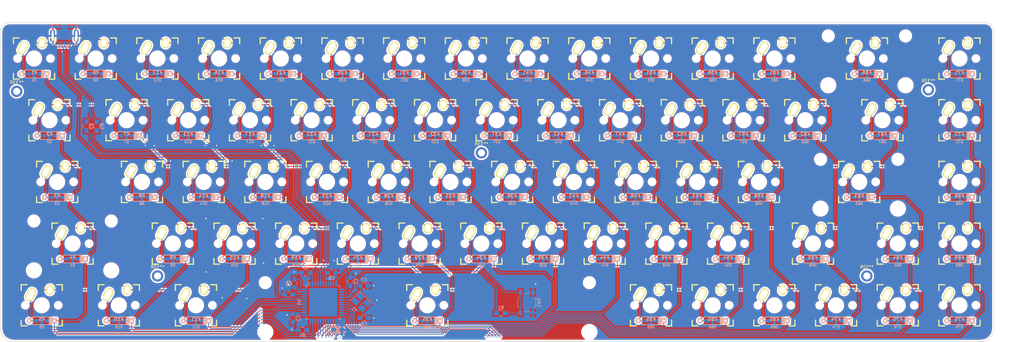
<source format=kicad_pcb>
(kicad_pcb (version 4) (host pcbnew 4.0.7)
  (layers (0 F.Cu signal) (31 B.Cu signal) (34 B.Paste user) (35 F.Paste user) (36 B.SilkS user) (37 F.SilkS user) (38 B.Mask user) (39 F.Mask user) (44 Edge.Cuts user))
  (net 0 "")
  (net 1 VCC)
  (net 2 GND)
  (net 3 "Net-(C6-Pad1)")
  (net 4 "Net-(C8-Pad1)")
  (net 5 "Net-(C9-Pad2)")
  (net 6 "Net-(D1-Pad2)")
  (net 7 /Col0)
  (net 8 "Net-(D2-Pad2)")
  (net 9 "Net-(D3-Pad2)")
  (net 10 "Net-(D4-Pad2)")
  (net 11 "Net-(D5-Pad2)")
  (net 12 "Net-(D6-Pad2)")
  (net 13 /Col1)
  (net 14 "Net-(D7-Pad2)")
  (net 15 "Net-(D8-Pad2)")
  (net 16 "Net-(D9-Pad2)")
  (net 17 "Net-(D10-Pad2)")
  (net 18 "Net-(D11-Pad2)")
  (net 19 /Col2)
  (net 20 "Net-(D12-Pad2)")
  (net 21 "Net-(D13-Pad2)")
  (net 22 "Net-(D14-Pad2)")
  (net 23 "Net-(D15-Pad2)")
  (net 24 "Net-(D16-Pad2)")
  (net 25 /Col3)
  (net 26 "Net-(D17-Pad2)")
  (net 27 "Net-(D18-Pad2)")
  (net 28 "Net-(D19-Pad2)")
  (net 29 "Net-(D21-Pad2)")
  (net 30 /Col4)
  (net 31 "Net-(D22-Pad2)")
  (net 32 "Net-(D23-Pad2)")
  (net 33 "Net-(D24-Pad2)")
  (net 34 "Net-(D26-Pad2)")
  (net 35 /Col5)
  (net 36 "Net-(D27-Pad2)")
  (net 37 "Net-(D28-Pad2)")
  (net 38 "Net-(D29-Pad2)")
  (net 39 "Net-(D31-Pad2)")
  (net 40 /Col6)
  (net 41 "Net-(D32-Pad2)")
  (net 42 "Net-(D33-Pad2)")
  (net 43 "Net-(D34-Pad2)")
  (net 44 "Net-(D35-Pad2)")
  (net 45 "Net-(D36-Pad2)")
  (net 46 /Col7)
  (net 47 "Net-(D37-Pad2)")
  (net 48 "Net-(D38-Pad2)")
  (net 49 "Net-(D39-Pad2)")
  (net 50 "Net-(D41-Pad2)")
  (net 51 /Col8)
  (net 52 "Net-(D42-Pad2)")
  (net 53 "Net-(D43-Pad2)")
  (net 54 "Net-(D44-Pad2)")
  (net 55 "Net-(D46-Pad2)")
  (net 56 /Col9)
  (net 57 "Net-(D47-Pad2)")
  (net 58 "Net-(D48-Pad2)")
  (net 59 "Net-(D49-Pad2)")
  (net 60 "Net-(D51-Pad2)")
  (net 61 /Col10)
  (net 62 "Net-(D52-Pad2)")
  (net 63 "Net-(D53-Pad2)")
  (net 64 "Net-(D54-Pad2)")
  (net 65 "Net-(D55-Pad2)")
  (net 66 "Net-(D56-Pad2)")
  (net 67 /Col11)
  (net 68 "Net-(D57-Pad2)")
  (net 69 "Net-(D58-Pad2)")
  (net 70 "Net-(D59-Pad2)")
  (net 71 "Net-(D60-Pad2)")
  (net 72 "Net-(D61-Pad2)")
  (net 73 /Col12)
  (net 74 "Net-(D62-Pad2)")
  (net 75 "Net-(D63-Pad2)")
  (net 76 "Net-(D64-Pad2)")
  (net 77 "Net-(D65-Pad2)")
  (net 78 "Net-(D66-Pad2)")
  (net 79 /Col13)
  (net 80 "Net-(D67-Pad2)")
  (net 81 "Net-(D68-Pad2)")
  (net 82 "Net-(D69-Pad2)")
  (net 83 "Net-(D70-Pad2)")
  (net 84 "Net-(D71-Pad2)")
  (net 85 /Col14)
  (net 86 "Net-(D72-Pad2)")
  (net 87 "Net-(D75-Pad2)")
  (net 88 "Net-(J1-Pad2)")
  (net 89 "Net-(J1-Pad3)")
  (net 90 "Net-(J1-Pad4)")
  (net 91 /Row0)
  (net 92 /Row1)
  (net 93 /Row2)
  (net 94 /Row3)
  (net 95 /Row4)
  (net 96 "Net-(R1-Pad1)")
  (net 97 "Net-(R2-Pad1)")
  (net 98 "Net-(R3-Pad1)")
  (net 99 "Net-(R4-Pad2)")
  (net 100 "Net-(C7-Pad2)")
  (net 101 "Net-(D74-Pad2)")
  (net 102 "Net-(U1-Pad9)")
  (net 103 "Net-(U1-Pad10)")
  (net 104 "Net-(U1-Pad12)")
  (net 105 "Net-(U1-Pad1)")
  (module keebs:Mx_Alps_100 (layer F.Cu) (at 107.15625 42.8625)
    (fp_text reference K6 (at 0 4.318) (layer B.SilkS) (effects (font (thickness 0.2)) (justify mirror)))
    (fp_text value KEYSW hide)
    (pad HOLE np_thru_hole circle (at 0 0) (size 3.9878 3.9878) (drill 3.9878) (layers *.Cu))
    (pad HOLE np_thru_hole circle (at -5.08 0) (size 1.7018 1.7018) (drill 1.7018) (layers *.Cu))
    (pad HOLE np_thru_hole circle (at 5.08 0) (size 1.7018 1.7018) (drill 1.7018) (layers *.Cu))
    (pad 1 thru_hole oval (at -3.405 -3.27 330.95) (size 2.5 4.17) (drill oval 1.5 3.17) (layers *.Cu *.Mask F.SilkS) (net 12 "Net-(D6-Pad2)"))
    (pad 2 thru_hole oval (at 2.52 -4.79 356.1) (size 2.5 3.08) (drill oval 1.5 2.08) (layers *.Cu *.Mask F.SilkS) (net 91 /Row0))
  )
  (module keebs:Mx_Alps_100 (layer F.Cu) (at 88.10625 42.8625)
    (fp_text reference K1 (at 0 4.318) (layer B.SilkS) (effects (font (thickness 0.2)) (justify mirror)))
    (fp_text value KEYSW hide)
    (pad HOLE np_thru_hole circle (at 0 0) (size 3.9878 3.9878) (drill 3.9878) (layers *.Cu))
    (pad HOLE np_thru_hole circle (at -5.08 0) (size 1.7018 1.7018) (drill 1.7018) (layers *.Cu))
    (pad HOLE np_thru_hole circle (at 5.08 0) (size 1.7018 1.7018) (drill 1.7018) (layers *.Cu))
    (pad 1 thru_hole oval (at -3.405 -3.27 330.95) (size 2.5 4.17) (drill oval 1.5 3.17) (layers *.Cu *.Mask F.SilkS) (net 6 "Net-(D1-Pad2)"))
    (pad 2 thru_hole oval (at 2.52 -4.79 356.1) (size 2.5 3.08) (drill oval 1.5 2.08) (layers *.Cu *.Mask F.SilkS) (net 91 /Row0))
  )
  (module Housings_QFP:TQFP-44_10x10mm_Pitch0.8mm (layer B.Cu) (at 177.3825 118.155 270)
    (fp_text reference U1 (at 0 7.45 270) (layer B.SilkS) (effects (justify mirror)))
    (fp_text value ATMEGA32U4)
    (pad 1 smd rect (at -5.7 4 270) (size 1.5 0.55) (layers B.Cu B.Paste B.Mask) (net 105 "Net-(U1-Pad1)"))
    (pad 2 smd rect (at -5.7 3.2 270) (size 1.5 0.55) (layers B.Cu B.Paste B.Mask) (net 1 VCC))
    (pad 3 smd rect (at -5.7 2.4 270) (size 1.5 0.55) (layers B.Cu B.Paste B.Mask) (net 97 "Net-(R2-Pad1)"))
    (pad 4 smd rect (at -5.7 1.6 270) (size 1.5 0.55) (layers B.Cu B.Paste B.Mask) (net 98 "Net-(R3-Pad1)"))
    (pad 5 smd rect (at -5.7 0.8 270) (size 1.5 0.55) (layers B.Cu B.Paste B.Mask) (net 2 GND))
    (pad 6 smd rect (at -5.7 0 270) (size 1.5 0.55) (layers B.Cu B.Paste B.Mask) (net 4 "Net-(C8-Pad1)"))
    (pad 7 smd rect (at -5.7 -0.8 270) (size 1.5 0.55) (layers B.Cu B.Paste B.Mask) (net 1 VCC))
    (pad 8 smd rect (at -5.7 -1.6 270) (size 1.5 0.55) (layers B.Cu B.Paste B.Mask) (net 2 GND))
    (pad 9 smd rect (at -5.7 -2.4 270) (size 1.5 0.55) (layers B.Cu B.Paste B.Mask) (net 102 "Net-(U1-Pad9)"))
    (pad 10 smd rect (at -5.7 -3.2 270) (size 1.5 0.55) (layers B.Cu B.Paste B.Mask) (net 103 "Net-(U1-Pad10)"))
    (pad 11 smd rect (at -5.7 -4 270) (size 1.5 0.55) (layers B.Cu B.Paste B.Mask) (net 30 /Col4))
    (pad 12 smd rect (at -4 -5.7 180) (size 1.5 0.55) (layers B.Cu B.Paste B.Mask) (net 104 "Net-(U1-Pad12)"))
    (pad 13 smd rect (at -3.2 -5.7 180) (size 1.5 0.55) (layers B.Cu B.Paste B.Mask) (net 96 "Net-(R1-Pad1)"))
    (pad 14 smd rect (at -2.4 -5.7 180) (size 1.5 0.55) (layers B.Cu B.Paste B.Mask) (net 1 VCC))
    (pad 15 smd rect (at -1.6 -5.7 180) (size 1.5 0.55) (layers B.Cu B.Paste B.Mask) (net 2 GND))
    (pad 16 smd rect (at -0.8 -5.7 180) (size 1.5 0.55) (layers B.Cu B.Paste B.Mask) (net 100 "Net-(C7-Pad2)"))
    (pad 17 smd rect (at 0 -5.7 180) (size 1.5 0.55) (layers B.Cu B.Paste B.Mask) (net 3 "Net-(C6-Pad1)"))
    (pad 18 smd rect (at 0.8 -5.7 180) (size 1.5 0.55) (layers B.Cu B.Paste B.Mask) (net 35 /Col5))
    (pad 19 smd rect (at 1.6 -5.7 180) (size 1.5 0.55) (layers B.Cu B.Paste B.Mask) (net 40 /Col6))
    (pad 20 smd rect (at 2.4 -5.7 180) (size 1.5 0.55) (layers B.Cu B.Paste B.Mask) (net 46 /Col7))
    (pad 21 smd rect (at 3.2 -5.7 180) (size 1.5 0.55) (layers B.Cu B.Paste B.Mask) (net 51 /Col8))
    (pad 22 smd rect (at 4 -5.7 180) (size 1.5 0.55) (layers B.Cu B.Paste B.Mask) (net 56 /Col9))
    (pad 23 smd rect (at 5.7 -4 270) (size 1.5 0.55) (layers B.Cu B.Paste B.Mask) (net 2 GND))
    (pad 24 smd rect (at 5.7 -3.2 270) (size 1.5 0.55) (layers B.Cu B.Paste B.Mask) (net 1 VCC))
    (pad 25 smd rect (at 5.7 -2.4 270) (size 1.5 0.55) (layers B.Cu B.Paste B.Mask) (net 61 /Col10))
    (pad 26 smd rect (at 5.7 -1.6 270) (size 1.5 0.55) (layers B.Cu B.Paste B.Mask) (net 67 /Col11))
    (pad 27 smd rect (at 5.7 -0.8 270) (size 1.5 0.55) (layers B.Cu B.Paste B.Mask) (net 73 /Col12))
    (pad 28 smd rect (at 5.7 0 270) (size 1.5 0.55) (layers B.Cu B.Paste B.Mask) (net 79 /Col13))
    (pad 29 smd rect (at 5.7 0.8 270) (size 1.5 0.55) (layers B.Cu B.Paste B.Mask) (net 85 /Col14))
    (pad 30 smd rect (at 5.7 1.6 270) (size 1.5 0.55) (layers B.Cu B.Paste B.Mask) (net 91 /Row0))
    (pad 31 smd rect (at 5.7 2.4 270) (size 1.5 0.55) (layers B.Cu B.Paste B.Mask) (net 92 /Row1))
    (pad 32 smd rect (at 5.7 3.2 270) (size 1.5 0.55) (layers B.Cu B.Paste B.Mask) (net 93 /Row2))
    (pad 33 smd rect (at 5.7 4 270) (size 1.5 0.55) (layers B.Cu B.Paste B.Mask) (net 99 "Net-(R4-Pad2)"))
    (pad 34 smd rect (at 4 5.7 180) (size 1.5 0.55) (layers B.Cu B.Paste B.Mask) (net 1 VCC))
    (pad 35 smd rect (at 3.2 5.7 180) (size 1.5 0.55) (layers B.Cu B.Paste B.Mask) (net 2 GND))
    (pad 36 smd rect (at 2.4 5.7 180) (size 1.5 0.55) (layers B.Cu B.Paste B.Mask) (net 94 /Row3))
    (pad 37 smd rect (at 1.6 5.7 180) (size 1.5 0.55) (layers B.Cu B.Paste B.Mask) (net 95 /Row4))
    (pad 38 smd rect (at 0.8 5.7 180) (size 1.5 0.55) (layers B.Cu B.Paste B.Mask) (net 7 /Col0))
    (pad 39 smd rect (at 0 5.7 180) (size 1.5 0.55) (layers B.Cu B.Paste B.Mask) (net 13 /Col1))
    (pad 40 smd rect (at -0.8 5.7 180) (size 1.5 0.55) (layers B.Cu B.Paste B.Mask) (net 19 /Col2))
    (pad 41 smd rect (at -1.6 5.7 180) (size 1.5 0.55) (layers B.Cu B.Paste B.Mask) (net 25 /Col3))
    (pad 42 smd rect (at -2.4 5.7 180) (size 1.5 0.55) (layers B.Cu B.Paste B.Mask) (net 5 "Net-(C9-Pad2)"))
    (pad 43 smd rect (at -3.2 5.7 180) (size 1.5 0.55) (layers B.Cu B.Paste B.Mask) (net 2 GND))
    (pad 44 smd rect (at -4 5.7 180) (size 1.5 0.55) (layers B.Cu B.Paste B.Mask) (net 1 VCC))
  )
  (module Capacitors_SMD:C_0805_HandSoldering (layer B.Cu) (at 185.75 111.75 90)
    (fp_text reference C1 (at 0 1.75 90) (layer B.SilkS) (effects (justify mirror)))
    (fp_text value 0.1u)
    (pad 1 smd rect (at -1.25 0 90) (size 1.5 1.25) (layers B.Cu B.Paste B.Mask) (net 1 VCC))
    (pad 2 smd rect (at 1.25 0 90) (size 1.5 1.25) (layers B.Cu B.Paste B.Mask) (net 2 GND))
  )
  (module Capacitors_SMD:C_0805_HandSoldering (layer B.Cu) (at 168 123 90)
    (fp_text reference C2 (at 0 1.75 90) (layer B.SilkS) (effects (justify mirror)))
    (fp_text value 0.1u)
    (pad 1 smd rect (at -1.25 0 90) (size 1.5 1.25) (layers B.Cu B.Paste B.Mask) (net 1 VCC))
    (pad 2 smd rect (at 1.25 0 90) (size 1.5 1.25) (layers B.Cu B.Paste B.Mask) (net 2 GND))
  )
  (module Capacitors_SMD:C_0805_HandSoldering (layer B.Cu) (at 181.875 126.625)
    (fp_text reference C3 (at 0 1.75) (layer B.SilkS) (effects (justify mirror)))
    (fp_text value 0.1u)
    (pad 1 smd rect (at -1.25 0) (size 1.5 1.25) (layers B.Cu B.Paste B.Mask) (net 1 VCC))
    (pad 2 smd rect (at 1.25 0) (size 1.5 1.25) (layers B.Cu B.Paste B.Mask) (net 2 GND))
  )
  (module Capacitors_SMD:C_0805_HandSoldering (layer B.Cu) (at 168.5 112.25 270)
    (fp_text reference C4 (at 0 1.75 270) (layer B.SilkS) (effects (justify mirror)))
    (fp_text value 0.1u)
    (pad 1 smd rect (at -1.25 0 270) (size 1.5 1.25) (layers B.Cu B.Paste B.Mask) (net 1 VCC))
    (pad 2 smd rect (at 1.25 0 270) (size 1.5 1.25) (layers B.Cu B.Paste B.Mask) (net 2 GND))
  )
  (module Capacitors_SMD:C_0805_HandSoldering (layer B.Cu) (at 172 109 180)
    (fp_text reference C5 (at 0 1.75 180) (layer B.SilkS) (effects (justify mirror)))
    (fp_text value 4.7u)
    (pad 1 smd rect (at -1.25 0 180) (size 1.5 1.25) (layers B.Cu B.Paste B.Mask) (net 1 VCC))
    (pad 2 smd rect (at 1.25 0 180) (size 1.5 1.25) (layers B.Cu B.Paste B.Mask) (net 2 GND))
  )
  (module Capacitors_SMD:C_0805_HandSoldering (layer B.Cu) (at 190 123)
    (fp_text reference C6 (at 0 1.75) (layer B.SilkS) (effects (justify mirror)))
    (fp_text value 22p)
    (pad 1 smd rect (at -1.25 0) (size 1.5 1.25) (layers B.Cu B.Paste B.Mask) (net 3 "Net-(C6-Pad1)"))
    (pad 2 smd rect (at 1.25 0) (size 1.5 1.25) (layers B.Cu B.Paste B.Mask) (net 2 GND))
  )
  (module Capacitors_SMD:C_0805_HandSoldering (layer B.Cu) (at 190 113 180)
    (fp_text reference C7 (at 0 1.75 180) (layer B.SilkS) (effects (justify mirror)))
    (fp_text value 22p)
    (pad 1 smd rect (at -1.25 0 180) (size 1.5 1.25) (layers B.Cu B.Paste B.Mask) (net 2 GND))
    (pad 2 smd rect (at 1.25 0 180) (size 1.5 1.25) (layers B.Cu B.Paste B.Mask) (net 100 "Net-(C7-Pad2)"))
  )
  (module Capacitors_SMD:C_0805_HandSoldering (layer B.Cu) (at 180 109)
    (fp_text reference C8 (at 0 1.75) (layer B.SilkS) (effects (justify mirror)))
    (fp_text value 1u)
    (pad 1 smd rect (at -1.25 0) (size 1.5 1.25) (layers B.Cu B.Paste B.Mask) (net 4 "Net-(C8-Pad1)"))
    (pad 2 smd rect (at 1.25 0) (size 1.5 1.25) (layers B.Cu B.Paste B.Mask) (net 2 GND))
  )
  (module Capacitors_SMD:C_0805_HandSoldering (layer B.Cu) (at 166.75 115.75)
    (fp_text reference C9 (at 0 -3.25) (layer B.SilkS) (effects (justify mirror)))
    (fp_text value 10n)
    (pad 1 smd rect (at -1.25 0) (size 1.5 1.25) (layers B.Cu B.Paste B.Mask) (net 2 GND))
    (pad 2 smd rect (at 1.25 0) (size 1.5 1.25) (layers B.Cu B.Paste B.Mask) (net 5 "Net-(C9-Pad2)"))
  )
  (module keyboard_parts:D_SOD123_axial (layer B.Cu) (at 88.10625 47.625 180)
    (fp_text reference D1 (at 0 -1.925 180) (layer B.SilkS) (effects (font (size 0.8 0.8)) (justify mirror)))
    (fp_text value D hide)
    (pad 2 smd rect (at 1.575 0 180) (size 1.2 1.2) (layers B.Cu B.Paste B.Mask) (net 6 "Net-(D1-Pad2)"))
    (pad 1 smd rect (at -1.575 0 180) (size 1.2 1.2) (layers B.Cu B.Paste B.Mask) (net 7 /Col0))
    (pad 1 thru_hole rect (at -3.9 0 180) (size 1.6 1.6) (drill 0.7) (layers *.Cu *.Mask B.SilkS) (net 7 /Col0))
    (pad 2 thru_hole circle (at 3.9 0 180) (size 1.6 1.6) (drill 0.7) (layers *.Cu *.Mask B.SilkS) (net 6 "Net-(D1-Pad2)"))
    (pad 1 smd rect (at -2.7 0 180) (size 2.5 0.5) (layers B.Cu) (net 7 /Col0))
    (pad 2 smd rect (at 2.7 0 180) (size 2.5 0.5) (layers B.Cu) (net 6 "Net-(D1-Pad2)"))
  )
  (module keyboard_parts:D_SOD123_axial (layer B.Cu) (at 92.86875 66.675 180)
    (fp_text reference D2 (at 0 -1.925 180) (layer B.SilkS) (effects (font (size 0.8 0.8)) (justify mirror)))
    (fp_text value D hide)
    (pad 2 smd rect (at 1.575 0 180) (size 1.2 1.2) (layers B.Cu B.Paste B.Mask) (net 8 "Net-(D2-Pad2)"))
    (pad 1 smd rect (at -1.575 0 180) (size 1.2 1.2) (layers B.Cu B.Paste B.Mask) (net 7 /Col0))
    (pad 1 thru_hole rect (at -3.9 0 180) (size 1.6 1.6) (drill 0.7) (layers *.Cu *.Mask B.SilkS) (net 7 /Col0))
    (pad 2 thru_hole circle (at 3.9 0 180) (size 1.6 1.6) (drill 0.7) (layers *.Cu *.Mask B.SilkS) (net 8 "Net-(D2-Pad2)"))
    (pad 1 smd rect (at -2.7 0 180) (size 2.5 0.5) (layers B.Cu) (net 7 /Col0))
    (pad 2 smd rect (at 2.7 0 180) (size 2.5 0.5) (layers B.Cu) (net 8 "Net-(D2-Pad2)"))
  )
  (module keyboard_parts:D_SOD123_axial (layer B.Cu) (at 95.25 85.725 180)
    (fp_text reference D3 (at 0 -1.925 180) (layer B.SilkS) (effects (font (size 0.8 0.8)) (justify mirror)))
    (fp_text value D hide)
    (pad 2 smd rect (at 1.575 0 180) (size 1.2 1.2) (layers B.Cu B.Paste B.Mask) (net 9 "Net-(D3-Pad2)"))
    (pad 1 smd rect (at -1.575 0 180) (size 1.2 1.2) (layers B.Cu B.Paste B.Mask) (net 7 /Col0))
    (pad 1 thru_hole rect (at -3.9 0 180) (size 1.6 1.6) (drill 0.7) (layers *.Cu *.Mask B.SilkS) (net 7 /Col0))
    (pad 2 thru_hole circle (at 3.9 0 180) (size 1.6 1.6) (drill 0.7) (layers *.Cu *.Mask B.SilkS) (net 9 "Net-(D3-Pad2)"))
    (pad 1 smd rect (at -2.7 0 180) (size 2.5 0.5) (layers B.Cu) (net 7 /Col0))
    (pad 2 smd rect (at 2.7 0 180) (size 2.5 0.5) (layers B.Cu) (net 9 "Net-(D3-Pad2)"))
  )
  (module keyboard_parts:D_SOD123_axial (layer B.Cu) (at 100.0125 104.775 180)
    (fp_text reference D4 (at 0 -1.925 180) (layer B.SilkS) (effects (font (size 0.8 0.8)) (justify mirror)))
    (fp_text value D hide)
    (pad 2 smd rect (at 1.575 0 180) (size 1.2 1.2) (layers B.Cu B.Paste B.Mask) (net 10 "Net-(D4-Pad2)"))
    (pad 1 smd rect (at -1.575 0 180) (size 1.2 1.2) (layers B.Cu B.Paste B.Mask) (net 7 /Col0))
    (pad 1 thru_hole rect (at -3.9 0 180) (size 1.6 1.6) (drill 0.7) (layers *.Cu *.Mask B.SilkS) (net 7 /Col0))
    (pad 2 thru_hole circle (at 3.9 0 180) (size 1.6 1.6) (drill 0.7) (layers *.Cu *.Mask B.SilkS) (net 10 "Net-(D4-Pad2)"))
    (pad 1 smd rect (at -2.7 0 180) (size 2.5 0.5) (layers B.Cu) (net 7 /Col0))
    (pad 2 smd rect (at 2.7 0 180) (size 2.5 0.5) (layers B.Cu) (net 10 "Net-(D4-Pad2)"))
  )
  (module keyboard_parts:D_SOD123_axial (layer B.Cu) (at 90.4875 123.825 180)
    (fp_text reference D5 (at 0 -1.925 180) (layer B.SilkS) (effects (font (size 0.8 0.8)) (justify mirror)))
    (fp_text value D hide)
    (pad 2 smd rect (at 1.575 0 180) (size 1.2 1.2) (layers B.Cu B.Paste B.Mask) (net 11 "Net-(D5-Pad2)"))
    (pad 1 smd rect (at -1.575 0 180) (size 1.2 1.2) (layers B.Cu B.Paste B.Mask) (net 7 /Col0))
    (pad 1 thru_hole rect (at -3.9 0 180) (size 1.6 1.6) (drill 0.7) (layers *.Cu *.Mask B.SilkS) (net 7 /Col0))
    (pad 2 thru_hole circle (at 3.9 0 180) (size 1.6 1.6) (drill 0.7) (layers *.Cu *.Mask B.SilkS) (net 11 "Net-(D5-Pad2)"))
    (pad 1 smd rect (at -2.7 0 180) (size 2.5 0.5) (layers B.Cu) (net 7 /Col0))
    (pad 2 smd rect (at 2.7 0 180) (size 2.5 0.5) (layers B.Cu) (net 11 "Net-(D5-Pad2)"))
  )
  (module keyboard_parts:D_SOD123_axial (layer B.Cu) (at 107.15625 47.625 180)
    (fp_text reference D6 (at 0 -1.925 180) (layer B.SilkS) (effects (font (size 0.8 0.8)) (justify mirror)))
    (fp_text value D hide)
    (pad 2 smd rect (at 1.575 0 180) (size 1.2 1.2) (layers B.Cu B.Paste B.Mask) (net 12 "Net-(D6-Pad2)"))
    (pad 1 smd rect (at -1.575 0 180) (size 1.2 1.2) (layers B.Cu B.Paste B.Mask) (net 13 /Col1))
    (pad 1 thru_hole rect (at -3.9 0 180) (size 1.6 1.6) (drill 0.7) (layers *.Cu *.Mask B.SilkS) (net 13 /Col1))
    (pad 2 thru_hole circle (at 3.9 0 180) (size 1.6 1.6) (drill 0.7) (layers *.Cu *.Mask B.SilkS) (net 12 "Net-(D6-Pad2)"))
    (pad 1 smd rect (at -2.7 0 180) (size 2.5 0.5) (layers B.Cu) (net 13 /Col1))
    (pad 2 smd rect (at 2.7 0 180) (size 2.5 0.5) (layers B.Cu) (net 12 "Net-(D6-Pad2)"))
  )
  (module keyboard_parts:D_SOD123_axial (layer B.Cu) (at 116.68125 66.675 180)
    (fp_text reference D7 (at 0 -1.925 180) (layer B.SilkS) (effects (font (size 0.8 0.8)) (justify mirror)))
    (fp_text value D hide)
    (pad 2 smd rect (at 1.575 0 180) (size 1.2 1.2) (layers B.Cu B.Paste B.Mask) (net 14 "Net-(D7-Pad2)"))
    (pad 1 smd rect (at -1.575 0 180) (size 1.2 1.2) (layers B.Cu B.Paste B.Mask) (net 13 /Col1))
    (pad 1 thru_hole rect (at -3.9 0 180) (size 1.6 1.6) (drill 0.7) (layers *.Cu *.Mask B.SilkS) (net 13 /Col1))
    (pad 2 thru_hole circle (at 3.9 0 180) (size 1.6 1.6) (drill 0.7) (layers *.Cu *.Mask B.SilkS) (net 14 "Net-(D7-Pad2)"))
    (pad 1 smd rect (at -2.7 0 180) (size 2.5 0.5) (layers B.Cu) (net 13 /Col1))
    (pad 2 smd rect (at 2.7 0 180) (size 2.5 0.5) (layers B.Cu) (net 14 "Net-(D7-Pad2)"))
  )
  (module keyboard_parts:D_SOD123_axial (layer B.Cu) (at 121.44375 85.725 180)
    (fp_text reference D8 (at 0 -1.925 180) (layer B.SilkS) (effects (font (size 0.8 0.8)) (justify mirror)))
    (fp_text value D hide)
    (pad 2 smd rect (at 1.575 0 180) (size 1.2 1.2) (layers B.Cu B.Paste B.Mask) (net 15 "Net-(D8-Pad2)"))
    (pad 1 smd rect (at -1.575 0 180) (size 1.2 1.2) (layers B.Cu B.Paste B.Mask) (net 13 /Col1))
    (pad 1 thru_hole rect (at -3.9 0 180) (size 1.6 1.6) (drill 0.7) (layers *.Cu *.Mask B.SilkS) (net 13 /Col1))
    (pad 2 thru_hole circle (at 3.9 0 180) (size 1.6 1.6) (drill 0.7) (layers *.Cu *.Mask B.SilkS) (net 15 "Net-(D8-Pad2)"))
    (pad 1 smd rect (at -2.7 0 180) (size 2.5 0.5) (layers B.Cu) (net 13 /Col1))
    (pad 2 smd rect (at 2.7 0 180) (size 2.5 0.5) (layers B.Cu) (net 15 "Net-(D8-Pad2)"))
  )
  (module keyboard_parts:D_SOD123_axial (layer B.Cu) (at 130.96875 104.775 180)
    (fp_text reference D9 (at 0 -1.925 180) (layer B.SilkS) (effects (font (size 0.8 0.8)) (justify mirror)))
    (fp_text value D hide)
    (pad 2 smd rect (at 1.575 0 180) (size 1.2 1.2) (layers B.Cu B.Paste B.Mask) (net 16 "Net-(D9-Pad2)"))
    (pad 1 smd rect (at -1.575 0 180) (size 1.2 1.2) (layers B.Cu B.Paste B.Mask) (net 13 /Col1))
    (pad 1 thru_hole rect (at -3.9 0 180) (size 1.6 1.6) (drill 0.7) (layers *.Cu *.Mask B.SilkS) (net 13 /Col1))
    (pad 2 thru_hole circle (at 3.9 0 180) (size 1.6 1.6) (drill 0.7) (layers *.Cu *.Mask B.SilkS) (net 16 "Net-(D9-Pad2)"))
    (pad 1 smd rect (at -2.7 0 180) (size 2.5 0.5) (layers B.Cu) (net 13 /Col1))
    (pad 2 smd rect (at 2.7 0 180) (size 2.5 0.5) (layers B.Cu) (net 16 "Net-(D9-Pad2)"))
  )
  (module keyboard_parts:D_SOD123_axial (layer B.Cu) (at 114.3 123.825 180)
    (fp_text reference D10 (at 0 -1.925 180) (layer B.SilkS) (effects (font (size 0.8 0.8)) (justify mirror)))
    (fp_text value D hide)
    (pad 2 smd rect (at 1.575 0 180) (size 1.2 1.2) (layers B.Cu B.Paste B.Mask) (net 17 "Net-(D10-Pad2)"))
    (pad 1 smd rect (at -1.575 0 180) (size 1.2 1.2) (layers B.Cu B.Paste B.Mask) (net 13 /Col1))
    (pad 1 thru_hole rect (at -3.9 0 180) (size 1.6 1.6) (drill 0.7) (layers *.Cu *.Mask B.SilkS) (net 13 /Col1))
    (pad 2 thru_hole circle (at 3.9 0 180) (size 1.6 1.6) (drill 0.7) (layers *.Cu *.Mask B.SilkS) (net 17 "Net-(D10-Pad2)"))
    (pad 1 smd rect (at -2.7 0 180) (size 2.5 0.5) (layers B.Cu) (net 13 /Col1))
    (pad 2 smd rect (at 2.7 0 180) (size 2.5 0.5) (layers B.Cu) (net 17 "Net-(D10-Pad2)"))
  )
  (module keyboard_parts:D_SOD123_axial (layer B.Cu) (at 138.1125 123.825 180)
    (fp_text reference D11 (at 0 -1.925 180) (layer B.SilkS) (effects (font (size 0.8 0.8)) (justify mirror)))
    (fp_text value D hide)
    (pad 2 smd rect (at 1.575 0 180) (size 1.2 1.2) (layers B.Cu B.Paste B.Mask) (net 18 "Net-(D11-Pad2)"))
    (pad 1 smd rect (at -1.575 0 180) (size 1.2 1.2) (layers B.Cu B.Paste B.Mask) (net 19 /Col2))
    (pad 1 thru_hole rect (at -3.9 0 180) (size 1.6 1.6) (drill 0.7) (layers *.Cu *.Mask B.SilkS) (net 19 /Col2))
    (pad 2 thru_hole circle (at 3.9 0 180) (size 1.6 1.6) (drill 0.7) (layers *.Cu *.Mask B.SilkS) (net 18 "Net-(D11-Pad2)"))
    (pad 1 smd rect (at -2.7 0 180) (size 2.5 0.5) (layers B.Cu) (net 19 /Col2))
    (pad 2 smd rect (at 2.7 0 180) (size 2.5 0.5) (layers B.Cu) (net 18 "Net-(D11-Pad2)"))
  )
  (module keyboard_parts:D_SOD123_axial (layer B.Cu) (at 126.20625 47.625 180)
    (fp_text reference D12 (at 0 -1.925 180) (layer B.SilkS) (effects (font (size 0.8 0.8)) (justify mirror)))
    (fp_text value D hide)
    (pad 2 smd rect (at 1.575 0 180) (size 1.2 1.2) (layers B.Cu B.Paste B.Mask) (net 20 "Net-(D12-Pad2)"))
    (pad 1 smd rect (at -1.575 0 180) (size 1.2 1.2) (layers B.Cu B.Paste B.Mask) (net 19 /Col2))
    (pad 1 thru_hole rect (at -3.9 0 180) (size 1.6 1.6) (drill 0.7) (layers *.Cu *.Mask B.SilkS) (net 19 /Col2))
    (pad 2 thru_hole circle (at 3.9 0 180) (size 1.6 1.6) (drill 0.7) (layers *.Cu *.Mask B.SilkS) (net 20 "Net-(D12-Pad2)"))
    (pad 1 smd rect (at -2.7 0 180) (size 2.5 0.5) (layers B.Cu) (net 19 /Col2))
    (pad 2 smd rect (at 2.7 0 180) (size 2.5 0.5) (layers B.Cu) (net 20 "Net-(D12-Pad2)"))
  )
  (module keyboard_parts:D_SOD123_axial (layer B.Cu) (at 135.73125 66.675 180)
    (fp_text reference D13 (at 0 -1.925 180) (layer B.SilkS) (effects (font (size 0.8 0.8)) (justify mirror)))
    (fp_text value D hide)
    (pad 2 smd rect (at 1.575 0 180) (size 1.2 1.2) (layers B.Cu B.Paste B.Mask) (net 21 "Net-(D13-Pad2)"))
    (pad 1 smd rect (at -1.575 0 180) (size 1.2 1.2) (layers B.Cu B.Paste B.Mask) (net 19 /Col2))
    (pad 1 thru_hole rect (at -3.9 0 180) (size 1.6 1.6) (drill 0.7) (layers *.Cu *.Mask B.SilkS) (net 19 /Col2))
    (pad 2 thru_hole circle (at 3.9 0 180) (size 1.6 1.6) (drill 0.7) (layers *.Cu *.Mask B.SilkS) (net 21 "Net-(D13-Pad2)"))
    (pad 1 smd rect (at -2.7 0 180) (size 2.5 0.5) (layers B.Cu) (net 19 /Col2))
    (pad 2 smd rect (at 2.7 0 180) (size 2.5 0.5) (layers B.Cu) (net 21 "Net-(D13-Pad2)"))
  )
  (module keyboard_parts:D_SOD123_axial (layer B.Cu) (at 140.49375 85.725 180)
    (fp_text reference D14 (at 0 -1.925 180) (layer B.SilkS) (effects (font (size 0.8 0.8)) (justify mirror)))
    (fp_text value D hide)
    (pad 2 smd rect (at 1.575 0 180) (size 1.2 1.2) (layers B.Cu B.Paste B.Mask) (net 22 "Net-(D14-Pad2)"))
    (pad 1 smd rect (at -1.575 0 180) (size 1.2 1.2) (layers B.Cu B.Paste B.Mask) (net 19 /Col2))
    (pad 1 thru_hole rect (at -3.9 0 180) (size 1.6 1.6) (drill 0.7) (layers *.Cu *.Mask B.SilkS) (net 19 /Col2))
    (pad 2 thru_hole circle (at 3.9 0 180) (size 1.6 1.6) (drill 0.7) (layers *.Cu *.Mask B.SilkS) (net 22 "Net-(D14-Pad2)"))
    (pad 1 smd rect (at -2.7 0 180) (size 2.5 0.5) (layers B.Cu) (net 19 /Col2))
    (pad 2 smd rect (at 2.7 0 180) (size 2.5 0.5) (layers B.Cu) (net 22 "Net-(D14-Pad2)"))
  )
  (module keyboard_parts:D_SOD123_axial (layer B.Cu) (at 150.01875 104.775 180)
    (fp_text reference D15 (at 0 -1.925 180) (layer B.SilkS) (effects (font (size 0.8 0.8)) (justify mirror)))
    (fp_text value D hide)
    (pad 2 smd rect (at 1.575 0 180) (size 1.2 1.2) (layers B.Cu B.Paste B.Mask) (net 23 "Net-(D15-Pad2)"))
    (pad 1 smd rect (at -1.575 0 180) (size 1.2 1.2) (layers B.Cu B.Paste B.Mask) (net 19 /Col2))
    (pad 1 thru_hole rect (at -3.9 0 180) (size 1.6 1.6) (drill 0.7) (layers *.Cu *.Mask B.SilkS) (net 19 /Col2))
    (pad 2 thru_hole circle (at 3.9 0 180) (size 1.6 1.6) (drill 0.7) (layers *.Cu *.Mask B.SilkS) (net 23 "Net-(D15-Pad2)"))
    (pad 1 smd rect (at -2.7 0 180) (size 2.5 0.5) (layers B.Cu) (net 19 /Col2))
    (pad 2 smd rect (at 2.7 0 180) (size 2.5 0.5) (layers B.Cu) (net 23 "Net-(D15-Pad2)"))
  )
  (module keyboard_parts:D_SOD123_axial (layer B.Cu) (at 145.25625 47.625 180)
    (fp_text reference D16 (at 0 -1.925 180) (layer B.SilkS) (effects (font (size 0.8 0.8)) (justify mirror)))
    (fp_text value D hide)
    (pad 2 smd rect (at 1.575 0 180) (size 1.2 1.2) (layers B.Cu B.Paste B.Mask) (net 24 "Net-(D16-Pad2)"))
    (pad 1 smd rect (at -1.575 0 180) (size 1.2 1.2) (layers B.Cu B.Paste B.Mask) (net 25 /Col3))
    (pad 1 thru_hole rect (at -3.9 0 180) (size 1.6 1.6) (drill 0.7) (layers *.Cu *.Mask B.SilkS) (net 25 /Col3))
    (pad 2 thru_hole circle (at 3.9 0 180) (size 1.6 1.6) (drill 0.7) (layers *.Cu *.Mask B.SilkS) (net 24 "Net-(D16-Pad2)"))
    (pad 1 smd rect (at -2.7 0 180) (size 2.5 0.5) (layers B.Cu) (net 25 /Col3))
    (pad 2 smd rect (at 2.7 0 180) (size 2.5 0.5) (layers B.Cu) (net 24 "Net-(D16-Pad2)"))
  )
  (module keyboard_parts:D_SOD123_axial (layer B.Cu) (at 154.78125 66.675 180)
    (fp_text reference D17 (at 0 -1.925 180) (layer B.SilkS) (effects (font (size 0.8 0.8)) (justify mirror)))
    (fp_text value D hide)
    (pad 2 smd rect (at 1.575 0 180) (size 1.2 1.2) (layers B.Cu B.Paste B.Mask) (net 26 "Net-(D17-Pad2)"))
    (pad 1 smd rect (at -1.575 0 180) (size 1.2 1.2) (layers B.Cu B.Paste B.Mask) (net 25 /Col3))
    (pad 1 thru_hole rect (at -3.9 0 180) (size 1.6 1.6) (drill 0.7) (layers *.Cu *.Mask B.SilkS) (net 25 /Col3))
    (pad 2 thru_hole circle (at 3.9 0 180) (size 1.6 1.6) (drill 0.7) (layers *.Cu *.Mask B.SilkS) (net 26 "Net-(D17-Pad2)"))
    (pad 1 smd rect (at -2.7 0 180) (size 2.5 0.5) (layers B.Cu) (net 25 /Col3))
    (pad 2 smd rect (at 2.7 0 180) (size 2.5 0.5) (layers B.Cu) (net 26 "Net-(D17-Pad2)"))
  )
  (module keyboard_parts:D_SOD123_axial (layer B.Cu) (at 159.54375 85.725 180)
    (fp_text reference D18 (at 0 -1.925 180) (layer B.SilkS) (effects (font (size 0.8 0.8)) (justify mirror)))
    (fp_text value D hide)
    (pad 2 smd rect (at 1.575 0 180) (size 1.2 1.2) (layers B.Cu B.Paste B.Mask) (net 27 "Net-(D18-Pad2)"))
    (pad 1 smd rect (at -1.575 0 180) (size 1.2 1.2) (layers B.Cu B.Paste B.Mask) (net 25 /Col3))
    (pad 1 thru_hole rect (at -3.9 0 180) (size 1.6 1.6) (drill 0.7) (layers *.Cu *.Mask B.SilkS) (net 25 /Col3))
    (pad 2 thru_hole circle (at 3.9 0 180) (size 1.6 1.6) (drill 0.7) (layers *.Cu *.Mask B.SilkS) (net 27 "Net-(D18-Pad2)"))
    (pad 1 smd rect (at -2.7 0 180) (size 2.5 0.5) (layers B.Cu) (net 25 /Col3))
    (pad 2 smd rect (at 2.7 0 180) (size 2.5 0.5) (layers B.Cu) (net 27 "Net-(D18-Pad2)"))
  )
  (module keyboard_parts:D_SOD123_axial (layer B.Cu) (at 169.06875 104.775 180)
    (fp_text reference D19 (at 0 -1.925 180) (layer B.SilkS) (effects (font (size 0.8 0.8)) (justify mirror)))
    (fp_text value D hide)
    (pad 2 smd rect (at 1.575 0 180) (size 1.2 1.2) (layers B.Cu B.Paste B.Mask) (net 28 "Net-(D19-Pad2)"))
    (pad 1 smd rect (at -1.575 0 180) (size 1.2 1.2) (layers B.Cu B.Paste B.Mask) (net 25 /Col3))
    (pad 1 thru_hole rect (at -3.9 0 180) (size 1.6 1.6) (drill 0.7) (layers *.Cu *.Mask B.SilkS) (net 25 /Col3))
    (pad 2 thru_hole circle (at 3.9 0 180) (size 1.6 1.6) (drill 0.7) (layers *.Cu *.Mask B.SilkS) (net 28 "Net-(D19-Pad2)"))
    (pad 1 smd rect (at -2.7 0 180) (size 2.5 0.5) (layers B.Cu) (net 25 /Col3))
    (pad 2 smd rect (at 2.7 0 180) (size 2.5 0.5) (layers B.Cu) (net 28 "Net-(D19-Pad2)"))
  )
  (module keyboard_parts:D_SOD123_axial (layer B.Cu) (at 164.30625 47.625 180)
    (fp_text reference D21 (at 0 -1.925 180) (layer B.SilkS) (effects (font (size 0.8 0.8)) (justify mirror)))
    (fp_text value D hide)
    (pad 2 smd rect (at 1.575 0 180) (size 1.2 1.2) (layers B.Cu B.Paste B.Mask) (net 29 "Net-(D21-Pad2)"))
    (pad 1 smd rect (at -1.575 0 180) (size 1.2 1.2) (layers B.Cu B.Paste B.Mask) (net 30 /Col4))
    (pad 1 thru_hole rect (at -3.9 0 180) (size 1.6 1.6) (drill 0.7) (layers *.Cu *.Mask B.SilkS) (net 30 /Col4))
    (pad 2 thru_hole circle (at 3.9 0 180) (size 1.6 1.6) (drill 0.7) (layers *.Cu *.Mask B.SilkS) (net 29 "Net-(D21-Pad2)"))
    (pad 1 smd rect (at -2.7 0 180) (size 2.5 0.5) (layers B.Cu) (net 30 /Col4))
    (pad 2 smd rect (at 2.7 0 180) (size 2.5 0.5) (layers B.Cu) (net 29 "Net-(D21-Pad2)"))
  )
  (module keyboard_parts:D_SOD123_axial (layer B.Cu) (at 173.83125 66.675 180)
    (fp_text reference D22 (at 0 -1.925 180) (layer B.SilkS) (effects (font (size 0.8 0.8)) (justify mirror)))
    (fp_text value D hide)
    (pad 2 smd rect (at 1.575 0 180) (size 1.2 1.2) (layers B.Cu B.Paste B.Mask) (net 31 "Net-(D22-Pad2)"))
    (pad 1 smd rect (at -1.575 0 180) (size 1.2 1.2) (layers B.Cu B.Paste B.Mask) (net 30 /Col4))
    (pad 1 thru_hole rect (at -3.9 0 180) (size 1.6 1.6) (drill 0.7) (layers *.Cu *.Mask B.SilkS) (net 30 /Col4))
    (pad 2 thru_hole circle (at 3.9 0 180) (size 1.6 1.6) (drill 0.7) (layers *.Cu *.Mask B.SilkS) (net 31 "Net-(D22-Pad2)"))
    (pad 1 smd rect (at -2.7 0 180) (size 2.5 0.5) (layers B.Cu) (net 30 /Col4))
    (pad 2 smd rect (at 2.7 0 180) (size 2.5 0.5) (layers B.Cu) (net 31 "Net-(D22-Pad2)"))
  )
  (module keyboard_parts:D_SOD123_axial (layer B.Cu) (at 178.59375 85.725 180)
    (fp_text reference D23 (at 0 -1.925 180) (layer B.SilkS) (effects (font (size 0.8 0.8)) (justify mirror)))
    (fp_text value D hide)
    (pad 2 smd rect (at 1.575 0 180) (size 1.2 1.2) (layers B.Cu B.Paste B.Mask) (net 32 "Net-(D23-Pad2)"))
    (pad 1 smd rect (at -1.575 0 180) (size 1.2 1.2) (layers B.Cu B.Paste B.Mask) (net 30 /Col4))
    (pad 1 thru_hole rect (at -3.9 0 180) (size 1.6 1.6) (drill 0.7) (layers *.Cu *.Mask B.SilkS) (net 30 /Col4))
    (pad 2 thru_hole circle (at 3.9 0 180) (size 1.6 1.6) (drill 0.7) (layers *.Cu *.Mask B.SilkS) (net 32 "Net-(D23-Pad2)"))
    (pad 1 smd rect (at -2.7 0 180) (size 2.5 0.5) (layers B.Cu) (net 30 /Col4))
    (pad 2 smd rect (at 2.7 0 180) (size 2.5 0.5) (layers B.Cu) (net 32 "Net-(D23-Pad2)"))
  )
  (module keyboard_parts:D_SOD123_axial (layer B.Cu) (at 188.11875 104.775 180)
    (fp_text reference D24 (at 0 -1.925 180) (layer B.SilkS) (effects (font (size 0.8 0.8)) (justify mirror)))
    (fp_text value D hide)
    (pad 2 smd rect (at 1.575 0 180) (size 1.2 1.2) (layers B.Cu B.Paste B.Mask) (net 33 "Net-(D24-Pad2)"))
    (pad 1 smd rect (at -1.575 0 180) (size 1.2 1.2) (layers B.Cu B.Paste B.Mask) (net 30 /Col4))
    (pad 1 thru_hole rect (at -3.9 0 180) (size 1.6 1.6) (drill 0.7) (layers *.Cu *.Mask B.SilkS) (net 30 /Col4))
    (pad 2 thru_hole circle (at 3.9 0 180) (size 1.6 1.6) (drill 0.7) (layers *.Cu *.Mask B.SilkS) (net 33 "Net-(D24-Pad2)"))
    (pad 1 smd rect (at -2.7 0 180) (size 2.5 0.5) (layers B.Cu) (net 30 /Col4))
    (pad 2 smd rect (at 2.7 0 180) (size 2.5 0.5) (layers B.Cu) (net 33 "Net-(D24-Pad2)"))
  )
  (module keyboard_parts:D_SOD123_axial (layer B.Cu) (at 183.35625 47.625 180)
    (fp_text reference D26 (at 0 -1.925 180) (layer B.SilkS) (effects (font (size 0.8 0.8)) (justify mirror)))
    (fp_text value D hide)
    (pad 2 smd rect (at 1.575 0 180) (size 1.2 1.2) (layers B.Cu B.Paste B.Mask) (net 34 "Net-(D26-Pad2)"))
    (pad 1 smd rect (at -1.575 0 180) (size 1.2 1.2) (layers B.Cu B.Paste B.Mask) (net 35 /Col5))
    (pad 1 thru_hole rect (at -3.9 0 180) (size 1.6 1.6) (drill 0.7) (layers *.Cu *.Mask B.SilkS) (net 35 /Col5))
    (pad 2 thru_hole circle (at 3.9 0 180) (size 1.6 1.6) (drill 0.7) (layers *.Cu *.Mask B.SilkS) (net 34 "Net-(D26-Pad2)"))
    (pad 1 smd rect (at -2.7 0 180) (size 2.5 0.5) (layers B.Cu) (net 35 /Col5))
    (pad 2 smd rect (at 2.7 0 180) (size 2.5 0.5) (layers B.Cu) (net 34 "Net-(D26-Pad2)"))
  )
  (module keyboard_parts:D_SOD123_axial (layer B.Cu) (at 192.88125 66.675 180)
    (fp_text reference D27 (at 0 -1.925 180) (layer B.SilkS) (effects (font (size 0.8 0.8)) (justify mirror)))
    (fp_text value D hide)
    (pad 2 smd rect (at 1.575 0 180) (size 1.2 1.2) (layers B.Cu B.Paste B.Mask) (net 36 "Net-(D27-Pad2)"))
    (pad 1 smd rect (at -1.575 0 180) (size 1.2 1.2) (layers B.Cu B.Paste B.Mask) (net 35 /Col5))
    (pad 1 thru_hole rect (at -3.9 0 180) (size 1.6 1.6) (drill 0.7) (layers *.Cu *.Mask B.SilkS) (net 35 /Col5))
    (pad 2 thru_hole circle (at 3.9 0 180) (size 1.6 1.6) (drill 0.7) (layers *.Cu *.Mask B.SilkS) (net 36 "Net-(D27-Pad2)"))
    (pad 1 smd rect (at -2.7 0 180) (size 2.5 0.5) (layers B.Cu) (net 35 /Col5))
    (pad 2 smd rect (at 2.7 0 180) (size 2.5 0.5) (layers B.Cu) (net 36 "Net-(D27-Pad2)"))
  )
  (module keyboard_parts:D_SOD123_axial (layer B.Cu) (at 197.64375 85.725 180)
    (fp_text reference D28 (at 0 -1.925 180) (layer B.SilkS) (effects (font (size 0.8 0.8)) (justify mirror)))
    (fp_text value D hide)
    (pad 2 smd rect (at 1.575 0 180) (size 1.2 1.2) (layers B.Cu B.Paste B.Mask) (net 37 "Net-(D28-Pad2)"))
    (pad 1 smd rect (at -1.575 0 180) (size 1.2 1.2) (layers B.Cu B.Paste B.Mask) (net 35 /Col5))
    (pad 1 thru_hole rect (at -3.9 0 180) (size 1.6 1.6) (drill 0.7) (layers *.Cu *.Mask B.SilkS) (net 35 /Col5))
    (pad 2 thru_hole circle (at 3.9 0 180) (size 1.6 1.6) (drill 0.7) (layers *.Cu *.Mask B.SilkS) (net 37 "Net-(D28-Pad2)"))
    (pad 1 smd rect (at -2.7 0 180) (size 2.5 0.5) (layers B.Cu) (net 35 /Col5))
    (pad 2 smd rect (at 2.7 0 180) (size 2.5 0.5) (layers B.Cu) (net 37 "Net-(D28-Pad2)"))
  )
  (module keyboard_parts:D_SOD123_axial (layer B.Cu) (at 207.16875 104.775 180)
    (fp_text reference D29 (at 0 -1.925 180) (layer B.SilkS) (effects (font (size 0.8 0.8)) (justify mirror)))
    (fp_text value D hide)
    (pad 2 smd rect (at 1.575 0 180) (size 1.2 1.2) (layers B.Cu B.Paste B.Mask) (net 38 "Net-(D29-Pad2)"))
    (pad 1 smd rect (at -1.575 0 180) (size 1.2 1.2) (layers B.Cu B.Paste B.Mask) (net 35 /Col5))
    (pad 1 thru_hole rect (at -3.9 0 180) (size 1.6 1.6) (drill 0.7) (layers *.Cu *.Mask B.SilkS) (net 35 /Col5))
    (pad 2 thru_hole circle (at 3.9 0 180) (size 1.6 1.6) (drill 0.7) (layers *.Cu *.Mask B.SilkS) (net 38 "Net-(D29-Pad2)"))
    (pad 1 smd rect (at -2.7 0 180) (size 2.5 0.5) (layers B.Cu) (net 35 /Col5))
    (pad 2 smd rect (at 2.7 0 180) (size 2.5 0.5) (layers B.Cu) (net 38 "Net-(D29-Pad2)"))
  )
  (module keyboard_parts:D_SOD123_axial (layer B.Cu) (at 202.40625 47.625 180)
    (fp_text reference D31 (at 0 -1.925 180) (layer B.SilkS) (effects (font (size 0.8 0.8)) (justify mirror)))
    (fp_text value D hide)
    (pad 2 smd rect (at 1.575 0 180) (size 1.2 1.2) (layers B.Cu B.Paste B.Mask) (net 39 "Net-(D31-Pad2)"))
    (pad 1 smd rect (at -1.575 0 180) (size 1.2 1.2) (layers B.Cu B.Paste B.Mask) (net 40 /Col6))
    (pad 1 thru_hole rect (at -3.9 0 180) (size 1.6 1.6) (drill 0.7) (layers *.Cu *.Mask B.SilkS) (net 40 /Col6))
    (pad 2 thru_hole circle (at 3.9 0 180) (size 1.6 1.6) (drill 0.7) (layers *.Cu *.Mask B.SilkS) (net 39 "Net-(D31-Pad2)"))
    (pad 1 smd rect (at -2.7 0 180) (size 2.5 0.5) (layers B.Cu) (net 40 /Col6))
    (pad 2 smd rect (at 2.7 0 180) (size 2.5 0.5) (layers B.Cu) (net 39 "Net-(D31-Pad2)"))
  )
  (module keyboard_parts:D_SOD123_axial (layer B.Cu) (at 211.93125 66.675 180)
    (fp_text reference D32 (at 0 -1.925 180) (layer B.SilkS) (effects (font (size 0.8 0.8)) (justify mirror)))
    (fp_text value D hide)
    (pad 2 smd rect (at 1.575 0 180) (size 1.2 1.2) (layers B.Cu B.Paste B.Mask) (net 41 "Net-(D32-Pad2)"))
    (pad 1 smd rect (at -1.575 0 180) (size 1.2 1.2) (layers B.Cu B.Paste B.Mask) (net 40 /Col6))
    (pad 1 thru_hole rect (at -3.9 0 180) (size 1.6 1.6) (drill 0.7) (layers *.Cu *.Mask B.SilkS) (net 40 /Col6))
    (pad 2 thru_hole circle (at 3.9 0 180) (size 1.6 1.6) (drill 0.7) (layers *.Cu *.Mask B.SilkS) (net 41 "Net-(D32-Pad2)"))
    (pad 1 smd rect (at -2.7 0 180) (size 2.5 0.5) (layers B.Cu) (net 40 /Col6))
    (pad 2 smd rect (at 2.7 0 180) (size 2.5 0.5) (layers B.Cu) (net 41 "Net-(D32-Pad2)"))
  )
  (module keyboard_parts:D_SOD123_axial (layer B.Cu) (at 216.69375 85.725 180)
    (fp_text reference D33 (at 0 -1.925 180) (layer B.SilkS) (effects (font (size 0.8 0.8)) (justify mirror)))
    (fp_text value D hide)
    (pad 2 smd rect (at 1.575 0 180) (size 1.2 1.2) (layers B.Cu B.Paste B.Mask) (net 42 "Net-(D33-Pad2)"))
    (pad 1 smd rect (at -1.575 0 180) (size 1.2 1.2) (layers B.Cu B.Paste B.Mask) (net 40 /Col6))
    (pad 1 thru_hole rect (at -3.9 0 180) (size 1.6 1.6) (drill 0.7) (layers *.Cu *.Mask B.SilkS) (net 40 /Col6))
    (pad 2 thru_hole circle (at 3.9 0 180) (size 1.6 1.6) (drill 0.7) (layers *.Cu *.Mask B.SilkS) (net 42 "Net-(D33-Pad2)"))
    (pad 1 smd rect (at -2.7 0 180) (size 2.5 0.5) (layers B.Cu) (net 40 /Col6))
    (pad 2 smd rect (at 2.7 0 180) (size 2.5 0.5) (layers B.Cu) (net 42 "Net-(D33-Pad2)"))
  )
  (module keyboard_parts:D_SOD123_axial (layer B.Cu) (at 226.21875 104.775 180)
    (fp_text reference D34 (at 0 -1.925 180) (layer B.SilkS) (effects (font (size 0.8 0.8)) (justify mirror)))
    (fp_text value D hide)
    (pad 2 smd rect (at 1.575 0 180) (size 1.2 1.2) (layers B.Cu B.Paste B.Mask) (net 43 "Net-(D34-Pad2)"))
    (pad 1 smd rect (at -1.575 0 180) (size 1.2 1.2) (layers B.Cu B.Paste B.Mask) (net 40 /Col6))
    (pad 1 thru_hole rect (at -3.9 0 180) (size 1.6 1.6) (drill 0.7) (layers *.Cu *.Mask B.SilkS) (net 40 /Col6))
    (pad 2 thru_hole circle (at 3.9 0 180) (size 1.6 1.6) (drill 0.7) (layers *.Cu *.Mask B.SilkS) (net 43 "Net-(D34-Pad2)"))
    (pad 1 smd rect (at -2.7 0 180) (size 2.5 0.5) (layers B.Cu) (net 40 /Col6))
    (pad 2 smd rect (at 2.7 0 180) (size 2.5 0.5) (layers B.Cu) (net 43 "Net-(D34-Pad2)"))
  )
  (module keyboard_parts:D_SOD123_axial (layer B.Cu) (at 209.55 123.825 180)
    (fp_text reference D35 (at 0 -1.925 180) (layer B.SilkS) (effects (font (size 0.8 0.8)) (justify mirror)))
    (fp_text value D hide)
    (pad 2 smd rect (at 1.575 0 180) (size 1.2 1.2) (layers B.Cu B.Paste B.Mask) (net 44 "Net-(D35-Pad2)"))
    (pad 1 smd rect (at -1.575 0 180) (size 1.2 1.2) (layers B.Cu B.Paste B.Mask) (net 35 /Col5))
    (pad 1 thru_hole rect (at -3.9 0 180) (size 1.6 1.6) (drill 0.7) (layers *.Cu *.Mask B.SilkS) (net 35 /Col5))
    (pad 2 thru_hole circle (at 3.9 0 180) (size 1.6 1.6) (drill 0.7) (layers *.Cu *.Mask B.SilkS) (net 44 "Net-(D35-Pad2)"))
    (pad 1 smd rect (at -2.7 0 180) (size 2.5 0.5) (layers B.Cu) (net 35 /Col5))
    (pad 2 smd rect (at 2.7 0 180) (size 2.5 0.5) (layers B.Cu) (net 44 "Net-(D35-Pad2)"))
  )
  (module keyboard_parts:D_SOD123_axial (layer B.Cu) (at 221.45625 47.625 180)
    (fp_text reference D36 (at 0 -1.925 180) (layer B.SilkS) (effects (font (size 0.8 0.8)) (justify mirror)))
    (fp_text value D hide)
    (pad 2 smd rect (at 1.575 0 180) (size 1.2 1.2) (layers B.Cu B.Paste B.Mask) (net 45 "Net-(D36-Pad2)"))
    (pad 1 smd rect (at -1.575 0 180) (size 1.2 1.2) (layers B.Cu B.Paste B.Mask) (net 46 /Col7))
    (pad 1 thru_hole rect (at -3.9 0 180) (size 1.6 1.6) (drill 0.7) (layers *.Cu *.Mask B.SilkS) (net 46 /Col7))
    (pad 2 thru_hole circle (at 3.9 0 180) (size 1.6 1.6) (drill 0.7) (layers *.Cu *.Mask B.SilkS) (net 45 "Net-(D36-Pad2)"))
    (pad 1 smd rect (at -2.7 0 180) (size 2.5 0.5) (layers B.Cu) (net 46 /Col7))
    (pad 2 smd rect (at 2.7 0 180) (size 2.5 0.5) (layers B.Cu) (net 45 "Net-(D36-Pad2)"))
  )
  (module keyboard_parts:D_SOD123_axial (layer B.Cu) (at 230.98125 66.675 180)
    (fp_text reference D37 (at 0 -1.925 180) (layer B.SilkS) (effects (font (size 0.8 0.8)) (justify mirror)))
    (fp_text value D hide)
    (pad 2 smd rect (at 1.575 0 180) (size 1.2 1.2) (layers B.Cu B.Paste B.Mask) (net 47 "Net-(D37-Pad2)"))
    (pad 1 smd rect (at -1.575 0 180) (size 1.2 1.2) (layers B.Cu B.Paste B.Mask) (net 46 /Col7))
    (pad 1 thru_hole rect (at -3.9 0 180) (size 1.6 1.6) (drill 0.7) (layers *.Cu *.Mask B.SilkS) (net 46 /Col7))
    (pad 2 thru_hole circle (at 3.9 0 180) (size 1.6 1.6) (drill 0.7) (layers *.Cu *.Mask B.SilkS) (net 47 "Net-(D37-Pad2)"))
    (pad 1 smd rect (at -2.7 0 180) (size 2.5 0.5) (layers B.Cu) (net 46 /Col7))
    (pad 2 smd rect (at 2.7 0 180) (size 2.5 0.5) (layers B.Cu) (net 47 "Net-(D37-Pad2)"))
  )
  (module keyboard_parts:D_SOD123_axial (layer B.Cu) (at 235.74375 85.725 180)
    (fp_text reference D38 (at 0 -1.925 180) (layer B.SilkS) (effects (font (size 0.8 0.8)) (justify mirror)))
    (fp_text value D hide)
    (pad 2 smd rect (at 1.575 0 180) (size 1.2 1.2) (layers B.Cu B.Paste B.Mask) (net 48 "Net-(D38-Pad2)"))
    (pad 1 smd rect (at -1.575 0 180) (size 1.2 1.2) (layers B.Cu B.Paste B.Mask) (net 46 /Col7))
    (pad 1 thru_hole rect (at -3.9 0 180) (size 1.6 1.6) (drill 0.7) (layers *.Cu *.Mask B.SilkS) (net 46 /Col7))
    (pad 2 thru_hole circle (at 3.9 0 180) (size 1.6 1.6) (drill 0.7) (layers *.Cu *.Mask B.SilkS) (net 48 "Net-(D38-Pad2)"))
    (pad 1 smd rect (at -2.7 0 180) (size 2.5 0.5) (layers B.Cu) (net 46 /Col7))
    (pad 2 smd rect (at 2.7 0 180) (size 2.5 0.5) (layers B.Cu) (net 48 "Net-(D38-Pad2)"))
  )
  (module keyboard_parts:D_SOD123_axial (layer B.Cu) (at 245.26875 104.775 180)
    (fp_text reference D39 (at 0 -1.925 180) (layer B.SilkS) (effects (font (size 0.8 0.8)) (justify mirror)))
    (fp_text value D hide)
    (pad 2 smd rect (at 1.575 0 180) (size 1.2 1.2) (layers B.Cu B.Paste B.Mask) (net 49 "Net-(D39-Pad2)"))
    (pad 1 smd rect (at -1.575 0 180) (size 1.2 1.2) (layers B.Cu B.Paste B.Mask) (net 46 /Col7))
    (pad 1 thru_hole rect (at -3.9 0 180) (size 1.6 1.6) (drill 0.7) (layers *.Cu *.Mask B.SilkS) (net 46 /Col7))
    (pad 2 thru_hole circle (at 3.9 0 180) (size 1.6 1.6) (drill 0.7) (layers *.Cu *.Mask B.SilkS) (net 49 "Net-(D39-Pad2)"))
    (pad 1 smd rect (at -2.7 0 180) (size 2.5 0.5) (layers B.Cu) (net 46 /Col7))
    (pad 2 smd rect (at 2.7 0 180) (size 2.5 0.5) (layers B.Cu) (net 49 "Net-(D39-Pad2)"))
  )
  (module keyboard_parts:D_SOD123_axial (layer B.Cu) (at 240.50625 47.625 180)
    (fp_text reference D41 (at 0 -1.925 180) (layer B.SilkS) (effects (font (size 0.8 0.8)) (justify mirror)))
    (fp_text value D hide)
    (pad 2 smd rect (at 1.575 0 180) (size 1.2 1.2) (layers B.Cu B.Paste B.Mask) (net 50 "Net-(D41-Pad2)"))
    (pad 1 smd rect (at -1.575 0 180) (size 1.2 1.2) (layers B.Cu B.Paste B.Mask) (net 51 /Col8))
    (pad 1 thru_hole rect (at -3.9 0 180) (size 1.6 1.6) (drill 0.7) (layers *.Cu *.Mask B.SilkS) (net 51 /Col8))
    (pad 2 thru_hole circle (at 3.9 0 180) (size 1.6 1.6) (drill 0.7) (layers *.Cu *.Mask B.SilkS) (net 50 "Net-(D41-Pad2)"))
    (pad 1 smd rect (at -2.7 0 180) (size 2.5 0.5) (layers B.Cu) (net 51 /Col8))
    (pad 2 smd rect (at 2.7 0 180) (size 2.5 0.5) (layers B.Cu) (net 50 "Net-(D41-Pad2)"))
  )
  (module keyboard_parts:D_SOD123_axial (layer B.Cu) (at 250.03125 66.675 180)
    (fp_text reference D42 (at 0 -1.925 180) (layer B.SilkS) (effects (font (size 0.8 0.8)) (justify mirror)))
    (fp_text value D hide)
    (pad 2 smd rect (at 1.575 0 180) (size 1.2 1.2) (layers B.Cu B.Paste B.Mask) (net 52 "Net-(D42-Pad2)"))
    (pad 1 smd rect (at -1.575 0 180) (size 1.2 1.2) (layers B.Cu B.Paste B.Mask) (net 51 /Col8))
    (pad 1 thru_hole rect (at -3.9 0 180) (size 1.6 1.6) (drill 0.7) (layers *.Cu *.Mask B.SilkS) (net 51 /Col8))
    (pad 2 thru_hole circle (at 3.9 0 180) (size 1.6 1.6) (drill 0.7) (layers *.Cu *.Mask B.SilkS) (net 52 "Net-(D42-Pad2)"))
    (pad 1 smd rect (at -2.7 0 180) (size 2.5 0.5) (layers B.Cu) (net 51 /Col8))
    (pad 2 smd rect (at 2.7 0 180) (size 2.5 0.5) (layers B.Cu) (net 52 "Net-(D42-Pad2)"))
  )
  (module keyboard_parts:D_SOD123_axial (layer B.Cu) (at 254.79375 85.725 180)
    (fp_text reference D43 (at 0 -1.925 180) (layer B.SilkS) (effects (font (size 0.8 0.8)) (justify mirror)))
    (fp_text value D hide)
    (pad 2 smd rect (at 1.575 0 180) (size 1.2 1.2) (layers B.Cu B.Paste B.Mask) (net 53 "Net-(D43-Pad2)"))
    (pad 1 smd rect (at -1.575 0 180) (size 1.2 1.2) (layers B.Cu B.Paste B.Mask) (net 51 /Col8))
    (pad 1 thru_hole rect (at -3.9 0 180) (size 1.6 1.6) (drill 0.7) (layers *.Cu *.Mask B.SilkS) (net 51 /Col8))
    (pad 2 thru_hole circle (at 3.9 0 180) (size 1.6 1.6) (drill 0.7) (layers *.Cu *.Mask B.SilkS) (net 53 "Net-(D43-Pad2)"))
    (pad 1 smd rect (at -2.7 0 180) (size 2.5 0.5) (layers B.Cu) (net 51 /Col8))
    (pad 2 smd rect (at 2.7 0 180) (size 2.5 0.5) (layers B.Cu) (net 53 "Net-(D43-Pad2)"))
  )
  (module keyboard_parts:D_SOD123_axial (layer B.Cu) (at 264.31875 104.775 180)
    (fp_text reference D44 (at 0 -1.925 180) (layer B.SilkS) (effects (font (size 0.8 0.8)) (justify mirror)))
    (fp_text value D hide)
    (pad 2 smd rect (at 1.575 0 180) (size 1.2 1.2) (layers B.Cu B.Paste B.Mask) (net 54 "Net-(D44-Pad2)"))
    (pad 1 smd rect (at -1.575 0 180) (size 1.2 1.2) (layers B.Cu B.Paste B.Mask) (net 51 /Col8))
    (pad 1 thru_hole rect (at -3.9 0 180) (size 1.6 1.6) (drill 0.7) (layers *.Cu *.Mask B.SilkS) (net 51 /Col8))
    (pad 2 thru_hole circle (at 3.9 0 180) (size 1.6 1.6) (drill 0.7) (layers *.Cu *.Mask B.SilkS) (net 54 "Net-(D44-Pad2)"))
    (pad 1 smd rect (at -2.7 0 180) (size 2.5 0.5) (layers B.Cu) (net 51 /Col8))
    (pad 2 smd rect (at 2.7 0 180) (size 2.5 0.5) (layers B.Cu) (net 54 "Net-(D44-Pad2)"))
  )
  (module keyboard_parts:D_SOD123_axial (layer B.Cu) (at 259.55625 47.625 180)
    (fp_text reference D46 (at 0 -1.925 180) (layer B.SilkS) (effects (font (size 0.8 0.8)) (justify mirror)))
    (fp_text value D hide)
    (pad 2 smd rect (at 1.575 0 180) (size 1.2 1.2) (layers B.Cu B.Paste B.Mask) (net 55 "Net-(D46-Pad2)"))
    (pad 1 smd rect (at -1.575 0 180) (size 1.2 1.2) (layers B.Cu B.Paste B.Mask) (net 56 /Col9))
    (pad 1 thru_hole rect (at -3.9 0 180) (size 1.6 1.6) (drill 0.7) (layers *.Cu *.Mask B.SilkS) (net 56 /Col9))
    (pad 2 thru_hole circle (at 3.9 0 180) (size 1.6 1.6) (drill 0.7) (layers *.Cu *.Mask B.SilkS) (net 55 "Net-(D46-Pad2)"))
    (pad 1 smd rect (at -2.7 0 180) (size 2.5 0.5) (layers B.Cu) (net 56 /Col9))
    (pad 2 smd rect (at 2.7 0 180) (size 2.5 0.5) (layers B.Cu) (net 55 "Net-(D46-Pad2)"))
  )
  (module keyboard_parts:D_SOD123_axial (layer B.Cu) (at 269.08125 66.675 180)
    (fp_text reference D47 (at 0 -1.925 180) (layer B.SilkS) (effects (font (size 0.8 0.8)) (justify mirror)))
    (fp_text value D hide)
    (pad 2 smd rect (at 1.575 0 180) (size 1.2 1.2) (layers B.Cu B.Paste B.Mask) (net 57 "Net-(D47-Pad2)"))
    (pad 1 smd rect (at -1.575 0 180) (size 1.2 1.2) (layers B.Cu B.Paste B.Mask) (net 56 /Col9))
    (pad 1 thru_hole rect (at -3.9 0 180) (size 1.6 1.6) (drill 0.7) (layers *.Cu *.Mask B.SilkS) (net 56 /Col9))
    (pad 2 thru_hole circle (at 3.9 0 180) (size 1.6 1.6) (drill 0.7) (layers *.Cu *.Mask B.SilkS) (net 57 "Net-(D47-Pad2)"))
    (pad 1 smd rect (at -2.7 0 180) (size 2.5 0.5) (layers B.Cu) (net 56 /Col9))
    (pad 2 smd rect (at 2.7 0 180) (size 2.5 0.5) (layers B.Cu) (net 57 "Net-(D47-Pad2)"))
  )
  (module keyboard_parts:D_SOD123_axial (layer B.Cu) (at 273.84375 85.725 180)
    (fp_text reference D48 (at 0 -1.925 180) (layer B.SilkS) (effects (font (size 0.8 0.8)) (justify mirror)))
    (fp_text value D hide)
    (pad 2 smd rect (at 1.575 0 180) (size 1.2 1.2) (layers B.Cu B.Paste B.Mask) (net 58 "Net-(D48-Pad2)"))
    (pad 1 smd rect (at -1.575 0 180) (size 1.2 1.2) (layers B.Cu B.Paste B.Mask) (net 56 /Col9))
    (pad 1 thru_hole rect (at -3.9 0 180) (size 1.6 1.6) (drill 0.7) (layers *.Cu *.Mask B.SilkS) (net 56 /Col9))
    (pad 2 thru_hole circle (at 3.9 0 180) (size 1.6 1.6) (drill 0.7) (layers *.Cu *.Mask B.SilkS) (net 58 "Net-(D48-Pad2)"))
    (pad 1 smd rect (at -2.7 0 180) (size 2.5 0.5) (layers B.Cu) (net 56 /Col9))
    (pad 2 smd rect (at 2.7 0 180) (size 2.5 0.5) (layers B.Cu) (net 58 "Net-(D48-Pad2)"))
  )
  (module keyboard_parts:D_SOD123_axial (layer B.Cu) (at 283.36875 104.775 180)
    (fp_text reference D49 (at 0 -1.925 180) (layer B.SilkS) (effects (font (size 0.8 0.8)) (justify mirror)))
    (fp_text value D hide)
    (pad 2 smd rect (at 1.575 0 180) (size 1.2 1.2) (layers B.Cu B.Paste B.Mask) (net 59 "Net-(D49-Pad2)"))
    (pad 1 smd rect (at -1.575 0 180) (size 1.2 1.2) (layers B.Cu B.Paste B.Mask) (net 56 /Col9))
    (pad 1 thru_hole rect (at -3.9 0 180) (size 1.6 1.6) (drill 0.7) (layers *.Cu *.Mask B.SilkS) (net 56 /Col9))
    (pad 2 thru_hole circle (at 3.9 0 180) (size 1.6 1.6) (drill 0.7) (layers *.Cu *.Mask B.SilkS) (net 59 "Net-(D49-Pad2)"))
    (pad 1 smd rect (at -2.7 0 180) (size 2.5 0.5) (layers B.Cu) (net 56 /Col9))
    (pad 2 smd rect (at 2.7 0 180) (size 2.5 0.5) (layers B.Cu) (net 59 "Net-(D49-Pad2)"))
  )
  (module keyboard_parts:D_SOD123_axial (layer B.Cu) (at 278.60625 47.625 180)
    (fp_text reference D51 (at 0 -1.925 180) (layer B.SilkS) (effects (font (size 0.8 0.8)) (justify mirror)))
    (fp_text value D hide)
    (pad 2 smd rect (at 1.575 0 180) (size 1.2 1.2) (layers B.Cu B.Paste B.Mask) (net 60 "Net-(D51-Pad2)"))
    (pad 1 smd rect (at -1.575 0 180) (size 1.2 1.2) (layers B.Cu B.Paste B.Mask) (net 61 /Col10))
    (pad 1 thru_hole rect (at -3.9 0 180) (size 1.6 1.6) (drill 0.7) (layers *.Cu *.Mask B.SilkS) (net 61 /Col10))
    (pad 2 thru_hole circle (at 3.9 0 180) (size 1.6 1.6) (drill 0.7) (layers *.Cu *.Mask B.SilkS) (net 60 "Net-(D51-Pad2)"))
    (pad 1 smd rect (at -2.7 0 180) (size 2.5 0.5) (layers B.Cu) (net 61 /Col10))
    (pad 2 smd rect (at 2.7 0 180) (size 2.5 0.5) (layers B.Cu) (net 60 "Net-(D51-Pad2)"))
  )
  (module keyboard_parts:D_SOD123_axial (layer B.Cu) (at 288.13125 66.675 180)
    (fp_text reference D52 (at 0 -1.925 180) (layer B.SilkS) (effects (font (size 0.8 0.8)) (justify mirror)))
    (fp_text value D hide)
    (pad 2 smd rect (at 1.575 0 180) (size 1.2 1.2) (layers B.Cu B.Paste B.Mask) (net 62 "Net-(D52-Pad2)"))
    (pad 1 smd rect (at -1.575 0 180) (size 1.2 1.2) (layers B.Cu B.Paste B.Mask) (net 61 /Col10))
    (pad 1 thru_hole rect (at -3.9 0 180) (size 1.6 1.6) (drill 0.7) (layers *.Cu *.Mask B.SilkS) (net 61 /Col10))
    (pad 2 thru_hole circle (at 3.9 0 180) (size 1.6 1.6) (drill 0.7) (layers *.Cu *.Mask B.SilkS) (net 62 "Net-(D52-Pad2)"))
    (pad 1 smd rect (at -2.7 0 180) (size 2.5 0.5) (layers B.Cu) (net 61 /Col10))
    (pad 2 smd rect (at 2.7 0 180) (size 2.5 0.5) (layers B.Cu) (net 62 "Net-(D52-Pad2)"))
  )
  (module keyboard_parts:D_SOD123_axial (layer B.Cu) (at 292.89375 85.725 180)
    (fp_text reference D53 (at 0 -1.925 180) (layer B.SilkS) (effects (font (size 0.8 0.8)) (justify mirror)))
    (fp_text value D hide)
    (pad 2 smd rect (at 1.575 0 180) (size 1.2 1.2) (layers B.Cu B.Paste B.Mask) (net 63 "Net-(D53-Pad2)"))
    (pad 1 smd rect (at -1.575 0 180) (size 1.2 1.2) (layers B.Cu B.Paste B.Mask) (net 61 /Col10))
    (pad 1 thru_hole rect (at -3.9 0 180) (size 1.6 1.6) (drill 0.7) (layers *.Cu *.Mask B.SilkS) (net 61 /Col10))
    (pad 2 thru_hole circle (at 3.9 0 180) (size 1.6 1.6) (drill 0.7) (layers *.Cu *.Mask B.SilkS) (net 63 "Net-(D53-Pad2)"))
    (pad 1 smd rect (at -2.7 0 180) (size 2.5 0.5) (layers B.Cu) (net 61 /Col10))
    (pad 2 smd rect (at 2.7 0 180) (size 2.5 0.5) (layers B.Cu) (net 63 "Net-(D53-Pad2)"))
  )
  (module keyboard_parts:D_SOD123_axial (layer B.Cu) (at 302.41875 104.775 180)
    (fp_text reference D54 (at 0 -1.925 180) (layer B.SilkS) (effects (font (size 0.8 0.8)) (justify mirror)))
    (fp_text value D hide)
    (pad 2 smd rect (at 1.575 0 180) (size 1.2 1.2) (layers B.Cu B.Paste B.Mask) (net 64 "Net-(D54-Pad2)"))
    (pad 1 smd rect (at -1.575 0 180) (size 1.2 1.2) (layers B.Cu B.Paste B.Mask) (net 61 /Col10))
    (pad 1 thru_hole rect (at -3.9 0 180) (size 1.6 1.6) (drill 0.7) (layers *.Cu *.Mask B.SilkS) (net 61 /Col10))
    (pad 2 thru_hole circle (at 3.9 0 180) (size 1.6 1.6) (drill 0.7) (layers *.Cu *.Mask B.SilkS) (net 64 "Net-(D54-Pad2)"))
    (pad 1 smd rect (at -2.7 0 180) (size 2.5 0.5) (layers B.Cu) (net 61 /Col10))
    (pad 2 smd rect (at 2.7 0 180) (size 2.5 0.5) (layers B.Cu) (net 64 "Net-(D54-Pad2)"))
  )
  (module keyboard_parts:D_SOD123_axial (layer B.Cu) (at 278.60625 123.825 180)
    (fp_text reference D55 (at 0 -1.925 180) (layer B.SilkS) (effects (font (size 0.8 0.8)) (justify mirror)))
    (fp_text value D hide)
    (pad 2 smd rect (at 1.575 0 180) (size 1.2 1.2) (layers B.Cu B.Paste B.Mask) (net 65 "Net-(D55-Pad2)"))
    (pad 1 smd rect (at -1.575 0 180) (size 1.2 1.2) (layers B.Cu B.Paste B.Mask) (net 56 /Col9))
    (pad 1 thru_hole rect (at -3.9 0 180) (size 1.6 1.6) (drill 0.7) (layers *.Cu *.Mask B.SilkS) (net 56 /Col9))
    (pad 2 thru_hole circle (at 3.9 0 180) (size 1.6 1.6) (drill 0.7) (layers *.Cu *.Mask B.SilkS) (net 65 "Net-(D55-Pad2)"))
    (pad 1 smd rect (at -2.7 0 180) (size 2.5 0.5) (layers B.Cu) (net 56 /Col9))
    (pad 2 smd rect (at 2.7 0 180) (size 2.5 0.5) (layers B.Cu) (net 65 "Net-(D55-Pad2)"))
  )
  (module keyboard_parts:D_SOD123_axial (layer B.Cu) (at 297.65625 47.625 180)
    (fp_text reference D56 (at 0 -1.925 180) (layer B.SilkS) (effects (font (size 0.8 0.8)) (justify mirror)))
    (fp_text value D hide)
    (pad 2 smd rect (at 1.575 0 180) (size 1.2 1.2) (layers B.Cu B.Paste B.Mask) (net 66 "Net-(D56-Pad2)"))
    (pad 1 smd rect (at -1.575 0 180) (size 1.2 1.2) (layers B.Cu B.Paste B.Mask) (net 67 /Col11))
    (pad 1 thru_hole rect (at -3.9 0 180) (size 1.6 1.6) (drill 0.7) (layers *.Cu *.Mask B.SilkS) (net 67 /Col11))
    (pad 2 thru_hole circle (at 3.9 0 180) (size 1.6 1.6) (drill 0.7) (layers *.Cu *.Mask B.SilkS) (net 66 "Net-(D56-Pad2)"))
    (pad 1 smd rect (at -2.7 0 180) (size 2.5 0.5) (layers B.Cu) (net 67 /Col11))
    (pad 2 smd rect (at 2.7 0 180) (size 2.5 0.5) (layers B.Cu) (net 66 "Net-(D56-Pad2)"))
  )
  (module keyboard_parts:D_SOD123_axial (layer B.Cu) (at 307.18125 66.675 180)
    (fp_text reference D57 (at 0 -1.925 180) (layer B.SilkS) (effects (font (size 0.8 0.8)) (justify mirror)))
    (fp_text value D hide)
    (pad 2 smd rect (at 1.575 0 180) (size 1.2 1.2) (layers B.Cu B.Paste B.Mask) (net 68 "Net-(D57-Pad2)"))
    (pad 1 smd rect (at -1.575 0 180) (size 1.2 1.2) (layers B.Cu B.Paste B.Mask) (net 67 /Col11))
    (pad 1 thru_hole rect (at -3.9 0 180) (size 1.6 1.6) (drill 0.7) (layers *.Cu *.Mask B.SilkS) (net 67 /Col11))
    (pad 2 thru_hole circle (at 3.9 0 180) (size 1.6 1.6) (drill 0.7) (layers *.Cu *.Mask B.SilkS) (net 68 "Net-(D57-Pad2)"))
    (pad 1 smd rect (at -2.7 0 180) (size 2.5 0.5) (layers B.Cu) (net 67 /Col11))
    (pad 2 smd rect (at 2.7 0 180) (size 2.5 0.5) (layers B.Cu) (net 68 "Net-(D57-Pad2)"))
  )
  (module keyboard_parts:D_SOD123_axial (layer B.Cu) (at 311.94375 85.725 180)
    (fp_text reference D58 (at 0 -1.925 180) (layer B.SilkS) (effects (font (size 0.8 0.8)) (justify mirror)))
    (fp_text value D hide)
    (pad 2 smd rect (at 1.575 0 180) (size 1.2 1.2) (layers B.Cu B.Paste B.Mask) (net 69 "Net-(D58-Pad2)"))
    (pad 1 smd rect (at -1.575 0 180) (size 1.2 1.2) (layers B.Cu B.Paste B.Mask) (net 67 /Col11))
    (pad 1 thru_hole rect (at -3.9 0 180) (size 1.6 1.6) (drill 0.7) (layers *.Cu *.Mask B.SilkS) (net 67 /Col11))
    (pad 2 thru_hole circle (at 3.9 0 180) (size 1.6 1.6) (drill 0.7) (layers *.Cu *.Mask B.SilkS) (net 69 "Net-(D58-Pad2)"))
    (pad 1 smd rect (at -2.7 0 180) (size 2.5 0.5) (layers B.Cu) (net 67 /Col11))
    (pad 2 smd rect (at 2.7 0 180) (size 2.5 0.5) (layers B.Cu) (net 69 "Net-(D58-Pad2)"))
  )
  (module keyboard_parts:D_SOD123_axial (layer B.Cu) (at 297.65625 123.825 180)
    (fp_text reference D60 (at 0 -1.925 180) (layer B.SilkS) (effects (font (size 0.8 0.8)) (justify mirror)))
    (fp_text value D hide)
    (pad 2 smd rect (at 1.575 0 180) (size 1.2 1.2) (layers B.Cu B.Paste B.Mask) (net 71 "Net-(D60-Pad2)"))
    (pad 1 smd rect (at -1.575 0 180) (size 1.2 1.2) (layers B.Cu B.Paste B.Mask) (net 61 /Col10))
    (pad 1 thru_hole rect (at -3.9 0 180) (size 1.6 1.6) (drill 0.7) (layers *.Cu *.Mask B.SilkS) (net 61 /Col10))
    (pad 2 thru_hole circle (at 3.9 0 180) (size 1.6 1.6) (drill 0.7) (layers *.Cu *.Mask B.SilkS) (net 71 "Net-(D60-Pad2)"))
    (pad 1 smd rect (at -2.7 0 180) (size 2.5 0.5) (layers B.Cu) (net 61 /Col10))
    (pad 2 smd rect (at 2.7 0 180) (size 2.5 0.5) (layers B.Cu) (net 71 "Net-(D60-Pad2)"))
  )
  (module keyboard_parts:D_SOD123_axial (layer B.Cu) (at 316.70625 47.625 180)
    (fp_text reference D61 (at 0 -1.925 180) (layer B.SilkS) (effects (font (size 0.8 0.8)) (justify mirror)))
    (fp_text value D hide)
    (pad 2 smd rect (at 1.575 0 180) (size 1.2 1.2) (layers B.Cu B.Paste B.Mask) (net 72 "Net-(D61-Pad2)"))
    (pad 1 smd rect (at -1.575 0 180) (size 1.2 1.2) (layers B.Cu B.Paste B.Mask) (net 73 /Col12))
    (pad 1 thru_hole rect (at -3.9 0 180) (size 1.6 1.6) (drill 0.7) (layers *.Cu *.Mask B.SilkS) (net 73 /Col12))
    (pad 2 thru_hole circle (at 3.9 0 180) (size 1.6 1.6) (drill 0.7) (layers *.Cu *.Mask B.SilkS) (net 72 "Net-(D61-Pad2)"))
    (pad 1 smd rect (at -2.7 0 180) (size 2.5 0.5) (layers B.Cu) (net 73 /Col12))
    (pad 2 smd rect (at 2.7 0 180) (size 2.5 0.5) (layers B.Cu) (net 72 "Net-(D61-Pad2)"))
  )
  (module keyboard_parts:D_SOD123_axial (layer B.Cu) (at 326.23125 66.675 180)
    (fp_text reference D62 (at 0 -1.925 180) (layer B.SilkS) (effects (font (size 0.8 0.8)) (justify mirror)))
    (fp_text value D hide)
    (pad 2 smd rect (at 1.575 0 180) (size 1.2 1.2) (layers B.Cu B.Paste B.Mask) (net 74 "Net-(D62-Pad2)"))
    (pad 1 smd rect (at -1.575 0 180) (size 1.2 1.2) (layers B.Cu B.Paste B.Mask) (net 73 /Col12))
    (pad 1 thru_hole rect (at -3.9 0 180) (size 1.6 1.6) (drill 0.7) (layers *.Cu *.Mask B.SilkS) (net 73 /Col12))
    (pad 2 thru_hole circle (at 3.9 0 180) (size 1.6 1.6) (drill 0.7) (layers *.Cu *.Mask B.SilkS) (net 74 "Net-(D62-Pad2)"))
    (pad 1 smd rect (at -2.7 0 180) (size 2.5 0.5) (layers B.Cu) (net 73 /Col12))
    (pad 2 smd rect (at 2.7 0 180) (size 2.5 0.5) (layers B.Cu) (net 74 "Net-(D62-Pad2)"))
  )
  (module keyboard_parts:D_SOD123_axial (layer B.Cu) (at 342.9 85.725 180)
    (fp_text reference D63 (at 0 -1.925 180) (layer B.SilkS) (effects (font (size 0.8 0.8)) (justify mirror)))
    (fp_text value D hide)
    (pad 2 smd rect (at 1.575 0 180) (size 1.2 1.2) (layers B.Cu B.Paste B.Mask) (net 75 "Net-(D63-Pad2)"))
    (pad 1 smd rect (at -1.575 0 180) (size 1.2 1.2) (layers B.Cu B.Paste B.Mask) (net 79 /Col13))
    (pad 1 thru_hole rect (at -3.9 0 180) (size 1.6 1.6) (drill 0.7) (layers *.Cu *.Mask B.SilkS) (net 79 /Col13))
    (pad 2 thru_hole circle (at 3.9 0 180) (size 1.6 1.6) (drill 0.7) (layers *.Cu *.Mask B.SilkS) (net 75 "Net-(D63-Pad2)"))
    (pad 1 smd rect (at -2.7 0 180) (size 2.5 0.5) (layers B.Cu) (net 79 /Col13))
    (pad 2 smd rect (at 2.7 0 180) (size 2.5 0.5) (layers B.Cu) (net 75 "Net-(D63-Pad2)"))
  )
  (module keyboard_parts:D_SOD123_axial (layer B.Cu) (at 354.80625 104.775 180)
    (fp_text reference D64 (at 0 -1.925 180) (layer B.SilkS) (effects (font (size 0.8 0.8)) (justify mirror)))
    (fp_text value D hide)
    (pad 2 smd rect (at 1.575 0 180) (size 1.2 1.2) (layers B.Cu B.Paste B.Mask) (net 76 "Net-(D64-Pad2)"))
    (pad 1 smd rect (at -1.575 0 180) (size 1.2 1.2) (layers B.Cu B.Paste B.Mask) (net 79 /Col13))
    (pad 1 thru_hole rect (at -3.9 0 180) (size 1.6 1.6) (drill 0.7) (layers *.Cu *.Mask B.SilkS) (net 79 /Col13))
    (pad 2 thru_hole circle (at 3.9 0 180) (size 1.6 1.6) (drill 0.7) (layers *.Cu *.Mask B.SilkS) (net 76 "Net-(D64-Pad2)"))
    (pad 1 smd rect (at -2.7 0 180) (size 2.5 0.5) (layers B.Cu) (net 79 /Col13))
    (pad 2 smd rect (at 2.7 0 180) (size 2.5 0.5) (layers B.Cu) (net 76 "Net-(D64-Pad2)"))
  )
  (module keyboard_parts:D_SOD123_axial (layer B.Cu) (at 316.70625 123.825 180)
    (fp_text reference D65 (at 0 -1.925 180) (layer B.SilkS) (effects (font (size 0.8 0.8)) (justify mirror)))
    (fp_text value D hide)
    (pad 2 smd rect (at 1.575 0 180) (size 1.2 1.2) (layers B.Cu B.Paste B.Mask) (net 77 "Net-(D65-Pad2)"))
    (pad 1 smd rect (at -1.575 0 180) (size 1.2 1.2) (layers B.Cu B.Paste B.Mask) (net 67 /Col11))
    (pad 1 thru_hole rect (at -3.9 0 180) (size 1.6 1.6) (drill 0.7) (layers *.Cu *.Mask B.SilkS) (net 67 /Col11))
    (pad 2 thru_hole circle (at 3.9 0 180) (size 1.6 1.6) (drill 0.7) (layers *.Cu *.Mask B.SilkS) (net 77 "Net-(D65-Pad2)"))
    (pad 1 smd rect (at -2.7 0 180) (size 2.5 0.5) (layers B.Cu) (net 67 /Col11))
    (pad 2 smd rect (at 2.7 0 180) (size 2.5 0.5) (layers B.Cu) (net 77 "Net-(D65-Pad2)"))
  )
  (module keyboard_parts:D_SOD123_axial (layer B.Cu) (at 345.28125 47.625 180)
    (fp_text reference D66 (at 0 -1.925 180) (layer B.SilkS) (effects (font (size 0.8 0.8)) (justify mirror)))
    (fp_text value D hide)
    (pad 2 smd rect (at 1.575 0 180) (size 1.2 1.2) (layers B.Cu B.Paste B.Mask) (net 78 "Net-(D66-Pad2)"))
    (pad 1 smd rect (at -1.575 0 180) (size 1.2 1.2) (layers B.Cu B.Paste B.Mask) (net 79 /Col13))
    (pad 1 thru_hole rect (at -3.9 0 180) (size 1.6 1.6) (drill 0.7) (layers *.Cu *.Mask B.SilkS) (net 79 /Col13))
    (pad 2 thru_hole circle (at 3.9 0 180) (size 1.6 1.6) (drill 0.7) (layers *.Cu *.Mask B.SilkS) (net 78 "Net-(D66-Pad2)"))
    (pad 1 smd rect (at -2.7 0 180) (size 2.5 0.5) (layers B.Cu) (net 79 /Col13))
    (pad 2 smd rect (at 2.7 0 180) (size 2.5 0.5) (layers B.Cu) (net 78 "Net-(D66-Pad2)"))
  )
  (module keyboard_parts:D_SOD123_axial (layer B.Cu) (at 350.04375 66.675 180)
    (fp_text reference D67 (at 0 -1.925 180) (layer B.SilkS) (effects (font (size 0.8 0.8)) (justify mirror)))
    (fp_text value D hide)
    (pad 2 smd rect (at 1.575 0 180) (size 1.2 1.2) (layers B.Cu B.Paste B.Mask) (net 80 "Net-(D67-Pad2)"))
    (pad 1 smd rect (at -1.575 0 180) (size 1.2 1.2) (layers B.Cu B.Paste B.Mask) (net 79 /Col13))
    (pad 1 thru_hole rect (at -3.9 0 180) (size 1.6 1.6) (drill 0.7) (layers *.Cu *.Mask B.SilkS) (net 79 /Col13))
    (pad 2 thru_hole circle (at 3.9 0 180) (size 1.6 1.6) (drill 0.7) (layers *.Cu *.Mask B.SilkS) (net 80 "Net-(D67-Pad2)"))
    (pad 1 smd rect (at -2.7 0 180) (size 2.5 0.5) (layers B.Cu) (net 79 /Col13))
    (pad 2 smd rect (at 2.7 0 180) (size 2.5 0.5) (layers B.Cu) (net 80 "Net-(D67-Pad2)"))
  )
  (module keyboard_parts:D_SOD123_axial (layer B.Cu) (at 373.85625 85.725 180)
    (fp_text reference D68 (at 0 -1.925 180) (layer B.SilkS) (effects (font (size 0.8 0.8)) (justify mirror)))
    (fp_text value D hide)
    (pad 2 smd rect (at 1.575 0 180) (size 1.2 1.2) (layers B.Cu B.Paste B.Mask) (net 81 "Net-(D68-Pad2)"))
    (pad 1 smd rect (at -1.575 0 180) (size 1.2 1.2) (layers B.Cu B.Paste B.Mask) (net 85 /Col14))
    (pad 1 thru_hole rect (at -3.9 0 180) (size 1.6 1.6) (drill 0.7) (layers *.Cu *.Mask B.SilkS) (net 85 /Col14))
    (pad 2 thru_hole circle (at 3.9 0 180) (size 1.6 1.6) (drill 0.7) (layers *.Cu *.Mask B.SilkS) (net 81 "Net-(D68-Pad2)"))
    (pad 1 smd rect (at -2.7 0 180) (size 2.5 0.5) (layers B.Cu) (net 85 /Col14))
    (pad 2 smd rect (at 2.7 0 180) (size 2.5 0.5) (layers B.Cu) (net 81 "Net-(D68-Pad2)"))
  )
  (module keyboard_parts:D_SOD123_axial (layer B.Cu) (at 373.85625 104.775 180)
    (fp_text reference D69 (at 0 -1.925 180) (layer B.SilkS) (effects (font (size 0.8 0.8)) (justify mirror)))
    (fp_text value D hide)
    (pad 2 smd rect (at 1.575 0 180) (size 1.2 1.2) (layers B.Cu B.Paste B.Mask) (net 82 "Net-(D69-Pad2)"))
    (pad 1 smd rect (at -1.575 0 180) (size 1.2 1.2) (layers B.Cu B.Paste B.Mask) (net 85 /Col14))
    (pad 1 thru_hole rect (at -3.9 0 180) (size 1.6 1.6) (drill 0.7) (layers *.Cu *.Mask B.SilkS) (net 85 /Col14))
    (pad 2 thru_hole circle (at 3.9 0 180) (size 1.6 1.6) (drill 0.7) (layers *.Cu *.Mask B.SilkS) (net 82 "Net-(D69-Pad2)"))
    (pad 1 smd rect (at -2.7 0 180) (size 2.5 0.5) (layers B.Cu) (net 85 /Col14))
    (pad 2 smd rect (at 2.7 0 180) (size 2.5 0.5) (layers B.Cu) (net 82 "Net-(D69-Pad2)"))
  )
  (module keyboard_parts:D_SOD123_axial (layer B.Cu) (at 354.80625 123.825 180)
    (fp_text reference D70 (at 0 -1.925 180) (layer B.SilkS) (effects (font (size 0.8 0.8)) (justify mirror)))
    (fp_text value D hide)
    (pad 2 smd rect (at 1.575 0 180) (size 1.2 1.2) (layers B.Cu B.Paste B.Mask) (net 83 "Net-(D70-Pad2)"))
    (pad 1 smd rect (at -1.575 0 180) (size 1.2 1.2) (layers B.Cu B.Paste B.Mask) (net 79 /Col13))
    (pad 1 thru_hole rect (at -3.9 0 180) (size 1.6 1.6) (drill 0.7) (layers *.Cu *.Mask B.SilkS) (net 79 /Col13))
    (pad 2 thru_hole circle (at 3.9 0 180) (size 1.6 1.6) (drill 0.7) (layers *.Cu *.Mask B.SilkS) (net 83 "Net-(D70-Pad2)"))
    (pad 1 smd rect (at -2.7 0 180) (size 2.5 0.5) (layers B.Cu) (net 79 /Col13))
    (pad 2 smd rect (at 2.7 0 180) (size 2.5 0.5) (layers B.Cu) (net 83 "Net-(D70-Pad2)"))
  )
  (module keyboard_parts:D_SOD123_axial (layer B.Cu) (at 373.85625 47.625 180)
    (fp_text reference D71 (at 0 -1.925 180) (layer B.SilkS) (effects (font (size 0.8 0.8)) (justify mirror)))
    (fp_text value D hide)
    (pad 2 smd rect (at 1.575 0 180) (size 1.2 1.2) (layers B.Cu B.Paste B.Mask) (net 84 "Net-(D71-Pad2)"))
    (pad 1 smd rect (at -1.575 0 180) (size 1.2 1.2) (layers B.Cu B.Paste B.Mask) (net 85 /Col14))
    (pad 1 thru_hole rect (at -3.9 0 180) (size 1.6 1.6) (drill 0.7) (layers *.Cu *.Mask B.SilkS) (net 85 /Col14))
    (pad 2 thru_hole circle (at 3.9 0 180) (size 1.6 1.6) (drill 0.7) (layers *.Cu *.Mask B.SilkS) (net 84 "Net-(D71-Pad2)"))
    (pad 1 smd rect (at -2.7 0 180) (size 2.5 0.5) (layers B.Cu) (net 85 /Col14))
    (pad 2 smd rect (at 2.7 0 180) (size 2.5 0.5) (layers B.Cu) (net 84 "Net-(D71-Pad2)"))
  )
  (module keyboard_parts:D_SOD123_axial (layer B.Cu) (at 373.85625 66.675 180)
    (fp_text reference D72 (at 0 -1.925 180) (layer B.SilkS) (effects (font (size 0.8 0.8)) (justify mirror)))
    (fp_text value D hide)
    (pad 2 smd rect (at 1.575 0 180) (size 1.2 1.2) (layers B.Cu B.Paste B.Mask) (net 86 "Net-(D72-Pad2)"))
    (pad 1 smd rect (at -1.575 0 180) (size 1.2 1.2) (layers B.Cu B.Paste B.Mask) (net 85 /Col14))
    (pad 1 thru_hole rect (at -3.9 0 180) (size 1.6 1.6) (drill 0.7) (layers *.Cu *.Mask B.SilkS) (net 85 /Col14))
    (pad 2 thru_hole circle (at 3.9 0 180) (size 1.6 1.6) (drill 0.7) (layers *.Cu *.Mask B.SilkS) (net 86 "Net-(D72-Pad2)"))
    (pad 1 smd rect (at -2.7 0 180) (size 2.5 0.5) (layers B.Cu) (net 85 /Col14))
    (pad 2 smd rect (at 2.7 0 180) (size 2.5 0.5) (layers B.Cu) (net 86 "Net-(D72-Pad2)"))
  )
  (module keyboard_parts:D_SOD123_axial (layer B.Cu) (at 373.85625 123.825 180)
    (fp_text reference D75 (at 0 -1.925 180) (layer B.SilkS) (effects (font (size 0.8 0.8)) (justify mirror)))
    (fp_text value D hide)
    (pad 2 smd rect (at 1.575 0 180) (size 1.2 1.2) (layers B.Cu B.Paste B.Mask) (net 87 "Net-(D75-Pad2)"))
    (pad 1 smd rect (at -1.575 0 180) (size 1.2 1.2) (layers B.Cu B.Paste B.Mask) (net 85 /Col14))
    (pad 1 thru_hole rect (at -3.9 0 180) (size 1.6 1.6) (drill 0.7) (layers *.Cu *.Mask B.SilkS) (net 85 /Col14))
    (pad 2 thru_hole circle (at 3.9 0 180) (size 1.6 1.6) (drill 0.7) (layers *.Cu *.Mask B.SilkS) (net 87 "Net-(D75-Pad2)"))
    (pad 1 smd rect (at -2.7 0 180) (size 2.5 0.5) (layers B.Cu) (net 85 /Col14))
    (pad 2 smd rect (at 2.7 0 180) (size 2.5 0.5) (layers B.Cu) (net 87 "Net-(D75-Pad2)"))
  )
  (module keyboard_parts:USB_miniB_hirose_5S8 (layer B.Cu) (at 97.5 38.25)
    (fp_text reference J1 hide)
    (fp_text value USB_mini_micro_B hide)
    (pad 6 smd rect (at 2.675 -5.2) (size 2.35 0.8) (layers B.Cu B.Paste B.Mask) (net 2 GND))
    (pad 6 smd rect (at -2.675 -5.2) (size 2.35 0.8) (layers B.Cu B.Paste B.Mask) (net 2 GND))
    (pad 1 smd rect (at -1.6 0) (size 0.5 1.4) (layers B.Cu B.Paste B.Mask) (net 1 VCC))
    (pad 2 smd rect (at -0.8 0) (size 0.5 1.4) (layers B.Cu B.Paste B.Mask) (net 88 "Net-(J1-Pad2)"))
    (pad 3 smd rect (at 0 0) (size 0.5 1.4) (layers B.Cu B.Paste B.Mask) (net 89 "Net-(J1-Pad3)"))
    (pad 4 smd rect (at 0.8 0) (size 0.5 1.4) (layers B.Cu B.Paste B.Mask) (net 90 "Net-(J1-Pad4)"))
    (pad 5 smd rect (at 1.6 0) (size 0.5 1.4) (layers B.Cu B.Paste B.Mask) (net 2 GND))
    (pad 6 thru_hole oval (at -3.65 -2.4) (size 1.5 4) (drill oval 0.7 3.2) (layers *.Cu *.Mask B.Paste) (net 2 GND))
    (pad 6 thru_hole oval (at 3.65 -2.4) (size 1.5 4) (drill oval 0.7 3.2) (layers *.Cu *.Mask B.Paste) (net 2 GND))
  )
  (module keebs:Mx_Alps_150 (layer F.Cu) (at 92.86875 61.9125)
    (fp_text reference K2 (at 0 4.318) (layer B.SilkS) (effects (font (thickness 0.2)) (justify mirror)))
    (fp_text value KEYSW hide)
    (pad HOLE np_thru_hole circle (at 0 0) (size 3.9878 3.9878) (drill 3.9878) (layers *.Cu))
    (pad HOLE np_thru_hole circle (at -5.08 0) (size 1.7018 1.7018) (drill 1.7018) (layers *.Cu))
    (pad HOLE np_thru_hole circle (at 5.08 0) (size 1.7018 1.7018) (drill 1.7018) (layers *.Cu))
    (pad 1 thru_hole oval (at -3.405 -3.27 330.95) (size 2.5 4.17) (drill oval 1.5 3.17) (layers *.Cu *.Mask F.SilkS) (net 8 "Net-(D2-Pad2)"))
    (pad 2 thru_hole oval (at 2.52 -4.79 356.1) (size 2.5 3.08) (drill oval 1.5 2.08) (layers *.Cu *.Mask F.SilkS) (net 92 /Row1))
  )
  (module keebs:Mx_Alps_175 (layer F.Cu) (at 95.25 80.9625)
    (fp_text reference K3 (at 0 4.318) (layer B.SilkS) (effects (font (thickness 0.2)) (justify mirror)))
    (fp_text value KEYSW hide)
    (pad HOLE np_thru_hole circle (at 0 0) (size 3.9878 3.9878) (drill 3.9878) (layers *.Cu))
    (pad HOLE np_thru_hole circle (at -5.08 0) (size 1.7018 1.7018) (drill 1.7018) (layers *.Cu))
    (pad HOLE np_thru_hole circle (at 5.08 0) (size 1.7018 1.7018) (drill 1.7018) (layers *.Cu))
    (pad 1 thru_hole oval (at -3.405 -3.27 330.95) (size 2.5 4.17) (drill oval 1.5 3.17) (layers *.Cu *.Mask F.SilkS) (net 9 "Net-(D3-Pad2)"))
    (pad 2 thru_hole oval (at 2.52 -4.79 356.1) (size 2.5 3.08) (drill oval 1.5 2.08) (layers *.Cu *.Mask F.SilkS) (net 93 /Row2))
  )
  (module keebs:Mx_Alps_225 (layer F.Cu) (at 100.0125 100.0125)
    (fp_text reference K4 (at 0 4.318) (layer B.SilkS) (effects (font (thickness 0.2)) (justify mirror)))
    (fp_text value KEYSW hide)
    (pad HOLE np_thru_hole circle (at 0 0) (size 3.9878 3.9878) (drill 3.9878) (layers *.Cu))
    (pad HOLE np_thru_hole circle (at -5.08 0) (size 1.7018 1.7018) (drill 1.7018) (layers *.Cu))
    (pad HOLE np_thru_hole circle (at 5.08 0) (size 1.7018 1.7018) (drill 1.7018) (layers *.Cu))
    (pad HOLE np_thru_hole circle (at -11.938 -6.985) (size 3.048 3.048) (drill 3.048) (layers *.Cu))
    (pad HOLE np_thru_hole circle (at 11.938 -6.985) (size 3.048 3.048) (drill 3.048) (layers *.Cu))
    (pad HOLE np_thru_hole circle (at -11.938 8.255) (size 3.9878 3.9878) (drill 3.9878) (layers *.Cu))
    (pad HOLE np_thru_hole circle (at 11.938 8.255) (size 3.9878 3.9878) (drill 3.9878) (layers *.Cu))
    (pad 1 thru_hole oval (at -3.405 -3.27 330.95) (size 2.5 4.17) (drill oval 1.5 3.17) (layers *.Cu *.Mask F.SilkS) (net 10 "Net-(D4-Pad2)"))
    (pad 2 thru_hole oval (at 2.52 -4.79 356.1) (size 2.5 3.08) (drill oval 1.5 2.08) (layers *.Cu *.Mask F.SilkS) (net 94 /Row3))
  )
  (module keebs:Mx_Alps_125 (layer F.Cu) (at 90.4875 119.0625)
    (fp_text reference K5 (at 0 4.318) (layer B.SilkS) (effects (font (thickness 0.2)) (justify mirror)))
    (fp_text value KEYSW hide)
    (pad HOLE np_thru_hole circle (at 0 0) (size 3.9878 3.9878) (drill 3.9878) (layers *.Cu))
    (pad HOLE np_thru_hole circle (at -5.08 0) (size 1.7018 1.7018) (drill 1.7018) (layers *.Cu))
    (pad HOLE np_thru_hole circle (at 5.08 0) (size 1.7018 1.7018) (drill 1.7018) (layers *.Cu))
    (pad 1 thru_hole oval (at -3.405 -3.27 330.95) (size 2.5 4.17) (drill oval 1.5 3.17) (layers *.Cu *.Mask F.SilkS) (net 11 "Net-(D5-Pad2)"))
    (pad 2 thru_hole oval (at 2.52 -4.79 356.1) (size 2.5 3.08) (drill oval 1.5 2.08) (layers *.Cu *.Mask F.SilkS) (net 95 /Row4))
  )
  (module keebs:Mx_Alps_100 (layer F.Cu) (at 116.68125 61.9125)
    (fp_text reference K7 (at 0 4.318) (layer B.SilkS) (effects (font (thickness 0.2)) (justify mirror)))
    (fp_text value KEYSW hide)
    (pad HOLE np_thru_hole circle (at 0 0) (size 3.9878 3.9878) (drill 3.9878) (layers *.Cu))
    (pad HOLE np_thru_hole circle (at -5.08 0) (size 1.7018 1.7018) (drill 1.7018) (layers *.Cu))
    (pad HOLE np_thru_hole circle (at 5.08 0) (size 1.7018 1.7018) (drill 1.7018) (layers *.Cu))
    (pad 1 thru_hole oval (at -3.405 -3.27 330.95) (size 2.5 4.17) (drill oval 1.5 3.17) (layers *.Cu *.Mask F.SilkS) (net 14 "Net-(D7-Pad2)"))
    (pad 2 thru_hole oval (at 2.52 -4.79 356.1) (size 2.5 3.08) (drill oval 1.5 2.08) (layers *.Cu *.Mask F.SilkS) (net 92 /Row1))
  )
  (module keebs:Mx_Alps_100 (layer F.Cu) (at 121.44375 80.9625)
    (fp_text reference K8 (at 0 4.318) (layer B.SilkS) (effects (font (thickness 0.2)) (justify mirror)))
    (fp_text value KEYSW hide)
    (pad HOLE np_thru_hole circle (at 0 0) (size 3.9878 3.9878) (drill 3.9878) (layers *.Cu))
    (pad HOLE np_thru_hole circle (at -5.08 0) (size 1.7018 1.7018) (drill 1.7018) (layers *.Cu))
    (pad HOLE np_thru_hole circle (at 5.08 0) (size 1.7018 1.7018) (drill 1.7018) (layers *.Cu))
    (pad 1 thru_hole oval (at -3.405 -3.27 330.95) (size 2.5 4.17) (drill oval 1.5 3.17) (layers *.Cu *.Mask F.SilkS) (net 15 "Net-(D8-Pad2)"))
    (pad 2 thru_hole oval (at 2.52 -4.79 356.1) (size 2.5 3.08) (drill oval 1.5 2.08) (layers *.Cu *.Mask F.SilkS) (net 93 /Row2))
  )
  (module keebs:Mx_Alps_100 (layer F.Cu) (at 130.96875 100.0125)
    (fp_text reference K9 (at 0 4.318) (layer B.SilkS) (effects (font (thickness 0.2)) (justify mirror)))
    (fp_text value KEYSW hide)
    (pad HOLE np_thru_hole circle (at 0 0) (size 3.9878 3.9878) (drill 3.9878) (layers *.Cu))
    (pad HOLE np_thru_hole circle (at -5.08 0) (size 1.7018 1.7018) (drill 1.7018) (layers *.Cu))
    (pad HOLE np_thru_hole circle (at 5.08 0) (size 1.7018 1.7018) (drill 1.7018) (layers *.Cu))
    (pad 1 thru_hole oval (at -3.405 -3.27 330.95) (size 2.5 4.17) (drill oval 1.5 3.17) (layers *.Cu *.Mask F.SilkS) (net 16 "Net-(D9-Pad2)"))
    (pad 2 thru_hole oval (at 2.52 -4.79 356.1) (size 2.5 3.08) (drill oval 1.5 2.08) (layers *.Cu *.Mask F.SilkS) (net 94 /Row3))
  )
  (module keebs:Mx_Alps_125 (layer F.Cu) (at 114.3 119.0625)
    (fp_text reference K10 (at 0 4.318) (layer B.SilkS) (effects (font (thickness 0.2)) (justify mirror)))
    (fp_text value KEYSW hide)
    (pad HOLE np_thru_hole circle (at 0 0) (size 3.9878 3.9878) (drill 3.9878) (layers *.Cu))
    (pad HOLE np_thru_hole circle (at -5.08 0) (size 1.7018 1.7018) (drill 1.7018) (layers *.Cu))
    (pad HOLE np_thru_hole circle (at 5.08 0) (size 1.7018 1.7018) (drill 1.7018) (layers *.Cu))
    (pad 1 thru_hole oval (at -3.405 -3.27 330.95) (size 2.5 4.17) (drill oval 1.5 3.17) (layers *.Cu *.Mask F.SilkS) (net 17 "Net-(D10-Pad2)"))
    (pad 2 thru_hole oval (at 2.52 -4.79 356.1) (size 2.5 3.08) (drill oval 1.5 2.08) (layers *.Cu *.Mask F.SilkS) (net 95 /Row4))
  )
  (module keebs:Mx_Alps_125 (layer F.Cu) (at 138.1125 119.0625)
    (fp_text reference K11 (at 0 4.318) (layer B.SilkS) (effects (font (thickness 0.2)) (justify mirror)))
    (fp_text value KEYSW hide)
    (pad HOLE np_thru_hole circle (at 0 0) (size 3.9878 3.9878) (drill 3.9878) (layers *.Cu))
    (pad HOLE np_thru_hole circle (at -5.08 0) (size 1.7018 1.7018) (drill 1.7018) (layers *.Cu))
    (pad HOLE np_thru_hole circle (at 5.08 0) (size 1.7018 1.7018) (drill 1.7018) (layers *.Cu))
    (pad 1 thru_hole oval (at -3.405 -3.27 330.95) (size 2.5 4.17) (drill oval 1.5 3.17) (layers *.Cu *.Mask F.SilkS) (net 18 "Net-(D11-Pad2)"))
    (pad 2 thru_hole oval (at 2.52 -4.79 356.1) (size 2.5 3.08) (drill oval 1.5 2.08) (layers *.Cu *.Mask F.SilkS) (net 95 /Row4))
  )
  (module keebs:Mx_Alps_100 (layer F.Cu) (at 126.20625 42.8625)
    (fp_text reference K12 (at 0 4.318) (layer B.SilkS) (effects (font (thickness 0.2)) (justify mirror)))
    (fp_text value KEYSW hide)
    (pad HOLE np_thru_hole circle (at 0 0) (size 3.9878 3.9878) (drill 3.9878) (layers *.Cu))
    (pad HOLE np_thru_hole circle (at -5.08 0) (size 1.7018 1.7018) (drill 1.7018) (layers *.Cu))
    (pad HOLE np_thru_hole circle (at 5.08 0) (size 1.7018 1.7018) (drill 1.7018) (layers *.Cu))
    (pad 1 thru_hole oval (at -3.405 -3.27 330.95) (size 2.5 4.17) (drill oval 1.5 3.17) (layers *.Cu *.Mask F.SilkS) (net 20 "Net-(D12-Pad2)"))
    (pad 2 thru_hole oval (at 2.52 -4.79 356.1) (size 2.5 3.08) (drill oval 1.5 2.08) (layers *.Cu *.Mask F.SilkS) (net 91 /Row0))
  )
  (module keebs:Mx_Alps_100 (layer F.Cu) (at 135.73125 61.9125)
    (fp_text reference K13 (at 0 4.318) (layer B.SilkS) (effects (font (thickness 0.2)) (justify mirror)))
    (fp_text value KEYSW hide)
    (pad HOLE np_thru_hole circle (at 0 0) (size 3.9878 3.9878) (drill 3.9878) (layers *.Cu))
    (pad HOLE np_thru_hole circle (at -5.08 0) (size 1.7018 1.7018) (drill 1.7018) (layers *.Cu))
    (pad HOLE np_thru_hole circle (at 5.08 0) (size 1.7018 1.7018) (drill 1.7018) (layers *.Cu))
    (pad 1 thru_hole oval (at -3.405 -3.27 330.95) (size 2.5 4.17) (drill oval 1.5 3.17) (layers *.Cu *.Mask F.SilkS) (net 21 "Net-(D13-Pad2)"))
    (pad 2 thru_hole oval (at 2.52 -4.79 356.1) (size 2.5 3.08) (drill oval 1.5 2.08) (layers *.Cu *.Mask F.SilkS) (net 92 /Row1))
  )
  (module keebs:Mx_Alps_100 (layer F.Cu) (at 140.49375 80.9625)
    (fp_text reference K14 (at 0 4.318) (layer B.SilkS) (effects (font (thickness 0.2)) (justify mirror)))
    (fp_text value KEYSW hide)
    (pad HOLE np_thru_hole circle (at 0 0) (size 3.9878 3.9878) (drill 3.9878) (layers *.Cu))
    (pad HOLE np_thru_hole circle (at -5.08 0) (size 1.7018 1.7018) (drill 1.7018) (layers *.Cu))
    (pad HOLE np_thru_hole circle (at 5.08 0) (size 1.7018 1.7018) (drill 1.7018) (layers *.Cu))
    (pad 1 thru_hole oval (at -3.405 -3.27 330.95) (size 2.5 4.17) (drill oval 1.5 3.17) (layers *.Cu *.Mask F.SilkS) (net 22 "Net-(D14-Pad2)"))
    (pad 2 thru_hole oval (at 2.52 -4.79 356.1) (size 2.5 3.08) (drill oval 1.5 2.08) (layers *.Cu *.Mask F.SilkS) (net 93 /Row2))
  )
  (module keebs:Mx_Alps_100 (layer F.Cu) (at 150.01875 100.0125)
    (fp_text reference K15 (at 0 4.318) (layer B.SilkS) (effects (font (thickness 0.2)) (justify mirror)))
    (fp_text value KEYSW hide)
    (pad HOLE np_thru_hole circle (at 0 0) (size 3.9878 3.9878) (drill 3.9878) (layers *.Cu))
    (pad HOLE np_thru_hole circle (at -5.08 0) (size 1.7018 1.7018) (drill 1.7018) (layers *.Cu))
    (pad HOLE np_thru_hole circle (at 5.08 0) (size 1.7018 1.7018) (drill 1.7018) (layers *.Cu))
    (pad 1 thru_hole oval (at -3.405 -3.27 330.95) (size 2.5 4.17) (drill oval 1.5 3.17) (layers *.Cu *.Mask F.SilkS) (net 23 "Net-(D15-Pad2)"))
    (pad 2 thru_hole oval (at 2.52 -4.79 356.1) (size 2.5 3.08) (drill oval 1.5 2.08) (layers *.Cu *.Mask F.SilkS) (net 94 /Row3))
  )
  (module keebs:Mx_Alps_100 (layer F.Cu) (at 145.25625 42.8625)
    (fp_text reference K16 (at 0 4.318) (layer B.SilkS) (effects (font (thickness 0.2)) (justify mirror)))
    (fp_text value KEYSW hide)
    (pad HOLE np_thru_hole circle (at 0 0) (size 3.9878 3.9878) (drill 3.9878) (layers *.Cu))
    (pad HOLE np_thru_hole circle (at -5.08 0) (size 1.7018 1.7018) (drill 1.7018) (layers *.Cu))
    (pad HOLE np_thru_hole circle (at 5.08 0) (size 1.7018 1.7018) (drill 1.7018) (layers *.Cu))
    (pad 1 thru_hole oval (at -3.405 -3.27 330.95) (size 2.5 4.17) (drill oval 1.5 3.17) (layers *.Cu *.Mask F.SilkS) (net 24 "Net-(D16-Pad2)"))
    (pad 2 thru_hole oval (at 2.52 -4.79 356.1) (size 2.5 3.08) (drill oval 1.5 2.08) (layers *.Cu *.Mask F.SilkS) (net 91 /Row0))
  )
  (module keebs:Mx_Alps_100 (layer F.Cu) (at 154.78125 61.9125)
    (fp_text reference K17 (at 0 4.318) (layer B.SilkS) (effects (font (thickness 0.2)) (justify mirror)))
    (fp_text value KEYSW hide)
    (pad HOLE np_thru_hole circle (at 0 0) (size 3.9878 3.9878) (drill 3.9878) (layers *.Cu))
    (pad HOLE np_thru_hole circle (at -5.08 0) (size 1.7018 1.7018) (drill 1.7018) (layers *.Cu))
    (pad HOLE np_thru_hole circle (at 5.08 0) (size 1.7018 1.7018) (drill 1.7018) (layers *.Cu))
    (pad 1 thru_hole oval (at -3.405 -3.27 330.95) (size 2.5 4.17) (drill oval 1.5 3.17) (layers *.Cu *.Mask F.SilkS) (net 26 "Net-(D17-Pad2)"))
    (pad 2 thru_hole oval (at 2.52 -4.79 356.1) (size 2.5 3.08) (drill oval 1.5 2.08) (layers *.Cu *.Mask F.SilkS) (net 92 /Row1))
  )
  (module keebs:Mx_Alps_100 (layer F.Cu) (at 159.54375 80.9625)
    (fp_text reference K18 (at 0 4.318) (layer B.SilkS) (effects (font (thickness 0.2)) (justify mirror)))
    (fp_text value KEYSW hide)
    (pad HOLE np_thru_hole circle (at 0 0) (size 3.9878 3.9878) (drill 3.9878) (layers *.Cu))
    (pad HOLE np_thru_hole circle (at -5.08 0) (size 1.7018 1.7018) (drill 1.7018) (layers *.Cu))
    (pad HOLE np_thru_hole circle (at 5.08 0) (size 1.7018 1.7018) (drill 1.7018) (layers *.Cu))
    (pad 1 thru_hole oval (at -3.405 -3.27 330.95) (size 2.5 4.17) (drill oval 1.5 3.17) (layers *.Cu *.Mask F.SilkS) (net 27 "Net-(D18-Pad2)"))
    (pad 2 thru_hole oval (at 2.52 -4.79 356.1) (size 2.5 3.08) (drill oval 1.5 2.08) (layers *.Cu *.Mask F.SilkS) (net 93 /Row2))
  )
  (module keebs:Mx_Alps_100 (layer F.Cu) (at 169.06875 100.0125)
    (fp_text reference K19 (at 0 4.318) (layer B.SilkS) (effects (font (thickness 0.2)) (justify mirror)))
    (fp_text value KEYSW hide)
    (pad HOLE np_thru_hole circle (at 0 0) (size 3.9878 3.9878) (drill 3.9878) (layers *.Cu))
    (pad HOLE np_thru_hole circle (at -5.08 0) (size 1.7018 1.7018) (drill 1.7018) (layers *.Cu))
    (pad HOLE np_thru_hole circle (at 5.08 0) (size 1.7018 1.7018) (drill 1.7018) (layers *.Cu))
    (pad 1 thru_hole oval (at -3.405 -3.27 330.95) (size 2.5 4.17) (drill oval 1.5 3.17) (layers *.Cu *.Mask F.SilkS) (net 28 "Net-(D19-Pad2)"))
    (pad 2 thru_hole oval (at 2.52 -4.79 356.1) (size 2.5 3.08) (drill oval 1.5 2.08) (layers *.Cu *.Mask F.SilkS) (net 94 /Row3))
  )
  (module keebs:Mx_Alps_100 (layer F.Cu) (at 164.30625 42.8625)
    (fp_text reference K21 (at 0 4.318) (layer B.SilkS) (effects (font (thickness 0.2)) (justify mirror)))
    (fp_text value KEYSW hide)
    (pad HOLE np_thru_hole circle (at 0 0) (size 3.9878 3.9878) (drill 3.9878) (layers *.Cu))
    (pad HOLE np_thru_hole circle (at -5.08 0) (size 1.7018 1.7018) (drill 1.7018) (layers *.Cu))
    (pad HOLE np_thru_hole circle (at 5.08 0) (size 1.7018 1.7018) (drill 1.7018) (layers *.Cu))
    (pad 1 thru_hole oval (at -3.405 -3.27 330.95) (size 2.5 4.17) (drill oval 1.5 3.17) (layers *.Cu *.Mask F.SilkS) (net 29 "Net-(D21-Pad2)"))
    (pad 2 thru_hole oval (at 2.52 -4.79 356.1) (size 2.5 3.08) (drill oval 1.5 2.08) (layers *.Cu *.Mask F.SilkS) (net 91 /Row0))
  )
  (module keebs:Mx_Alps_100 (layer F.Cu) (at 173.83125 61.9125)
    (fp_text reference K22 (at 0 4.318) (layer B.SilkS) (effects (font (thickness 0.2)) (justify mirror)))
    (fp_text value KEYSW hide)
    (pad HOLE np_thru_hole circle (at 0 0) (size 3.9878 3.9878) (drill 3.9878) (layers *.Cu))
    (pad HOLE np_thru_hole circle (at -5.08 0) (size 1.7018 1.7018) (drill 1.7018) (layers *.Cu))
    (pad HOLE np_thru_hole circle (at 5.08 0) (size 1.7018 1.7018) (drill 1.7018) (layers *.Cu))
    (pad 1 thru_hole oval (at -3.405 -3.27 330.95) (size 2.5 4.17) (drill oval 1.5 3.17) (layers *.Cu *.Mask F.SilkS) (net 31 "Net-(D22-Pad2)"))
    (pad 2 thru_hole oval (at 2.52 -4.79 356.1) (size 2.5 3.08) (drill oval 1.5 2.08) (layers *.Cu *.Mask F.SilkS) (net 92 /Row1))
  )
  (module keebs:Mx_Alps_100 (layer F.Cu) (at 178.59375 80.9625)
    (fp_text reference K23 (at 0 4.318) (layer B.SilkS) (effects (font (thickness 0.2)) (justify mirror)))
    (fp_text value KEYSW hide)
    (pad HOLE np_thru_hole circle (at 0 0) (size 3.9878 3.9878) (drill 3.9878) (layers *.Cu))
    (pad HOLE np_thru_hole circle (at -5.08 0) (size 1.7018 1.7018) (drill 1.7018) (layers *.Cu))
    (pad HOLE np_thru_hole circle (at 5.08 0) (size 1.7018 1.7018) (drill 1.7018) (layers *.Cu))
    (pad 1 thru_hole oval (at -3.405 -3.27 330.95) (size 2.5 4.17) (drill oval 1.5 3.17) (layers *.Cu *.Mask F.SilkS) (net 32 "Net-(D23-Pad2)"))
    (pad 2 thru_hole oval (at 2.52 -4.79 356.1) (size 2.5 3.08) (drill oval 1.5 2.08) (layers *.Cu *.Mask F.SilkS) (net 93 /Row2))
  )
  (module keebs:Mx_Alps_100 (layer F.Cu) (at 188.11875 100.0125)
    (fp_text reference K24 (at 0 4.318) (layer B.SilkS) (effects (font (thickness 0.2)) (justify mirror)))
    (fp_text value KEYSW hide)
    (pad HOLE np_thru_hole circle (at 0 0) (size 3.9878 3.9878) (drill 3.9878) (layers *.Cu))
    (pad HOLE np_thru_hole circle (at -5.08 0) (size 1.7018 1.7018) (drill 1.7018) (layers *.Cu))
    (pad HOLE np_thru_hole circle (at 5.08 0) (size 1.7018 1.7018) (drill 1.7018) (layers *.Cu))
    (pad 1 thru_hole oval (at -3.405 -3.27 330.95) (size 2.5 4.17) (drill oval 1.5 3.17) (layers *.Cu *.Mask F.SilkS) (net 33 "Net-(D24-Pad2)"))
    (pad 2 thru_hole oval (at 2.52 -4.79 356.1) (size 2.5 3.08) (drill oval 1.5 2.08) (layers *.Cu *.Mask F.SilkS) (net 94 /Row3))
  )
  (module keebs:Mx_Alps_100 (layer F.Cu) (at 183.35625 42.8625)
    (fp_text reference K26 (at 0 4.318) (layer B.SilkS) (effects (font (thickness 0.2)) (justify mirror)))
    (fp_text value KEYSW hide)
    (pad HOLE np_thru_hole circle (at 0 0) (size 3.9878 3.9878) (drill 3.9878) (layers *.Cu))
    (pad HOLE np_thru_hole circle (at -5.08 0) (size 1.7018 1.7018) (drill 1.7018) (layers *.Cu))
    (pad HOLE np_thru_hole circle (at 5.08 0) (size 1.7018 1.7018) (drill 1.7018) (layers *.Cu))
    (pad 1 thru_hole oval (at -3.405 -3.27 330.95) (size 2.5 4.17) (drill oval 1.5 3.17) (layers *.Cu *.Mask F.SilkS) (net 34 "Net-(D26-Pad2)"))
    (pad 2 thru_hole oval (at 2.52 -4.79 356.1) (size 2.5 3.08) (drill oval 1.5 2.08) (layers *.Cu *.Mask F.SilkS) (net 91 /Row0))
  )
  (module keebs:Mx_Alps_100 (layer F.Cu) (at 192.88125 61.9125)
    (fp_text reference K27 (at 0 4.318) (layer B.SilkS) (effects (font (thickness 0.2)) (justify mirror)))
    (fp_text value KEYSW hide)
    (pad HOLE np_thru_hole circle (at 0 0) (size 3.9878 3.9878) (drill 3.9878) (layers *.Cu))
    (pad HOLE np_thru_hole circle (at -5.08 0) (size 1.7018 1.7018) (drill 1.7018) (layers *.Cu))
    (pad HOLE np_thru_hole circle (at 5.08 0) (size 1.7018 1.7018) (drill 1.7018) (layers *.Cu))
    (pad 1 thru_hole oval (at -3.405 -3.27 330.95) (size 2.5 4.17) (drill oval 1.5 3.17) (layers *.Cu *.Mask F.SilkS) (net 36 "Net-(D27-Pad2)"))
    (pad 2 thru_hole oval (at 2.52 -4.79 356.1) (size 2.5 3.08) (drill oval 1.5 2.08) (layers *.Cu *.Mask F.SilkS) (net 92 /Row1))
  )
  (module keebs:Mx_Alps_100 (layer F.Cu) (at 197.64375 80.9625)
    (fp_text reference K28 (at 0 4.318) (layer B.SilkS) (effects (font (thickness 0.2)) (justify mirror)))
    (fp_text value KEYSW hide)
    (pad HOLE np_thru_hole circle (at 0 0) (size 3.9878 3.9878) (drill 3.9878) (layers *.Cu))
    (pad HOLE np_thru_hole circle (at -5.08 0) (size 1.7018 1.7018) (drill 1.7018) (layers *.Cu))
    (pad HOLE np_thru_hole circle (at 5.08 0) (size 1.7018 1.7018) (drill 1.7018) (layers *.Cu))
    (pad 1 thru_hole oval (at -3.405 -3.27 330.95) (size 2.5 4.17) (drill oval 1.5 3.17) (layers *.Cu *.Mask F.SilkS) (net 37 "Net-(D28-Pad2)"))
    (pad 2 thru_hole oval (at 2.52 -4.79 356.1) (size 2.5 3.08) (drill oval 1.5 2.08) (layers *.Cu *.Mask F.SilkS) (net 93 /Row2))
  )
  (module keebs:Mx_Alps_100 (layer F.Cu) (at 207.16875 100.0125)
    (fp_text reference K29 (at 0 4.318) (layer B.SilkS) (effects (font (thickness 0.2)) (justify mirror)))
    (fp_text value KEYSW hide)
    (pad HOLE np_thru_hole circle (at 0 0) (size 3.9878 3.9878) (drill 3.9878) (layers *.Cu))
    (pad HOLE np_thru_hole circle (at -5.08 0) (size 1.7018 1.7018) (drill 1.7018) (layers *.Cu))
    (pad HOLE np_thru_hole circle (at 5.08 0) (size 1.7018 1.7018) (drill 1.7018) (layers *.Cu))
    (pad 1 thru_hole oval (at -3.405 -3.27 330.95) (size 2.5 4.17) (drill oval 1.5 3.17) (layers *.Cu *.Mask F.SilkS) (net 38 "Net-(D29-Pad2)"))
    (pad 2 thru_hole oval (at 2.52 -4.79 356.1) (size 2.5 3.08) (drill oval 1.5 2.08) (layers *.Cu *.Mask F.SilkS) (net 94 /Row3))
  )
  (module keebs:Mx_Alps_100 (layer F.Cu) (at 202.40625 42.8625)
    (fp_text reference K31 (at 0 4.318) (layer B.SilkS) (effects (font (thickness 0.2)) (justify mirror)))
    (fp_text value KEYSW hide)
    (pad HOLE np_thru_hole circle (at 0 0) (size 3.9878 3.9878) (drill 3.9878) (layers *.Cu))
    (pad HOLE np_thru_hole circle (at -5.08 0) (size 1.7018 1.7018) (drill 1.7018) (layers *.Cu))
    (pad HOLE np_thru_hole circle (at 5.08 0) (size 1.7018 1.7018) (drill 1.7018) (layers *.Cu))
    (pad 1 thru_hole oval (at -3.405 -3.27 330.95) (size 2.5 4.17) (drill oval 1.5 3.17) (layers *.Cu *.Mask F.SilkS) (net 39 "Net-(D31-Pad2)"))
    (pad 2 thru_hole oval (at 2.52 -4.79 356.1) (size 2.5 3.08) (drill oval 1.5 2.08) (layers *.Cu *.Mask F.SilkS) (net 91 /Row0))
  )
  (module keebs:Mx_Alps_100 (layer F.Cu) (at 211.93125 61.9125)
    (fp_text reference K32 (at 0 4.318) (layer B.SilkS) (effects (font (thickness 0.2)) (justify mirror)))
    (fp_text value KEYSW hide)
    (pad HOLE np_thru_hole circle (at 0 0) (size 3.9878 3.9878) (drill 3.9878) (layers *.Cu))
    (pad HOLE np_thru_hole circle (at -5.08 0) (size 1.7018 1.7018) (drill 1.7018) (layers *.Cu))
    (pad HOLE np_thru_hole circle (at 5.08 0) (size 1.7018 1.7018) (drill 1.7018) (layers *.Cu))
    (pad 1 thru_hole oval (at -3.405 -3.27 330.95) (size 2.5 4.17) (drill oval 1.5 3.17) (layers *.Cu *.Mask F.SilkS) (net 41 "Net-(D32-Pad2)"))
    (pad 2 thru_hole oval (at 2.52 -4.79 356.1) (size 2.5 3.08) (drill oval 1.5 2.08) (layers *.Cu *.Mask F.SilkS) (net 92 /Row1))
  )
  (module keebs:Mx_Alps_100 (layer F.Cu) (at 216.69375 80.9625)
    (fp_text reference K33 (at 0 4.318) (layer B.SilkS) (effects (font (thickness 0.2)) (justify mirror)))
    (fp_text value KEYSW hide)
    (pad HOLE np_thru_hole circle (at 0 0) (size 3.9878 3.9878) (drill 3.9878) (layers *.Cu))
    (pad HOLE np_thru_hole circle (at -5.08 0) (size 1.7018 1.7018) (drill 1.7018) (layers *.Cu))
    (pad HOLE np_thru_hole circle (at 5.08 0) (size 1.7018 1.7018) (drill 1.7018) (layers *.Cu))
    (pad 1 thru_hole oval (at -3.405 -3.27 330.95) (size 2.5 4.17) (drill oval 1.5 3.17) (layers *.Cu *.Mask F.SilkS) (net 42 "Net-(D33-Pad2)"))
    (pad 2 thru_hole oval (at 2.52 -4.79 356.1) (size 2.5 3.08) (drill oval 1.5 2.08) (layers *.Cu *.Mask F.SilkS) (net 93 /Row2))
  )
  (module keebs:Mx_Alps_100 (layer F.Cu) (at 226.21875 100.0125)
    (fp_text reference K34 (at 0 4.318) (layer B.SilkS) (effects (font (thickness 0.2)) (justify mirror)))
    (fp_text value KEYSW hide)
    (pad HOLE np_thru_hole circle (at 0 0) (size 3.9878 3.9878) (drill 3.9878) (layers *.Cu))
    (pad HOLE np_thru_hole circle (at -5.08 0) (size 1.7018 1.7018) (drill 1.7018) (layers *.Cu))
    (pad HOLE np_thru_hole circle (at 5.08 0) (size 1.7018 1.7018) (drill 1.7018) (layers *.Cu))
    (pad 1 thru_hole oval (at -3.405 -3.27 330.95) (size 2.5 4.17) (drill oval 1.5 3.17) (layers *.Cu *.Mask F.SilkS) (net 43 "Net-(D34-Pad2)"))
    (pad 2 thru_hole oval (at 2.52 -4.79 356.1) (size 2.5 3.08) (drill oval 1.5 2.08) (layers *.Cu *.Mask F.SilkS) (net 94 /Row3))
  )
  (module keebs:Mx_Alps_625 (layer F.Cu) (at 209.55 119.0625)
    (fp_text reference K35 (at 0 4.318) (layer B.SilkS) (effects (font (thickness 0.2)) (justify mirror)))
    (fp_text value KEYSW hide)
    (pad HOLE np_thru_hole circle (at 0 0) (size 3.9878 3.9878) (drill 3.9878) (layers *.Cu))
    (pad HOLE np_thru_hole circle (at -5.08 0) (size 1.7018 1.7018) (drill 1.7018) (layers *.Cu))
    (pad HOLE np_thru_hole circle (at 5.08 0) (size 1.7018 1.7018) (drill 1.7018) (layers *.Cu))
    (pad HOLE np_thru_hole circle (at -50.038 -6.985) (size 3.048 3.048) (drill 3.048) (layers *.Cu))
    (pad HOLE np_thru_hole circle (at 50.038 -6.985) (size 3.048 3.048) (drill 3.048) (layers *.Cu))
    (pad HOLE np_thru_hole circle (at -50.038 8.255) (size 3.9878 3.9878) (drill 3.9878) (layers *.Cu))
    (pad HOLE np_thru_hole circle (at 50.038 8.255) (size 3.9878 3.9878) (drill 3.9878) (layers *.Cu))
    (pad 1 thru_hole oval (at -3.405 -3.27 330.95) (size 2.5 4.17) (drill oval 1.5 3.17) (layers *.Cu *.Mask F.SilkS) (net 44 "Net-(D35-Pad2)"))
    (pad 2 thru_hole oval (at 2.52 -4.79 356.1) (size 2.5 3.08) (drill oval 1.5 2.08) (layers *.Cu *.Mask F.SilkS) (net 95 /Row4))
  )
  (module keebs:Mx_Alps_100 (layer F.Cu) (at 221.45625 42.8625)
    (fp_text reference K36 (at 0 4.318) (layer B.SilkS) (effects (font (thickness 0.2)) (justify mirror)))
    (fp_text value KEYSW hide)
    (pad HOLE np_thru_hole circle (at 0 0) (size 3.9878 3.9878) (drill 3.9878) (layers *.Cu))
    (pad HOLE np_thru_hole circle (at -5.08 0) (size 1.7018 1.7018) (drill 1.7018) (layers *.Cu))
    (pad HOLE np_thru_hole circle (at 5.08 0) (size 1.7018 1.7018) (drill 1.7018) (layers *.Cu))
    (pad 1 thru_hole oval (at -3.405 -3.27 330.95) (size 2.5 4.17) (drill oval 1.5 3.17) (layers *.Cu *.Mask F.SilkS) (net 45 "Net-(D36-Pad2)"))
    (pad 2 thru_hole oval (at 2.52 -4.79 356.1) (size 2.5 3.08) (drill oval 1.5 2.08) (layers *.Cu *.Mask F.SilkS) (net 91 /Row0))
  )
  (module keebs:Mx_Alps_100 (layer F.Cu) (at 230.98125 61.9125)
    (fp_text reference K37 (at 0 4.318) (layer B.SilkS) (effects (font (thickness 0.2)) (justify mirror)))
    (fp_text value KEYSW hide)
    (pad HOLE np_thru_hole circle (at 0 0) (size 3.9878 3.9878) (drill 3.9878) (layers *.Cu))
    (pad HOLE np_thru_hole circle (at -5.08 0) (size 1.7018 1.7018) (drill 1.7018) (layers *.Cu))
    (pad HOLE np_thru_hole circle (at 5.08 0) (size 1.7018 1.7018) (drill 1.7018) (layers *.Cu))
    (pad 1 thru_hole oval (at -3.405 -3.27 330.95) (size 2.5 4.17) (drill oval 1.5 3.17) (layers *.Cu *.Mask F.SilkS) (net 47 "Net-(D37-Pad2)"))
    (pad 2 thru_hole oval (at 2.52 -4.79 356.1) (size 2.5 3.08) (drill oval 1.5 2.08) (layers *.Cu *.Mask F.SilkS) (net 92 /Row1))
  )
  (module keebs:Mx_Alps_100 (layer F.Cu) (at 235.74375 80.9625)
    (fp_text reference K38 (at 0 4.318) (layer B.SilkS) (effects (font (thickness 0.2)) (justify mirror)))
    (fp_text value KEYSW hide)
    (pad HOLE np_thru_hole circle (at 0 0) (size 3.9878 3.9878) (drill 3.9878) (layers *.Cu))
    (pad HOLE np_thru_hole circle (at -5.08 0) (size 1.7018 1.7018) (drill 1.7018) (layers *.Cu))
    (pad HOLE np_thru_hole circle (at 5.08 0) (size 1.7018 1.7018) (drill 1.7018) (layers *.Cu))
    (pad 1 thru_hole oval (at -3.405 -3.27 330.95) (size 2.5 4.17) (drill oval 1.5 3.17) (layers *.Cu *.Mask F.SilkS) (net 48 "Net-(D38-Pad2)"))
    (pad 2 thru_hole oval (at 2.52 -4.79 356.1) (size 2.5 3.08) (drill oval 1.5 2.08) (layers *.Cu *.Mask F.SilkS) (net 93 /Row2))
  )
  (module keebs:Mx_Alps_100 (layer F.Cu) (at 245.26875 100.0125)
    (fp_text reference K39 (at 0 4.318) (layer B.SilkS) (effects (font (thickness 0.2)) (justify mirror)))
    (fp_text value KEYSW hide)
    (pad HOLE np_thru_hole circle (at 0 0) (size 3.9878 3.9878) (drill 3.9878) (layers *.Cu))
    (pad HOLE np_thru_hole circle (at -5.08 0) (size 1.7018 1.7018) (drill 1.7018) (layers *.Cu))
    (pad HOLE np_thru_hole circle (at 5.08 0) (size 1.7018 1.7018) (drill 1.7018) (layers *.Cu))
    (pad 1 thru_hole oval (at -3.405 -3.27 330.95) (size 2.5 4.17) (drill oval 1.5 3.17) (layers *.Cu *.Mask F.SilkS) (net 49 "Net-(D39-Pad2)"))
    (pad 2 thru_hole oval (at 2.52 -4.79 356.1) (size 2.5 3.08) (drill oval 1.5 2.08) (layers *.Cu *.Mask F.SilkS) (net 94 /Row3))
  )
  (module keebs:Mx_Alps_100 (layer F.Cu) (at 240.50625 42.8625)
    (fp_text reference K41 (at 0 4.318) (layer B.SilkS) (effects (font (thickness 0.2)) (justify mirror)))
    (fp_text value KEYSW hide)
    (pad HOLE np_thru_hole circle (at 0 0) (size 3.9878 3.9878) (drill 3.9878) (layers *.Cu))
    (pad HOLE np_thru_hole circle (at -5.08 0) (size 1.7018 1.7018) (drill 1.7018) (layers *.Cu))
    (pad HOLE np_thru_hole circle (at 5.08 0) (size 1.7018 1.7018) (drill 1.7018) (layers *.Cu))
    (pad 1 thru_hole oval (at -3.405 -3.27 330.95) (size 2.5 4.17) (drill oval 1.5 3.17) (layers *.Cu *.Mask F.SilkS) (net 50 "Net-(D41-Pad2)"))
    (pad 2 thru_hole oval (at 2.52 -4.79 356.1) (size 2.5 3.08) (drill oval 1.5 2.08) (layers *.Cu *.Mask F.SilkS) (net 91 /Row0))
  )
  (module keebs:Mx_Alps_100 (layer F.Cu) (at 250.03125 61.9125)
    (fp_text reference K42 (at 0 4.318) (layer B.SilkS) (effects (font (thickness 0.2)) (justify mirror)))
    (fp_text value KEYSW hide)
    (pad HOLE np_thru_hole circle (at 0 0) (size 3.9878 3.9878) (drill 3.9878) (layers *.Cu))
    (pad HOLE np_thru_hole circle (at -5.08 0) (size 1.7018 1.7018) (drill 1.7018) (layers *.Cu))
    (pad HOLE np_thru_hole circle (at 5.08 0) (size 1.7018 1.7018) (drill 1.7018) (layers *.Cu))
    (pad 1 thru_hole oval (at -3.405 -3.27 330.95) (size 2.5 4.17) (drill oval 1.5 3.17) (layers *.Cu *.Mask F.SilkS) (net 52 "Net-(D42-Pad2)"))
    (pad 2 thru_hole oval (at 2.52 -4.79 356.1) (size 2.5 3.08) (drill oval 1.5 2.08) (layers *.Cu *.Mask F.SilkS) (net 92 /Row1))
  )
  (module keebs:Mx_Alps_100 (layer F.Cu) (at 254.79375 80.9625)
    (fp_text reference K43 (at 0 4.318) (layer B.SilkS) (effects (font (thickness 0.2)) (justify mirror)))
    (fp_text value KEYSW hide)
    (pad HOLE np_thru_hole circle (at 0 0) (size 3.9878 3.9878) (drill 3.9878) (layers *.Cu))
    (pad HOLE np_thru_hole circle (at -5.08 0) (size 1.7018 1.7018) (drill 1.7018) (layers *.Cu))
    (pad HOLE np_thru_hole circle (at 5.08 0) (size 1.7018 1.7018) (drill 1.7018) (layers *.Cu))
    (pad 1 thru_hole oval (at -3.405 -3.27 330.95) (size 2.5 4.17) (drill oval 1.5 3.17) (layers *.Cu *.Mask F.SilkS) (net 53 "Net-(D43-Pad2)"))
    (pad 2 thru_hole oval (at 2.52 -4.79 356.1) (size 2.5 3.08) (drill oval 1.5 2.08) (layers *.Cu *.Mask F.SilkS) (net 93 /Row2))
  )
  (module keebs:Mx_Alps_100 (layer F.Cu) (at 264.31875 100.0125)
    (fp_text reference K44 (at 0 4.318) (layer B.SilkS) (effects (font (thickness 0.2)) (justify mirror)))
    (fp_text value KEYSW hide)
    (pad HOLE np_thru_hole circle (at 0 0) (size 3.9878 3.9878) (drill 3.9878) (layers *.Cu))
    (pad HOLE np_thru_hole circle (at -5.08 0) (size 1.7018 1.7018) (drill 1.7018) (layers *.Cu))
    (pad HOLE np_thru_hole circle (at 5.08 0) (size 1.7018 1.7018) (drill 1.7018) (layers *.Cu))
    (pad 1 thru_hole oval (at -3.405 -3.27 330.95) (size 2.5 4.17) (drill oval 1.5 3.17) (layers *.Cu *.Mask F.SilkS) (net 54 "Net-(D44-Pad2)"))
    (pad 2 thru_hole oval (at 2.52 -4.79 356.1) (size 2.5 3.08) (drill oval 1.5 2.08) (layers *.Cu *.Mask F.SilkS) (net 94 /Row3))
  )
  (module keebs:Mx_Alps_100 (layer F.Cu) (at 259.55625 42.8625)
    (fp_text reference K46 (at 0 4.318) (layer B.SilkS) (effects (font (thickness 0.2)) (justify mirror)))
    (fp_text value KEYSW hide)
    (pad HOLE np_thru_hole circle (at 0 0) (size 3.9878 3.9878) (drill 3.9878) (layers *.Cu))
    (pad HOLE np_thru_hole circle (at -5.08 0) (size 1.7018 1.7018) (drill 1.7018) (layers *.Cu))
    (pad HOLE np_thru_hole circle (at 5.08 0) (size 1.7018 1.7018) (drill 1.7018) (layers *.Cu))
    (pad 1 thru_hole oval (at -3.405 -3.27 330.95) (size 2.5 4.17) (drill oval 1.5 3.17) (layers *.Cu *.Mask F.SilkS) (net 55 "Net-(D46-Pad2)"))
    (pad 2 thru_hole oval (at 2.52 -4.79 356.1) (size 2.5 3.08) (drill oval 1.5 2.08) (layers *.Cu *.Mask F.SilkS) (net 91 /Row0))
  )
  (module keebs:Mx_Alps_100 (layer F.Cu) (at 269.08125 61.9125)
    (fp_text reference K47 (at 0 4.318) (layer B.SilkS) (effects (font (thickness 0.2)) (justify mirror)))
    (fp_text value KEYSW hide)
    (pad HOLE np_thru_hole circle (at 0 0) (size 3.9878 3.9878) (drill 3.9878) (layers *.Cu))
    (pad HOLE np_thru_hole circle (at -5.08 0) (size 1.7018 1.7018) (drill 1.7018) (layers *.Cu))
    (pad HOLE np_thru_hole circle (at 5.08 0) (size 1.7018 1.7018) (drill 1.7018) (layers *.Cu))
    (pad 1 thru_hole oval (at -3.405 -3.27 330.95) (size 2.5 4.17) (drill oval 1.5 3.17) (layers *.Cu *.Mask F.SilkS) (net 57 "Net-(D47-Pad2)"))
    (pad 2 thru_hole oval (at 2.52 -4.79 356.1) (size 2.5 3.08) (drill oval 1.5 2.08) (layers *.Cu *.Mask F.SilkS) (net 92 /Row1))
  )
  (module keebs:Mx_Alps_100 (layer F.Cu) (at 273.84375 80.9625)
    (fp_text reference K48 (at 0 4.318) (layer B.SilkS) (effects (font (thickness 0.2)) (justify mirror)))
    (fp_text value KEYSW hide)
    (pad HOLE np_thru_hole circle (at 0 0) (size 3.9878 3.9878) (drill 3.9878) (layers *.Cu))
    (pad HOLE np_thru_hole circle (at -5.08 0) (size 1.7018 1.7018) (drill 1.7018) (layers *.Cu))
    (pad HOLE np_thru_hole circle (at 5.08 0) (size 1.7018 1.7018) (drill 1.7018) (layers *.Cu))
    (pad 1 thru_hole oval (at -3.405 -3.27 330.95) (size 2.5 4.17) (drill oval 1.5 3.17) (layers *.Cu *.Mask F.SilkS) (net 58 "Net-(D48-Pad2)"))
    (pad 2 thru_hole oval (at 2.52 -4.79 356.1) (size 2.5 3.08) (drill oval 1.5 2.08) (layers *.Cu *.Mask F.SilkS) (net 93 /Row2))
  )
  (module keebs:Mx_Alps_100 (layer F.Cu) (at 283.36875 100.0125)
    (fp_text reference K49 (at 0 4.318) (layer B.SilkS) (effects (font (thickness 0.2)) (justify mirror)))
    (fp_text value KEYSW hide)
    (pad HOLE np_thru_hole circle (at 0 0) (size 3.9878 3.9878) (drill 3.9878) (layers *.Cu))
    (pad HOLE np_thru_hole circle (at -5.08 0) (size 1.7018 1.7018) (drill 1.7018) (layers *.Cu))
    (pad HOLE np_thru_hole circle (at 5.08 0) (size 1.7018 1.7018) (drill 1.7018) (layers *.Cu))
    (pad 1 thru_hole oval (at -3.405 -3.27 330.95) (size 2.5 4.17) (drill oval 1.5 3.17) (layers *.Cu *.Mask F.SilkS) (net 59 "Net-(D49-Pad2)"))
    (pad 2 thru_hole oval (at 2.52 -4.79 356.1) (size 2.5 3.08) (drill oval 1.5 2.08) (layers *.Cu *.Mask F.SilkS) (net 94 /Row3))
  )
  (module keebs:Mx_Alps_100 (layer F.Cu) (at 278.60625 42.8625)
    (fp_text reference K51 (at 0 4.318) (layer B.SilkS) (effects (font (thickness 0.2)) (justify mirror)))
    (fp_text value KEYSW hide)
    (pad HOLE np_thru_hole circle (at 0 0) (size 3.9878 3.9878) (drill 3.9878) (layers *.Cu))
    (pad HOLE np_thru_hole circle (at -5.08 0) (size 1.7018 1.7018) (drill 1.7018) (layers *.Cu))
    (pad HOLE np_thru_hole circle (at 5.08 0) (size 1.7018 1.7018) (drill 1.7018) (layers *.Cu))
    (pad 1 thru_hole oval (at -3.405 -3.27 330.95) (size 2.5 4.17) (drill oval 1.5 3.17) (layers *.Cu *.Mask F.SilkS) (net 60 "Net-(D51-Pad2)"))
    (pad 2 thru_hole oval (at 2.52 -4.79 356.1) (size 2.5 3.08) (drill oval 1.5 2.08) (layers *.Cu *.Mask F.SilkS) (net 91 /Row0))
  )
  (module keebs:Mx_Alps_100 (layer F.Cu) (at 288.13125 61.9125)
    (fp_text reference K52 (at 0 4.318) (layer B.SilkS) (effects (font (thickness 0.2)) (justify mirror)))
    (fp_text value KEYSW hide)
    (pad HOLE np_thru_hole circle (at 0 0) (size 3.9878 3.9878) (drill 3.9878) (layers *.Cu))
    (pad HOLE np_thru_hole circle (at -5.08 0) (size 1.7018 1.7018) (drill 1.7018) (layers *.Cu))
    (pad HOLE np_thru_hole circle (at 5.08 0) (size 1.7018 1.7018) (drill 1.7018) (layers *.Cu))
    (pad 1 thru_hole oval (at -3.405 -3.27 330.95) (size 2.5 4.17) (drill oval 1.5 3.17) (layers *.Cu *.Mask F.SilkS) (net 62 "Net-(D52-Pad2)"))
    (pad 2 thru_hole oval (at 2.52 -4.79 356.1) (size 2.5 3.08) (drill oval 1.5 2.08) (layers *.Cu *.Mask F.SilkS) (net 92 /Row1))
  )
  (module keebs:Mx_Alps_100 (layer F.Cu) (at 292.89375 80.9625)
    (fp_text reference K53 (at 0 4.318) (layer B.SilkS) (effects (font (thickness 0.2)) (justify mirror)))
    (fp_text value KEYSW hide)
    (pad HOLE np_thru_hole circle (at 0 0) (size 3.9878 3.9878) (drill 3.9878) (layers *.Cu))
    (pad HOLE np_thru_hole circle (at -5.08 0) (size 1.7018 1.7018) (drill 1.7018) (layers *.Cu))
    (pad HOLE np_thru_hole circle (at 5.08 0) (size 1.7018 1.7018) (drill 1.7018) (layers *.Cu))
    (pad 1 thru_hole oval (at -3.405 -3.27 330.95) (size 2.5 4.17) (drill oval 1.5 3.17) (layers *.Cu *.Mask F.SilkS) (net 63 "Net-(D53-Pad2)"))
    (pad 2 thru_hole oval (at 2.52 -4.79 356.1) (size 2.5 3.08) (drill oval 1.5 2.08) (layers *.Cu *.Mask F.SilkS) (net 93 /Row2))
  )
  (module keebs:Mx_Alps_100 (layer F.Cu) (at 302.41875 100.0125)
    (fp_text reference K54 (at 0 4.318) (layer B.SilkS) (effects (font (thickness 0.2)) (justify mirror)))
    (fp_text value KEYSW hide)
    (pad HOLE np_thru_hole circle (at 0 0) (size 3.9878 3.9878) (drill 3.9878) (layers *.Cu))
    (pad HOLE np_thru_hole circle (at -5.08 0) (size 1.7018 1.7018) (drill 1.7018) (layers *.Cu))
    (pad HOLE np_thru_hole circle (at 5.08 0) (size 1.7018 1.7018) (drill 1.7018) (layers *.Cu))
    (pad 1 thru_hole oval (at -3.405 -3.27 330.95) (size 2.5 4.17) (drill oval 1.5 3.17) (layers *.Cu *.Mask F.SilkS) (net 64 "Net-(D54-Pad2)"))
    (pad 2 thru_hole oval (at 2.52 -4.79 356.1) (size 2.5 3.08) (drill oval 1.5 2.08) (layers *.Cu *.Mask F.SilkS) (net 94 /Row3))
  )
  (module keebs:Mx_Alps_100 (layer F.Cu) (at 278.60625 119.0625)
    (fp_text reference K55 (at 0 4.318) (layer B.SilkS) (effects (font (thickness 0.2)) (justify mirror)))
    (fp_text value KEYSW hide)
    (pad HOLE np_thru_hole circle (at 0 0) (size 3.9878 3.9878) (drill 3.9878) (layers *.Cu))
    (pad HOLE np_thru_hole circle (at -5.08 0) (size 1.7018 1.7018) (drill 1.7018) (layers *.Cu))
    (pad HOLE np_thru_hole circle (at 5.08 0) (size 1.7018 1.7018) (drill 1.7018) (layers *.Cu))
    (pad 1 thru_hole oval (at -3.405 -3.27 330.95) (size 2.5 4.17) (drill oval 1.5 3.17) (layers *.Cu *.Mask F.SilkS) (net 65 "Net-(D55-Pad2)"))
    (pad 2 thru_hole oval (at 2.52 -4.79 356.1) (size 2.5 3.08) (drill oval 1.5 2.08) (layers *.Cu *.Mask F.SilkS) (net 95 /Row4))
  )
  (module keebs:Mx_Alps_100 (layer F.Cu) (at 297.65625 42.8625)
    (fp_text reference K56 (at 0 4.318) (layer B.SilkS) (effects (font (thickness 0.2)) (justify mirror)))
    (fp_text value KEYSW hide)
    (pad HOLE np_thru_hole circle (at 0 0) (size 3.9878 3.9878) (drill 3.9878) (layers *.Cu))
    (pad HOLE np_thru_hole circle (at -5.08 0) (size 1.7018 1.7018) (drill 1.7018) (layers *.Cu))
    (pad HOLE np_thru_hole circle (at 5.08 0) (size 1.7018 1.7018) (drill 1.7018) (layers *.Cu))
    (pad 1 thru_hole oval (at -3.405 -3.27 330.95) (size 2.5 4.17) (drill oval 1.5 3.17) (layers *.Cu *.Mask F.SilkS) (net 66 "Net-(D56-Pad2)"))
    (pad 2 thru_hole oval (at 2.52 -4.79 356.1) (size 2.5 3.08) (drill oval 1.5 2.08) (layers *.Cu *.Mask F.SilkS) (net 91 /Row0))
  )
  (module keebs:Mx_Alps_100 (layer F.Cu) (at 307.18125 61.9125)
    (fp_text reference K57 (at 0 4.318) (layer B.SilkS) (effects (font (thickness 0.2)) (justify mirror)))
    (fp_text value KEYSW hide)
    (pad HOLE np_thru_hole circle (at 0 0) (size 3.9878 3.9878) (drill 3.9878) (layers *.Cu))
    (pad HOLE np_thru_hole circle (at -5.08 0) (size 1.7018 1.7018) (drill 1.7018) (layers *.Cu))
    (pad HOLE np_thru_hole circle (at 5.08 0) (size 1.7018 1.7018) (drill 1.7018) (layers *.Cu))
    (pad 1 thru_hole oval (at -3.405 -3.27 330.95) (size 2.5 4.17) (drill oval 1.5 3.17) (layers *.Cu *.Mask F.SilkS) (net 68 "Net-(D57-Pad2)"))
    (pad 2 thru_hole oval (at 2.52 -4.79 356.1) (size 2.5 3.08) (drill oval 1.5 2.08) (layers *.Cu *.Mask F.SilkS) (net 92 /Row1))
  )
  (module keebs:Mx_Alps_100 (layer F.Cu) (at 311.94375 80.9625)
    (fp_text reference K58 (at 0 4.318) (layer B.SilkS) (effects (font (thickness 0.2)) (justify mirror)))
    (fp_text value KEYSW hide)
    (pad HOLE np_thru_hole circle (at 0 0) (size 3.9878 3.9878) (drill 3.9878) (layers *.Cu))
    (pad HOLE np_thru_hole circle (at -5.08 0) (size 1.7018 1.7018) (drill 1.7018) (layers *.Cu))
    (pad HOLE np_thru_hole circle (at 5.08 0) (size 1.7018 1.7018) (drill 1.7018) (layers *.Cu))
    (pad 1 thru_hole oval (at -3.405 -3.27 330.95) (size 2.5 4.17) (drill oval 1.5 3.17) (layers *.Cu *.Mask F.SilkS) (net 69 "Net-(D58-Pad2)"))
    (pad 2 thru_hole oval (at 2.52 -4.79 356.1) (size 2.5 3.08) (drill oval 1.5 2.08) (layers *.Cu *.Mask F.SilkS) (net 93 /Row2))
  )
  (module keebs:Mx_Alps_100 (layer F.Cu) (at 297.65625 119.0625)
    (fp_text reference K60 (at 0 4.318) (layer B.SilkS) (effects (font (thickness 0.2)) (justify mirror)))
    (fp_text value KEYSW hide)
    (pad HOLE np_thru_hole circle (at 0 0) (size 3.9878 3.9878) (drill 3.9878) (layers *.Cu))
    (pad HOLE np_thru_hole circle (at -5.08 0) (size 1.7018 1.7018) (drill 1.7018) (layers *.Cu))
    (pad HOLE np_thru_hole circle (at 5.08 0) (size 1.7018 1.7018) (drill 1.7018) (layers *.Cu))
    (pad 1 thru_hole oval (at -3.405 -3.27 330.95) (size 2.5 4.17) (drill oval 1.5 3.17) (layers *.Cu *.Mask F.SilkS) (net 71 "Net-(D60-Pad2)"))
    (pad 2 thru_hole oval (at 2.52 -4.79 356.1) (size 2.5 3.08) (drill oval 1.5 2.08) (layers *.Cu *.Mask F.SilkS) (net 95 /Row4))
  )
  (module keebs:Mx_Alps_100 (layer F.Cu) (at 316.70625 42.8625)
    (fp_text reference K61 (at 0 4.318) (layer B.SilkS) (effects (font (thickness 0.2)) (justify mirror)))
    (fp_text value KEYSW hide)
    (pad HOLE np_thru_hole circle (at 0 0) (size 3.9878 3.9878) (drill 3.9878) (layers *.Cu))
    (pad HOLE np_thru_hole circle (at -5.08 0) (size 1.7018 1.7018) (drill 1.7018) (layers *.Cu))
    (pad HOLE np_thru_hole circle (at 5.08 0) (size 1.7018 1.7018) (drill 1.7018) (layers *.Cu))
    (pad 1 thru_hole oval (at -3.405 -3.27 330.95) (size 2.5 4.17) (drill oval 1.5 3.17) (layers *.Cu *.Mask F.SilkS) (net 72 "Net-(D61-Pad2)"))
    (pad 2 thru_hole oval (at 2.52 -4.79 356.1) (size 2.5 3.08) (drill oval 1.5 2.08) (layers *.Cu *.Mask F.SilkS) (net 91 /Row0))
  )
  (module keebs:Mx_Alps_100 (layer F.Cu) (at 326.23125 61.9125)
    (fp_text reference K62 (at 0 4.318) (layer B.SilkS) (effects (font (thickness 0.2)) (justify mirror)))
    (fp_text value KEYSW hide)
    (pad HOLE np_thru_hole circle (at 0 0) (size 3.9878 3.9878) (drill 3.9878) (layers *.Cu))
    (pad HOLE np_thru_hole circle (at -5.08 0) (size 1.7018 1.7018) (drill 1.7018) (layers *.Cu))
    (pad HOLE np_thru_hole circle (at 5.08 0) (size 1.7018 1.7018) (drill 1.7018) (layers *.Cu))
    (pad 1 thru_hole oval (at -3.405 -3.27 330.95) (size 2.5 4.17) (drill oval 1.5 3.17) (layers *.Cu *.Mask F.SilkS) (net 74 "Net-(D62-Pad2)"))
    (pad 2 thru_hole oval (at 2.52 -4.79 356.1) (size 2.5 3.08) (drill oval 1.5 2.08) (layers *.Cu *.Mask F.SilkS) (net 92 /Row1))
  )
  (module keebs:Mx_Alps_225 (layer F.Cu) (at 342.9 80.9625)
    (fp_text reference K63 (at 0 4.318) (layer B.SilkS) (effects (font (thickness 0.2)) (justify mirror)))
    (fp_text value KEYSW hide)
    (pad HOLE np_thru_hole circle (at 0 0) (size 3.9878 3.9878) (drill 3.9878) (layers *.Cu))
    (pad HOLE np_thru_hole circle (at -5.08 0) (size 1.7018 1.7018) (drill 1.7018) (layers *.Cu))
    (pad HOLE np_thru_hole circle (at 5.08 0) (size 1.7018 1.7018) (drill 1.7018) (layers *.Cu))
    (pad HOLE np_thru_hole circle (at -11.938 -6.985) (size 3.048 3.048) (drill 3.048) (layers *.Cu))
    (pad HOLE np_thru_hole circle (at 11.938 -6.985) (size 3.048 3.048) (drill 3.048) (layers *.Cu))
    (pad HOLE np_thru_hole circle (at -11.938 8.255) (size 3.9878 3.9878) (drill 3.9878) (layers *.Cu))
    (pad HOLE np_thru_hole circle (at 11.938 8.255) (size 3.9878 3.9878) (drill 3.9878) (layers *.Cu))
    (pad 1 thru_hole oval (at -3.405 -3.27 330.95) (size 2.5 4.17) (drill oval 1.5 3.17) (layers *.Cu *.Mask F.SilkS) (net 75 "Net-(D63-Pad2)"))
    (pad 2 thru_hole oval (at 2.52 -4.79 356.1) (size 2.5 3.08) (drill oval 1.5 2.08) (layers *.Cu *.Mask F.SilkS) (net 93 /Row2))
  )
  (module keebs:Mx_Alps_100 (layer F.Cu) (at 354.80625 100.0125)
    (fp_text reference K64 (at 0 4.318) (layer B.SilkS) (effects (font (thickness 0.2)) (justify mirror)))
    (fp_text value KEYSW hide)
    (pad HOLE np_thru_hole circle (at 0 0) (size 3.9878 3.9878) (drill 3.9878) (layers *.Cu))
    (pad HOLE np_thru_hole circle (at -5.08 0) (size 1.7018 1.7018) (drill 1.7018) (layers *.Cu))
    (pad HOLE np_thru_hole circle (at 5.08 0) (size 1.7018 1.7018) (drill 1.7018) (layers *.Cu))
    (pad 1 thru_hole oval (at -3.405 -3.27 330.95) (size 2.5 4.17) (drill oval 1.5 3.17) (layers *.Cu *.Mask F.SilkS) (net 76 "Net-(D64-Pad2)"))
    (pad 2 thru_hole oval (at 2.52 -4.79 356.1) (size 2.5 3.08) (drill oval 1.5 2.08) (layers *.Cu *.Mask F.SilkS) (net 94 /Row3))
  )
  (module keebs:Mx_Alps_100 (layer F.Cu) (at 316.70625 119.0625)
    (fp_text reference K65 (at 0 4.318) (layer B.SilkS) (effects (font (thickness 0.2)) (justify mirror)))
    (fp_text value KEYSW hide)
    (pad HOLE np_thru_hole circle (at 0 0) (size 3.9878 3.9878) (drill 3.9878) (layers *.Cu))
    (pad HOLE np_thru_hole circle (at -5.08 0) (size 1.7018 1.7018) (drill 1.7018) (layers *.Cu))
    (pad HOLE np_thru_hole circle (at 5.08 0) (size 1.7018 1.7018) (drill 1.7018) (layers *.Cu))
    (pad 1 thru_hole oval (at -3.405 -3.27 330.95) (size 2.5 4.17) (drill oval 1.5 3.17) (layers *.Cu *.Mask F.SilkS) (net 77 "Net-(D65-Pad2)"))
    (pad 2 thru_hole oval (at 2.52 -4.79 356.1) (size 2.5 3.08) (drill oval 1.5 2.08) (layers *.Cu *.Mask F.SilkS) (net 95 /Row4))
  )
  (module keebs:Mx_Alps_200 (layer F.Cu) (at 345.28125 42.8625)
    (fp_text reference K66 (at 0 4.318) (layer B.SilkS) (effects (font (thickness 0.2)) (justify mirror)))
    (fp_text value KEYSW hide)
    (pad HOLE np_thru_hole circle (at 0 0) (size 3.9878 3.9878) (drill 3.9878) (layers *.Cu))
    (pad HOLE np_thru_hole circle (at -5.08 0) (size 1.7018 1.7018) (drill 1.7018) (layers *.Cu))
    (pad HOLE np_thru_hole circle (at 5.08 0) (size 1.7018 1.7018) (drill 1.7018) (layers *.Cu))
    (pad HOLE np_thru_hole circle (at -11.938 -6.985) (size 3.048 3.048) (drill 3.048) (layers *.Cu))
    (pad HOLE np_thru_hole circle (at 11.938 -6.985) (size 3.048 3.048) (drill 3.048) (layers *.Cu))
    (pad HOLE np_thru_hole circle (at -11.938 8.255) (size 3.9878 3.9878) (drill 3.9878) (layers *.Cu))
    (pad HOLE np_thru_hole circle (at 11.938 8.255) (size 3.9878 3.9878) (drill 3.9878) (layers *.Cu))
    (pad 1 thru_hole oval (at -3.405 -3.27 330.95) (size 2.5 4.17) (drill oval 1.5 3.17) (layers *.Cu *.Mask F.SilkS) (net 78 "Net-(D66-Pad2)"))
    (pad 2 thru_hole oval (at 2.52 -4.79 356.1) (size 2.5 3.08) (drill oval 1.5 2.08) (layers *.Cu *.Mask F.SilkS) (net 91 /Row0))
  )
  (module keebs:Mx_Alps_150 (layer F.Cu) (at 350.04375 61.9125)
    (fp_text reference K67 (at 0 4.318) (layer B.SilkS) (effects (font (thickness 0.2)) (justify mirror)))
    (fp_text value KEYSW hide)
    (pad HOLE np_thru_hole circle (at 0 0) (size 3.9878 3.9878) (drill 3.9878) (layers *.Cu))
    (pad HOLE np_thru_hole circle (at -5.08 0) (size 1.7018 1.7018) (drill 1.7018) (layers *.Cu))
    (pad HOLE np_thru_hole circle (at 5.08 0) (size 1.7018 1.7018) (drill 1.7018) (layers *.Cu))
    (pad 1 thru_hole oval (at -3.405 -3.27 330.95) (size 2.5 4.17) (drill oval 1.5 3.17) (layers *.Cu *.Mask F.SilkS) (net 80 "Net-(D67-Pad2)"))
    (pad 2 thru_hole oval (at 2.52 -4.79 356.1) (size 2.5 3.08) (drill oval 1.5 2.08) (layers *.Cu *.Mask F.SilkS) (net 92 /Row1))
  )
  (module keebs:Mx_Alps_100 (layer F.Cu) (at 373.85625 80.9625)
    (fp_text reference K68 (at 0 4.318) (layer B.SilkS) (effects (font (thickness 0.2)) (justify mirror)))
    (fp_text value KEYSW hide)
    (pad HOLE np_thru_hole circle (at 0 0) (size 3.9878 3.9878) (drill 3.9878) (layers *.Cu))
    (pad HOLE np_thru_hole circle (at -5.08 0) (size 1.7018 1.7018) (drill 1.7018) (layers *.Cu))
    (pad HOLE np_thru_hole circle (at 5.08 0) (size 1.7018 1.7018) (drill 1.7018) (layers *.Cu))
    (pad 1 thru_hole oval (at -3.405 -3.27 330.95) (size 2.5 4.17) (drill oval 1.5 3.17) (layers *.Cu *.Mask F.SilkS) (net 81 "Net-(D68-Pad2)"))
    (pad 2 thru_hole oval (at 2.52 -4.79 356.1) (size 2.5 3.08) (drill oval 1.5 2.08) (layers *.Cu *.Mask F.SilkS) (net 93 /Row2))
  )
  (module keebs:Mx_Alps_100 (layer F.Cu) (at 373.85625 100.0125)
    (fp_text reference K69 (at 0 4.318) (layer B.SilkS) (effects (font (thickness 0.2)) (justify mirror)))
    (fp_text value KEYSW hide)
    (pad HOLE np_thru_hole circle (at 0 0) (size 3.9878 3.9878) (drill 3.9878) (layers *.Cu))
    (pad HOLE np_thru_hole circle (at -5.08 0) (size 1.7018 1.7018) (drill 1.7018) (layers *.Cu))
    (pad HOLE np_thru_hole circle (at 5.08 0) (size 1.7018 1.7018) (drill 1.7018) (layers *.Cu))
    (pad 1 thru_hole oval (at -3.405 -3.27 330.95) (size 2.5 4.17) (drill oval 1.5 3.17) (layers *.Cu *.Mask F.SilkS) (net 82 "Net-(D69-Pad2)"))
    (pad 2 thru_hole oval (at 2.52 -4.79 356.1) (size 2.5 3.08) (drill oval 1.5 2.08) (layers *.Cu *.Mask F.SilkS) (net 94 /Row3))
  )
  (module keebs:Mx_Alps_100 (layer F.Cu) (at 354.80625 119.0625)
    (fp_text reference K70 (at 0 4.318) (layer B.SilkS) (effects (font (thickness 0.2)) (justify mirror)))
    (fp_text value KEYSW hide)
    (pad HOLE np_thru_hole circle (at 0 0) (size 3.9878 3.9878) (drill 3.9878) (layers *.Cu))
    (pad HOLE np_thru_hole circle (at -5.08 0) (size 1.7018 1.7018) (drill 1.7018) (layers *.Cu))
    (pad HOLE np_thru_hole circle (at 5.08 0) (size 1.7018 1.7018) (drill 1.7018) (layers *.Cu))
    (pad 1 thru_hole oval (at -3.405 -3.27 330.95) (size 2.5 4.17) (drill oval 1.5 3.17) (layers *.Cu *.Mask F.SilkS) (net 83 "Net-(D70-Pad2)"))
    (pad 2 thru_hole oval (at 2.52 -4.79 356.1) (size 2.5 3.08) (drill oval 1.5 2.08) (layers *.Cu *.Mask F.SilkS) (net 95 /Row4))
  )
  (module keebs:Mx_Alps_100 (layer F.Cu) (at 373.85625 42.8625)
    (fp_text reference K71 (at 0 4.318) (layer B.SilkS) (effects (font (thickness 0.2)) (justify mirror)))
    (fp_text value KEYSW hide)
    (pad HOLE np_thru_hole circle (at 0 0) (size 3.9878 3.9878) (drill 3.9878) (layers *.Cu))
    (pad HOLE np_thru_hole circle (at -5.08 0) (size 1.7018 1.7018) (drill 1.7018) (layers *.Cu))
    (pad HOLE np_thru_hole circle (at 5.08 0) (size 1.7018 1.7018) (drill 1.7018) (layers *.Cu))
    (pad 1 thru_hole oval (at -3.405 -3.27 330.95) (size 2.5 4.17) (drill oval 1.5 3.17) (layers *.Cu *.Mask F.SilkS) (net 84 "Net-(D71-Pad2)"))
    (pad 2 thru_hole oval (at 2.52 -4.79 356.1) (size 2.5 3.08) (drill oval 1.5 2.08) (layers *.Cu *.Mask F.SilkS) (net 91 /Row0))
  )
  (module keebs:Mx_Alps_100 (layer F.Cu) (at 373.85625 61.9125)
    (fp_text reference K72 (at 0 4.318) (layer B.SilkS) (effects (font (thickness 0.2)) (justify mirror)))
    (fp_text value KEYSW hide)
    (pad HOLE np_thru_hole circle (at 0 0) (size 3.9878 3.9878) (drill 3.9878) (layers *.Cu))
    (pad HOLE np_thru_hole circle (at -5.08 0) (size 1.7018 1.7018) (drill 1.7018) (layers *.Cu))
    (pad HOLE np_thru_hole circle (at 5.08 0) (size 1.7018 1.7018) (drill 1.7018) (layers *.Cu))
    (pad 1 thru_hole oval (at -3.405 -3.27 330.95) (size 2.5 4.17) (drill oval 1.5 3.17) (layers *.Cu *.Mask F.SilkS) (net 86 "Net-(D72-Pad2)"))
    (pad 2 thru_hole oval (at 2.52 -4.79 356.1) (size 2.5 3.08) (drill oval 1.5 2.08) (layers *.Cu *.Mask F.SilkS) (net 92 /Row1))
  )
  (module keebs:Mx_Alps_100 (layer F.Cu) (at 373.85625 119.0625)
    (fp_text reference K75 (at 0 4.318) (layer B.SilkS) (effects (font (thickness 0.2)) (justify mirror)))
    (fp_text value KEYSW hide)
    (pad HOLE np_thru_hole circle (at 0 0) (size 3.9878 3.9878) (drill 3.9878) (layers *.Cu))
    (pad HOLE np_thru_hole circle (at -5.08 0) (size 1.7018 1.7018) (drill 1.7018) (layers *.Cu))
    (pad HOLE np_thru_hole circle (at 5.08 0) (size 1.7018 1.7018) (drill 1.7018) (layers *.Cu))
    (pad 1 thru_hole oval (at -3.405 -3.27 330.95) (size 2.5 4.17) (drill oval 1.5 3.17) (layers *.Cu *.Mask F.SilkS) (net 87 "Net-(D75-Pad2)"))
    (pad 2 thru_hole oval (at 2.52 -4.79 356.1) (size 2.5 3.08) (drill oval 1.5 2.08) (layers *.Cu *.Mask F.SilkS) (net 95 /Row4))
  )
  (module Resistors_SMD:R_0805_HandSoldering (layer B.Cu) (at 232.25 121.5 180)
    (fp_text reference R1 (at 0 1.7 180) (layer B.SilkS) (effects (justify mirror)))
    (fp_text value 10k)
    (pad 1 smd rect (at -1.35 0 180) (size 1.5 1.3) (layers B.Cu B.Paste B.Mask) (net 96 "Net-(R1-Pad1)"))
    (pad 2 smd rect (at 1.35 0 180) (size 1.5 1.3) (layers B.Cu B.Paste B.Mask) (net 1 VCC))
  )
  (module Resistors_SMD:R_0805_HandSoldering (layer B.Cu) (at 104.25 63.75 90)
    (fp_text reference R2 (at 0 1.7 90) (layer B.SilkS) (effects (justify mirror)))
    (fp_text value 22)
    (pad 1 smd rect (at -1.35 0 90) (size 1.5 1.3) (layers B.Cu B.Paste B.Mask) (net 97 "Net-(R2-Pad1)"))
    (pad 2 smd rect (at 1.35 0 90) (size 1.5 1.3) (layers B.Cu B.Paste B.Mask) (net 88 "Net-(J1-Pad2)"))
  )
  (module Resistors_SMD:R_0805_HandSoldering (layer B.Cu) (at 107.5 63.75 90)
    (fp_text reference R3 (at 0 1.7 90) (layer B.SilkS) (effects (justify mirror)))
    (fp_text value 22)
    (pad 1 smd rect (at -1.35 0 90) (size 1.5 1.3) (layers B.Cu B.Paste B.Mask) (net 98 "Net-(R3-Pad1)"))
    (pad 2 smd rect (at 1.35 0 90) (size 1.5 1.3) (layers B.Cu B.Paste B.Mask) (net 89 "Net-(J1-Pad3)"))
  )
  (module Resistors_SMD:R_0805_HandSoldering (layer B.Cu) (at 171 126.75)
    (fp_text reference R4 (at 0 1.7) (layer B.SilkS) (effects (justify mirror)))
    (fp_text value 10k)
    (pad 1 smd rect (at -1.35 0) (size 1.5 1.3) (layers B.Cu B.Paste B.Mask) (net 2 GND))
    (pad 2 smd rect (at 1.35 0) (size 1.5 1.3) (layers B.Cu B.Paste B.Mask) (net 99 "Net-(R4-Pad2)"))
  )
  (module Buttons_Switches_SMD:SW_SPST_TL3342 (layer B.Cu) (at 240.25 118.25 90)
    (fp_text reference SW1 (at 0 3.75 90) (layer B.SilkS) (effects (justify mirror)))
    (fp_text value SW_PUSH)
    (pad 1 smd rect (at -3.15 1.9 90) (size 1.7 1) (layers B.Cu B.Paste B.Mask) (net 2 GND))
    (pad 1 smd rect (at 3.15 1.9 90) (size 1.7 1) (layers B.Cu B.Paste B.Mask) (net 2 GND))
    (pad 2 smd rect (at -3.15 -1.9 90) (size 1.7 1) (layers B.Cu B.Paste B.Mask) (net 96 "Net-(R1-Pad1)"))
    (pad 2 smd rect (at 3.15 -1.9 90) (size 1.7 1) (layers B.Cu B.Paste B.Mask) (net 96 "Net-(R1-Pad1)"))
  )
  (module Crystals:Crystal_SMD_SeikoEpson_TSX3225-4pin_3.2x2.5mm_HandSoldering (layer B.Cu) (at 189.13 118.155 315)
    (fp_text reference Y1 (at 0 2.95 315) (layer B.SilkS) (effects (justify mirror)))
    (fp_text value Crystal_GND24)
    (pad 1 smd rect (at -1.45 -1.0875 315) (size 2.1 1.725) (layers B.Cu B.Paste B.Mask) (net 100 "Net-(C7-Pad2)"))
    (pad 2 smd rect (at 1.45 -1.0875 315) (size 2.1 1.725) (layers B.Cu B.Paste B.Mask) (net 2 GND))
    (pad 3 smd rect (at 1.45 1.0875 315) (size 2.1 1.725) (layers B.Cu B.Paste B.Mask) (net 3 "Net-(C6-Pad1)"))
    (pad 4 smd rect (at -1.45 1.0875 315) (size 2.1 1.725) (layers B.Cu B.Paste B.Mask) (net 2 GND))
  )
  (module keyboard_parts:D_SOD123_axial (layer B.Cu) (at 335.75625 123.825 180)
    (fp_text reference D74 (at 0 -1.925 180) (layer B.SilkS) (effects (font (size 0.8 0.8)) (justify mirror)))
    (fp_text value D hide)
    (pad 2 smd rect (at 1.575 0 180) (size 1.2 1.2) (layers B.Cu B.Paste B.Mask) (net 101 "Net-(D74-Pad2)"))
    (pad 1 smd rect (at -1.575 0 180) (size 1.2 1.2) (layers B.Cu B.Paste B.Mask) (net 73 /Col12))
    (pad 1 thru_hole rect (at -3.9 0 180) (size 1.6 1.6) (drill 0.7) (layers *.Cu *.Mask B.SilkS) (net 73 /Col12))
    (pad 2 thru_hole circle (at 3.9 0 180) (size 1.6 1.6) (drill 0.7) (layers *.Cu *.Mask B.SilkS) (net 101 "Net-(D74-Pad2)"))
    (pad 1 smd rect (at -2.7 0 180) (size 2.5 0.5) (layers B.Cu) (net 73 /Col12))
    (pad 2 smd rect (at 2.7 0 180) (size 2.5 0.5) (layers B.Cu) (net 101 "Net-(D74-Pad2)"))
  )
  (module keebs:Mx_Alps_100 (layer F.Cu) (at 335.75625 119.0625)
    (fp_text reference K74 (at 0 4.318) (layer B.SilkS) (effects (font (thickness 0.2)) (justify mirror)))
    (fp_text value KEYSW hide)
    (pad HOLE np_thru_hole circle (at 0 0) (size 3.9878 3.9878) (drill 3.9878) (layers *.Cu))
    (pad HOLE np_thru_hole circle (at -5.08 0) (size 1.7018 1.7018) (drill 1.7018) (layers *.Cu))
    (pad HOLE np_thru_hole circle (at 5.08 0) (size 1.7018 1.7018) (drill 1.7018) (layers *.Cu))
    (pad 1 thru_hole oval (at -3.405 -3.27 330.95) (size 2.5 4.17) (drill oval 1.5 3.17) (layers *.Cu *.Mask F.SilkS) (net 101 "Net-(D74-Pad2)"))
    (pad 2 thru_hole oval (at 2.52 -4.79 356.1) (size 2.5 3.08) (drill oval 1.5 2.08) (layers *.Cu *.Mask F.SilkS) (net 95 /Row4))
  )
  (module keyboard_parts:D_SOD123_axial (layer B.Cu) (at 328.6125 104.775 180)
    (fp_text reference D59 (at 0 -1.925 180) (layer B.SilkS) (effects (font (size 0.8 0.8)) (justify mirror)))
    (fp_text value D hide)
    (pad 2 smd rect (at 1.575 0 180) (size 1.2 1.2) (layers B.Cu B.Paste B.Mask) (net 70 "Net-(D59-Pad2)"))
    (pad 1 smd rect (at -1.575 0 180) (size 1.2 1.2) (layers B.Cu B.Paste B.Mask) (net 73 /Col12))
    (pad 1 thru_hole rect (at -3.9 0 180) (size 1.6 1.6) (drill 0.7) (layers *.Cu *.Mask B.SilkS) (net 73 /Col12))
    (pad 2 thru_hole circle (at 3.9 0 180) (size 1.6 1.6) (drill 0.7) (layers *.Cu *.Mask B.SilkS) (net 70 "Net-(D59-Pad2)"))
    (pad 1 smd rect (at -2.7 0 180) (size 2.5 0.5) (layers B.Cu) (net 73 /Col12))
    (pad 2 smd rect (at 2.7 0 180) (size 2.5 0.5) (layers B.Cu) (net 70 "Net-(D59-Pad2)"))
  )
  (module keebs:Mx_Alps_175 (layer F.Cu) (at 328.6125 100.0125)
    (fp_text reference K59 (at 0 4.318) (layer B.SilkS) (effects (font (thickness 0.2)) (justify mirror)))
    (fp_text value KEYSW hide)
    (pad HOLE np_thru_hole circle (at 0 0) (size 3.9878 3.9878) (drill 3.9878) (layers *.Cu))
    (pad HOLE np_thru_hole circle (at -5.08 0) (size 1.7018 1.7018) (drill 1.7018) (layers *.Cu))
    (pad HOLE np_thru_hole circle (at 5.08 0) (size 1.7018 1.7018) (drill 1.7018) (layers *.Cu))
    (pad 1 thru_hole oval (at -3.405 -3.27 330.95) (size 2.5 4.17) (drill oval 1.5 3.17) (layers *.Cu *.Mask F.SilkS) (net 70 "Net-(D59-Pad2)"))
    (pad 2 thru_hole oval (at 2.52 -4.79 356.1) (size 2.5 3.08) (drill oval 1.5 2.08) (layers *.Cu *.Mask F.SilkS) (net 94 /Row3))
  )
  (module Mounting_Holes:MountingHole_2.2mm_M2_ISO7380_Pad (layer F.Cu) (at 82.75 53)
    (fp_text reference REF** (at 0 -2.75) (layer F.SilkS))
    (fp_text value MountingHole_2.2mm_M2_ISO7380_Pad)
    (pad 1 thru_hole circle (at 0 0) (size 3.5 3.5) (drill 2.2) (layers *.Cu *.Mask))
  )
  (module Mounting_Holes:MountingHole_2.2mm_M2_ISO7380_Pad (layer F.Cu) (at 126.25 110)
    (fp_text reference REF** (at 0 -2.75) (layer F.SilkS))
    (fp_text value MountingHole_2.2mm_M2_ISO7380_Pad)
    (pad 1 thru_hole circle (at 0 0) (size 3.5 3.5) (drill 2.2) (layers *.Cu *.Mask))
  )
  (module Mounting_Holes:MountingHole_2.2mm_M2_ISO7380_Pad (layer F.Cu) (at 364.25 52.5)
    (fp_text reference REF** (at 0 -2.75) (layer F.SilkS))
    (fp_text value MountingHole_2.2mm_M2_ISO7380_Pad)
    (pad 1 thru_hole circle (at 0 0) (size 3.5 3.5) (drill 2.2) (layers *.Cu *.Mask))
  )
  (module Mounting_Holes:MountingHole_2.2mm_M2_ISO7380_Pad (layer F.Cu) (at 345.25 110)
    (fp_text reference REF** (at 0 -2.75) (layer F.SilkS))
    (fp_text value MountingHole_2.2mm_M2_ISO7380_Pad)
    (pad 1 thru_hole circle (at 0 0) (size 3.5 3.5) (drill 2.2) (layers *.Cu *.Mask))
  )
  (module Mounting_Holes:MountingHole_2.2mm_M2_ISO7380_Pad (layer F.Cu) (at 226.25 72)
    (fp_text reference REF** (at 0 -2.75) (layer F.SilkS))
    (fp_text value MountingHole_2.2mm_M2_ISO7380_Pad)
    (pad 1 thru_hole circle (at 0 0) (size 3.5 3.5) (drill 2.2) (layers *.Cu *.Mask))
  )
  (gr_line (start 380.5 130.25) (end 378 130.25) (angle 90) (layer Edge.Cuts) (width 0.15))
  (gr_line (start 381.75 31.75) (end 381.25 31.75) (angle 90) (layer Edge.Cuts) (width 0.15))
  (gr_line (start 381.25 31.75) (end 379.25 31.75) (angle 90) (layer Edge.Cuts) (width 0.15))
  (gr_line (start 80.5 31.75) (end 82.25 31.75) (angle 90) (layer Edge.Cuts) (width 0.15))
  (gr_line (start 81.75 130.25) (end 83.5 130.25) (angle 90) (layer Edge.Cuts) (width 0.15))
  (gr_line (start 378 130.25) (end 376.75 130.25) (angle 90) (layer Edge.Cuts) (width 0.15))
  (gr_line (start 384.5 99.5) (end 384.5 126.25) (angle 90) (layer Edge.Cuts) (width 0.15))
  (gr_line (start 373.5 130.25) (end 376.75 130.25) (angle 90) (layer Edge.Cuts) (width 0.15))
  (gr_line (start 83.5 130.25) (end 373.5 130.25) (angle 90) (layer Edge.Cuts) (width 0.15))
  (gr_line (start 379.25 31.75) (end 372 31.75) (angle 90) (layer Edge.Cuts) (width 0.15))
  (gr_line (start 384.5 34.5) (end 384.5 99.5) (angle 90) (layer Edge.Cuts) (width 0.15))
  (gr_line (start 103.25 31.75) (end 372 31.75) (angle 90) (layer Edge.Cuts) (width 0.15))
  (gr_line (start 77.75 37.25) (end 77.75 34.5) (angle 90) (layer Edge.Cuts) (width 0.15))
  (gr_line (start 103 31.75) (end 103.25 31.75) (angle 90) (layer Edge.Cuts) (width 0.15))
  (gr_line (start 82.25 31.75) (end 103 31.75) (angle 90) (layer Edge.Cuts) (width 0.15))
  (gr_line (start 77.75 126.25) (end 77.75 37.25) (angle 90) (layer Edge.Cuts) (width 0.15))
  (gr_arc (start 81.75 126.25) (end 81.75 130.25) (angle 90) (layer Edge.Cuts) (width 0.15))
  (gr_arc (start 380.5 126.25) (end 384.5 126.25) (angle 90) (layer Edge.Cuts) (width 0.15))
  (gr_arc (start 80.5 34.5) (end 77.75 34.5) (angle 90) (layer Edge.Cuts) (width 0.15))
  (gr_arc (start 381.75 34.5) (end 381.75 31.75) (angle 90) (layer Edge.Cuts) (width 0.15))
  (via (at 182.5 129) (size 0.6) (drill 0.4) (layers F.Cu B.Cu) (net 0))
  (segment (start 97.25 42.75) (end 97.25 48.136398) (width 0.25) (layer B.Cu) (net 0))
  (via (at 96.75 40.75) (size 0.6) (drill 0.4) (layers F.Cu B.Cu) (net 0))
  (segment (start 96.75 40.75) (end 97.25 41.25) (width 0.25) (layer B.Cu) (net 0))
  (segment (start 97.25 41.25) (end 97.25 42.75) (width 0.25) (layer B.Cu) (net 0))
  (via (at 177.5 105.25) (size 0.6) (drill 0.4) (layers F.Cu B.Cu) (net 0))
  (segment (start 177.75 105) (end 177.5 105.25) (width 0.25) (layer B.Cu) (net 0))
  (segment (start 177.75 94.5) (end 177.75 105) (width 0.25) (layer B.Cu) (net 0))
  (segment (start 169 85.75) (end 177.75 94.5) (width 0.25) (layer B.Cu) (net 0))
  (segment (start 169 75) (end 169 85.75) (width 0.25) (layer B.Cu) (net 0))
  (segment (start 166.450002 72.450002) (end 169 75) (width 0.25) (layer B.Cu) (net 0))
  (segment (start 108.700002 72.450002) (end 166.450002 72.450002) (width 0.25) (layer B.Cu) (net 0))
  (segment (start 102.75 66.5) (end 108.700002 72.450002) (width 0.25) (layer B.Cu) (net 0))
  (segment (start 102.75 61.5) (end 102.75 66.5) (width 0.25) (layer B.Cu) (net 0))
  (segment (start 105 59.25) (end 102.75 61.5) (width 0.25) (layer B.Cu) (net 0))
  (segment (start 105 55.886398) (end 105 59.25) (width 0.25) (layer B.Cu) (net 0))
  (segment (start 97.25 48.136398) (end 105 55.886398) (width 0.25) (layer B.Cu) (net 0))
  (via (at 144.5 69.75) (size 0.6) (drill 0.4) (layers F.Cu B.Cu) (net 0))
  (via (at 149.25 74.5) (size 0.6) (drill 0.4) (layers F.Cu B.Cu) (net 0))
  (via (at 162.25 69.75) (size 0.6) (drill 0.4) (layers F.Cu B.Cu) (net 0))
  (via (at 158.25 69.75) (size 0.6) (drill 0.4) (layers F.Cu B.Cu) (net 0))
  (via (at 141 69.75) (size 0.6) (drill 0.4) (layers F.Cu B.Cu) (net 0))
  (via (at 130.25 74.5) (size 0.6) (drill 0.4) (layers F.Cu B.Cu) (net 0))
  (via (at 125.25 69.75) (size 0.6) (drill 0.4) (layers F.Cu B.Cu) (net 0))
  (via (at 126.75 74.5) (size 0.6) (drill 0.4) (layers F.Cu B.Cu) (net 0))
  (via (at 122.5 69.75) (size 0.6) (drill 0.4) (layers F.Cu B.Cu) (net 0))
  (via (at 153.75 117) (size 0.6) (drill 0.4) (layers F.Cu B.Cu) (net 0))
  (via (at 159 106) (size 0.6) (drill 0.4) (layers F.Cu B.Cu) (net 0))
  (via (at 158.75 92.25) (size 0.6) (drill 0.4) (layers F.Cu B.Cu) (net 0))
  (via (at 145.75 74.5) (size 0.6) (drill 0.4) (layers F.Cu B.Cu) (net 0))
  (via (at 146.25 116.75) (size 0.6) (drill 0.4) (layers F.Cu B.Cu) (net 0))
  (via (at 141.25 108.75) (size 0.6) (drill 0.4) (layers F.Cu B.Cu) (net 0))
  (via (at 141.25 92.25) (size 0.6) (drill 0.4) (layers F.Cu B.Cu) (net 0))
  (segment (start 95.9 38.25) (end 95.9 47.9) (width 0.25) (layer B.Cu) (net 1))
  (segment (start 95.9 47.9) (end 96 48) (width 0.25) (layer B.Cu) (net 1))
  (segment (start 168.25 75.25) (end 168.25 87) (width 0.25) (layer B.Cu) (net 1))
  (segment (start 168.25 87) (end 176.75 95.5) (width 0.25) (layer B.Cu) (net 1))
  (segment (start 176.75 95.5) (end 176.75 105.5) (width 0.25) (layer B.Cu) (net 1))
  (segment (start 176.75 105.5) (end 173.25 109) (width 0.25) (layer B.Cu) (net 1))
  (segment (start 166.25 73.25) (end 126.75 73.25) (width 0.25) (layer B.Cu) (net 1))
  (segment (start 100.75 52.75) (end 102 54) (width 0.25) (layer B.Cu) (net 1))
  (segment (start 102 54) (end 101.75 67) (width 0.25) (layer B.Cu) (net 1))
  (segment (start 101.75 67) (end 108 73.25) (width 0.25) (layer B.Cu) (net 1))
  (segment (start 108 73.25) (end 126.75 73.25) (width 0.25) (layer B.Cu) (net 1))
  (segment (start 96.75 48.75) (end 99.5 51.5) (width 0.25) (layer B.Cu) (net 1))
  (segment (start 99.5 51.5) (end 100.75 52.75) (width 0.25) (layer B.Cu) (net 1))
  (segment (start 166.25 73.25) (end 168.25 75.25) (width 0.25) (layer B.Cu) (net 1))
  (segment (start 95.9 47.9) (end 96 48) (width 0.25) (layer B.Cu) (net 1))
  (segment (start 96 48) (end 96.75 48.75) (width 0.25) (layer B.Cu) (net 1))
  (segment (start 171.6825 114.155) (end 173.405 114.155) (width 0.25) (layer B.Cu) (net 1))
  (segment (start 173.405 114.155) (end 175.25 116) (width 0.25) (layer B.Cu) (net 1))
  (segment (start 174.1825 112.455) (end 174.1825 113.4325) (width 0.25) (layer B.Cu) (net 1))
  (segment (start 174.1825 113.4325) (end 176.25 115.5) (width 0.25) (layer B.Cu) (net 1))
  (segment (start 171.6825 122.155) (end 173.595 122.155) (width 0.25) (layer B.Cu) (net 1))
  (segment (start 173.595 122.155) (end 175.25 120.5) (width 0.25) (layer B.Cu) (net 1))
  (segment (start 180.5825 123.855) (end 180.5825 121.5825) (width 0.25) (layer B.Cu) (net 1))
  (segment (start 180.5825 121.5825) (end 179.25 120.25) (width 0.25) (layer B.Cu) (net 1))
  (segment (start 183.0825 115.755) (end 180.745 115.755) (width 0.25) (layer B.Cu) (net 1))
  (segment (start 180.745 115.755) (end 179.75 116.75) (width 0.25) (layer B.Cu) (net 1))
  (segment (start 178.1825 112.455) (end 178.1825 114.6825) (width 0.25) (layer B.Cu) (net 1))
  (segment (start 178.1825 114.6825) (end 178.75 115.25) (width 0.25) (layer B.Cu) (net 1))
  (segment (start 230.9 121.5) (end 230.9 113.65) (width 0.25) (layer B.Cu) (net 1))
  (segment (start 190.25 108.5) (end 185.75 113) (width 0.25) (layer B.Cu) (net 1))
  (segment (start 225.75 108.5) (end 190.25 108.5) (width 0.25) (layer B.Cu) (net 1))
  (segment (start 230.9 113.65) (end 225.75 108.5) (width 0.25) (layer B.Cu) (net 1))
  (segment (start 171.6825 114.155) (end 170.655 114.155) (width 0.25) (layer B.Cu) (net 1))
  (segment (start 170 111) (end 168.5 111) (width 0.25) (layer B.Cu) (net 1))
  (segment (start 170.5 111.5) (end 170 111) (width 0.25) (layer B.Cu) (net 1))
  (segment (start 170.5 114) (end 170.5 111.5) (width 0.25) (layer B.Cu) (net 1))
  (segment (start 170.655 114.155) (end 170.5 114) (width 0.25) (layer B.Cu) (net 1))
  (segment (start 168 124.25) (end 168.25 124.25) (width 0.25) (layer B.Cu) (net 1))
  (segment (start 168.25 124.25) (end 170.345 122.155) (width 0.25) (layer B.Cu) (net 1))
  (segment (start 170.345 122.155) (end 171.6825 122.155) (width 0.25) (layer B.Cu) (net 1))
  (segment (start 173.25 109) (end 173.75 109) (width 0.25) (layer B.Cu) (net 1))
  (segment (start 173.75 109) (end 174.1825 109.4325) (width 0.25) (layer B.Cu) (net 1))
  (segment (start 174.1825 109.4325) (end 174.1825 112.455) (width 0.25) (layer B.Cu) (net 1))
  (segment (start 183.0825 115.755) (end 184.495 115.755) (width 0.25) (layer B.Cu) (net 1))
  (segment (start 184.495 115.755) (end 185.75 114.5) (width 0.25) (layer B.Cu) (net 1))
  (segment (start 185.75 114.5) (end 185.75 113) (width 0.25) (layer B.Cu) (net 1))
  (segment (start 180.5825 123.855) (end 180.5825 126.5825) (width 0.25) (layer B.Cu) (net 1))
  (segment (start 180.5825 126.5825) (end 180.625 126.625) (width 0.25) (layer B.Cu) (net 1))
  (segment (start 183.0875 115.75) (end 183.0825 115.755) (width 0.25) (layer B.Cu) (net 1))
  (segment (start 165.5 115.75) (end 165.5 114.5) (width 0.25) (layer B.Cu) (net 2))
  (via (at 164.75 113.75) (size 0.6) (drill 0.4) (layers F.Cu B.Cu) (net 2))
  (segment (start 165.5 114.5) (end 164.75 113.75) (width 0.25) (layer B.Cu) (net 2))
  (segment (start 99.1 38.25) (end 99.1 47.6) (width 0.25) (layer B.Cu) (net 2))
  (segment (start 99.1 47.6) (end 99.5 48) (width 0.25) (layer B.Cu) (net 2))
  (segment (start 176.5825 112.455) (end 176.5825 109.1675) (width 0.25) (layer B.Cu) (net 2))
  (segment (start 179.25 106.5) (end 179.25 103.25) (width 0.25) (layer B.Cu) (net 2))
  (segment (start 176.5825 109.1675) (end 179.25 106.5) (width 0.25) (layer B.Cu) (net 2))
  (segment (start 179.25 102.5) (end 179.25 103.25) (width 0.25) (layer B.Cu) (net 2))
  (segment (start 179.25 93.25) (end 179.25 94.450002) (width 0.25) (layer B.Cu) (net 2))
  (segment (start 179.25 94.450002) (end 179.25 102.5) (width 0.25) (layer B.Cu) (net 2))
  (segment (start 163.75 70.75) (end 167.5 70.75) (width 0.25) (layer B.Cu) (net 2))
  (segment (start 110 70.75) (end 112.75 70.75) (width 0.25) (layer B.Cu) (net 2))
  (segment (start 109.25 70) (end 110 70.75) (width 0.25) (layer B.Cu) (net 2))
  (segment (start 109.25 61.75) (end 109.25 70) (width 0.25) (layer B.Cu) (net 2))
  (segment (start 106.75 59.25) (end 109.25 61.75) (width 0.25) (layer B.Cu) (net 2))
  (segment (start 106.75 55.25) (end 106.75 59.25) (width 0.25) (layer B.Cu) (net 2))
  (segment (start 99.35 47.85) (end 99.5 48) (width 0.25) (layer B.Cu) (net 2))
  (segment (start 99.5 48) (end 106.75 55.25) (width 0.25) (layer B.Cu) (net 2))
  (segment (start 163.75 70.75) (end 112.75 70.75) (width 0.25) (layer B.Cu) (net 2))
  (segment (start 170.75 84.75) (end 173.5 87.5) (width 0.25) (layer B.Cu) (net 2))
  (segment (start 170.75 74) (end 170.75 84.75) (width 0.25) (layer B.Cu) (net 2))
  (segment (start 167.5 70.75) (end 170.75 74) (width 0.25) (layer B.Cu) (net 2))
  (segment (start 173.5 87.5) (end 179.25 93.25) (width 0.25) (layer B.Cu) (net 2))
  (segment (start 181.25 109) (end 181.25 105.75) (width 0.25) (layer B.Cu) (net 2))
  (via (at 180.75 105.25) (size 0.6) (drill 0.4) (layers F.Cu B.Cu) (net 2))
  (segment (start 181.25 105.75) (end 180.75 105.25) (width 0.25) (layer B.Cu) (net 2))
  (via (at 168.5 108.75) (size 0.6) (drill 0.4) (layers F.Cu B.Cu) (net 2))
  (segment (start 168.75 109) (end 168.5 108.75) (width 0.25) (layer B.Cu) (net 2))
  (segment (start 170.75 109) (end 168.75 109) (width 0.25) (layer B.Cu) (net 2))
  (segment (start 185.75 110.5) (end 186.25 110.5) (width 0.25) (layer B.Cu) (net 2))
  (segment (start 186.25 110.5) (end 187.5 109.25) (width 0.25) (layer B.Cu) (net 2))
  (via (at 187.5 109.25) (size 0.6) (drill 0.4) (layers F.Cu B.Cu) (net 2))
  (via (at 166.75 112.75) (size 0.6) (drill 0.4) (layers F.Cu B.Cu) (net 2))
  (segment (start 167.5 113.5) (end 166.75 112.75) (width 0.25) (layer B.Cu) (net 2))
  (segment (start 168.5 113.5) (end 167.5 113.5) (width 0.25) (layer B.Cu) (net 2))
  (segment (start 181.25 109) (end 181.25 109.75) (width 0.25) (layer B.Cu) (net 2))
  (segment (start 178.9825 110.7675) (end 178.9825 112.455) (width 0.25) (layer B.Cu) (net 2))
  (segment (start 179.25 110.5) (end 178.9825 110.7675) (width 0.25) (layer B.Cu) (net 2))
  (segment (start 180.5 110.5) (end 179.25 110.5) (width 0.25) (layer B.Cu) (net 2))
  (segment (start 181.25 109.75) (end 180.5 110.5) (width 0.25) (layer B.Cu) (net 2))
  (segment (start 169.65 126.75) (end 168 126.75) (width 0.25) (layer B.Cu) (net 2))
  (via (at 167.75 126.5) (size 0.6) (drill 0.4) (layers F.Cu B.Cu) (net 2))
  (segment (start 168 126.75) (end 167.75 126.5) (width 0.25) (layer B.Cu) (net 2))
  (segment (start 168.5 113.5) (end 169.25 113.5) (width 0.25) (layer B.Cu) (net 2))
  (segment (start 170.205 114.955) (end 171.6825 114.955) (width 0.25) (layer B.Cu) (net 2))
  (segment (start 170 114.75) (end 170.205 114.955) (width 0.25) (layer B.Cu) (net 2))
  (segment (start 170 114.25) (end 170 114.75) (width 0.25) (layer B.Cu) (net 2))
  (segment (start 169.25 113.5) (end 170 114.25) (width 0.25) (layer B.Cu) (net 2))
  (segment (start 191.25 113) (end 191.25 112.25) (width 0.25) (layer B.Cu) (net 2))
  (segment (start 191.25 112.25) (end 190.75 111.75) (width 0.25) (layer B.Cu) (net 2))
  (segment (start 190.75 111.75) (end 188 111.75) (width 0.25) (layer B.Cu) (net 2))
  (segment (start 188 111.75) (end 187.5 112.25) (width 0.25) (layer B.Cu) (net 2))
  (segment (start 187.5 112.25) (end 187.5 114.25) (width 0.25) (layer B.Cu) (net 2))
  (segment (start 187.5 114.25) (end 185.195 116.555) (width 0.25) (layer B.Cu) (net 2))
  (segment (start 185.195 116.555) (end 183.0825 116.555) (width 0.25) (layer B.Cu) (net 2))
  (segment (start 168 121.75) (end 166.5 121.75) (width 0.25) (layer B.Cu) (net 2))
  (via (at 166.25 122) (size 0.6) (drill 0.4) (layers F.Cu B.Cu) (net 2))
  (segment (start 166.5 121.75) (end 166.25 122) (width 0.25) (layer B.Cu) (net 2))
  (segment (start 168 121.75) (end 168.75 121.75) (width 0.25) (layer B.Cu) (net 2))
  (segment (start 169.145 121.355) (end 171.6825 121.355) (width 0.25) (layer B.Cu) (net 2))
  (segment (start 168.75 121.75) (end 169.145 121.355) (width 0.25) (layer B.Cu) (net 2))
  (segment (start 183.125 126.625) (end 183.125 125.625) (width 0.25) (layer B.Cu) (net 2))
  (segment (start 181.3825 124.8825) (end 181.3825 123.855) (width 0.25) (layer B.Cu) (net 2))
  (segment (start 181.75 125.25) (end 181.3825 124.8825) (width 0.25) (layer B.Cu) (net 2))
  (segment (start 182.75 125.25) (end 181.75 125.25) (width 0.25) (layer B.Cu) (net 2))
  (segment (start 183.125 125.625) (end 182.75 125.25) (width 0.25) (layer B.Cu) (net 2))
  (segment (start 183.125 126.625) (end 183.125 127.625) (width 0.25) (layer B.Cu) (net 2))
  (via (at 183.75 128.25) (size 0.6) (drill 0.4) (layers F.Cu B.Cu) (net 2))
  (segment (start 183.125 127.625) (end 183.75 128.25) (width 0.25) (layer B.Cu) (net 2))
  (segment (start 242.15 115.1) (end 242.15 113.35) (width 0.25) (layer B.Cu) (net 2))
  (via (at 243 112.5) (size 0.6) (drill 0.4) (layers F.Cu B.Cu) (net 2))
  (segment (start 242.15 113.35) (end 243 112.5) (width 0.25) (layer B.Cu) (net 2))
  (segment (start 242.15 115.1) (end 242.15 121.4) (width 0.25) (layer B.Cu) (net 2))
  (segment (start 190.924283 118.411326) (end 193.088674 118.411326) (width 0.25) (layer B.Cu) (net 2))
  (via (at 194 117.5) (size 0.6) (drill 0.4) (layers F.Cu B.Cu) (net 2))
  (segment (start 193.088674 118.411326) (end 194 117.5) (width 0.25) (layer B.Cu) (net 2))
  (segment (start 187.335717 117.898674) (end 188.398674 117.898674) (width 0.25) (layer B.Cu) (net 2))
  (segment (start 188.398674 117.898674) (end 188.75 118.25) (width 0.25) (layer B.Cu) (net 2))
  (segment (start 188.75 118.25) (end 190.762957 118.25) (width 0.25) (layer B.Cu) (net 2))
  (segment (start 190.762957 118.25) (end 190.924283 118.411326) (width 0.25) (layer B.Cu) (net 2))
  (segment (start 191.25 123) (end 193 123) (width 0.25) (layer B.Cu) (net 2))
  (via (at 193 123) (size 0.6) (drill 0.4) (layers F.Cu B.Cu) (net 2))
  (segment (start 191.25 113) (end 193 113) (width 0.25) (layer B.Cu) (net 2))
  (via (at 193 113) (size 0.6) (drill 0.4) (layers F.Cu B.Cu) (net 2))
  (segment (start 189.386326 119.949283) (end 189.386326 122.363674) (width 0.25) (layer B.Cu) (net 3))
  (segment (start 189.386326 122.363674) (end 188.515 123.235) (width 0.25) (layer B.Cu) (net 3))
  (segment (start 183.0825 118.155) (end 185.155 118.155) (width 0.25) (layer B.Cu) (net 3))
  (segment (start 188.585609 120.75) (end 189.386326 119.949283) (width 0.25) (layer B.Cu) (net 3))
  (segment (start 187.75 120.75) (end 188.585609 120.75) (width 0.25) (layer B.Cu) (net 3))
  (segment (start 185.155 118.155) (end 187.75 120.75) (width 0.25) (layer B.Cu) (net 3))
  (segment (start 178.5 109) (end 177.3825 110.1175) (width 0.25) (layer B.Cu) (net 4))
  (segment (start 177.3825 110.1175) (end 177.3825 112.455) (width 0.25) (layer B.Cu) (net 4))
  (segment (start 178.75 109) (end 178.5 109) (width 0.25) (layer B.Cu) (net 4))
  (segment (start 171.6825 115.755) (end 168.005 115.755) (width 0.25) (layer B.Cu) (net 5))
  (segment (start 168.005 115.755) (end 168 115.75) (width 0.25) (layer B.Cu) (net 5))
  (segment (start 171.6775 115.75) (end 171.6825 115.755) (width 0.25) (layer B.Cu) (net 5))
  (segment (start 84.70125 39.5925) (end 84.70125 47.13) (width 0.25) (layer B.Cu) (net 6))
  (segment (start 84.70125 47.13) (end 84.20625 47.625) (width 0.25) (layer B.Cu) (net 6))
  (segment (start 84.70125 47.13) (end 84.20625 47.625) (width 0.25) (layer B.Cu) (net 6))
  (segment (start 101.675 123.825) (end 103.875 121.625) (width 0.25) (layer B.Cu) (net 7))
  (segment (start 94.3875 123.825) (end 101.675 123.825) (width 0.25) (layer B.Cu) (net 7))
  (segment (start 103.875 121.625) (end 103.875 104.8125) (width 0.25) (layer B.Cu) (net 7))
  (segment (start 103.875 104.8125) (end 103.9125 104.775) (width 0.25) (layer B.Cu) (net 7))
  (segment (start 158.295 118.955) (end 158 119.25) (width 0.25) (layer B.Cu) (net 7))
  (segment (start 171.6825 118.955) (end 158.295 118.955) (width 0.25) (layer B.Cu) (net 7))
  (segment (start 147.5 127.75) (end 149.5 127.75) (width 0.25) (layer B.Cu) (net 7))
  (segment (start 94.3875 126.8875) (end 95.25 127.75) (width 0.25) (layer B.Cu) (net 7))
  (segment (start 95.25 127.75) (end 147.5 127.75) (width 0.25) (layer B.Cu) (net 7))
  (segment (start 94.3875 126.8875) (end 94.3875 123.825) (width 0.25) (layer B.Cu) (net 7))
  (segment (start 149.5 127.75) (end 158 119.25) (width 0.25) (layer B.Cu) (net 7))
  (segment (start 94.3875 123.825) (end 94.3875 123.8875) (width 0.25) (layer B.Cu) (net 7))
  (segment (start 99.15 85.725) (end 99.15 88.65) (width 0.25) (layer B.Cu) (net 7))
  (segment (start 106.75 101.9375) (end 103.9125 104.775) (width 0.25) (layer B.Cu) (net 7))
  (segment (start 106.75 96.25) (end 106.75 101.9375) (width 0.25) (layer B.Cu) (net 7))
  (segment (start 99.15 88.65) (end 106.75 96.25) (width 0.25) (layer B.Cu) (net 7))
  (segment (start 96.76875 66.675) (end 96.76875 71.76875) (width 0.25) (layer B.Cu) (net 7))
  (segment (start 102 82.875) (end 99.15 85.725) (width 0.25) (layer B.Cu) (net 7))
  (segment (start 102 77) (end 102 82.875) (width 0.25) (layer B.Cu) (net 7))
  (segment (start 96.76875 71.76875) (end 102 77) (width 0.25) (layer B.Cu) (net 7))
  (segment (start 92.00625 47.625) (end 92.00625 50.50625) (width 0.25) (layer B.Cu) (net 7))
  (segment (start 99.25 64.19375) (end 96.76875 66.675) (width 0.25) (layer B.Cu) (net 7))
  (segment (start 99.25 57.75) (end 99.25 64.19375) (width 0.25) (layer B.Cu) (net 7))
  (segment (start 92.00625 50.50625) (end 99.25 57.75) (width 0.25) (layer B.Cu) (net 7))
  (segment (start 96.76875 66.675) (end 96.76875 66.76875) (width 0.25) (layer B.Cu) (net 7))
  (segment (start 92.00625 47.625) (end 92.125 47.625) (width 0.25) (layer B.Cu) (net 7))
  (segment (start 89.46375 58.6425) (end 89.46375 66.18) (width 0.25) (layer B.Cu) (net 8))
  (segment (start 89.46375 66.18) (end 88.96875 66.675) (width 0.25) (layer B.Cu) (net 8))
  (segment (start 91.845 77.6925) (end 91.845 85.23) (width 0.25) (layer B.Cu) (net 9))
  (segment (start 91.845 85.23) (end 91.35 85.725) (width 0.25) (layer B.Cu) (net 9))
  (segment (start 91.845 85.23) (end 91.35 85.725) (width 0.25) (layer B.Cu) (net 9))
  (segment (start 96.6075 96.7425) (end 96.6075 104.28) (width 0.25) (layer B.Cu) (net 10))
  (segment (start 96.6075 104.28) (end 96.1125 104.775) (width 0.25) (layer B.Cu) (net 10))
  (segment (start 87.0825 115.7925) (end 87.0825 123.33) (width 0.25) (layer B.Cu) (net 11))
  (segment (start 87.0825 123.33) (end 86.5875 123.825) (width 0.25) (layer B.Cu) (net 11))
  (segment (start 103.75125 39.5925) (end 103.75125 47.13) (width 0.25) (layer B.Cu) (net 12))
  (segment (start 103.75125 47.13) (end 103.25625 47.625) (width 0.25) (layer B.Cu) (net 12))
  (segment (start 120.58125 66.675) (end 120.675 66.675) (width 0.25) (layer B.Cu) (net 13))
  (segment (start 120.675 66.675) (end 122.25 68.25) (width 0.25) (layer B.Cu) (net 13))
  (segment (start 129.5 81.56875) (end 125.34375 85.725) (width 0.25) (layer B.Cu) (net 13))
  (segment (start 129.5 75.5) (end 129.5 81.56875) (width 0.25) (layer B.Cu) (net 13))
  (segment (start 128.5 74.5) (end 129.5 75.5) (width 0.25) (layer B.Cu) (net 13))
  (via (at 128.5 74.5) (size 0.6) (drill 0.4) (layers F.Cu B.Cu) (net 13))
  (segment (start 122.25 68.25) (end 128.5 74.5) (width 0.25) (layer F.Cu) (net 13))
  (via (at 122.25 68.25) (size 0.6) (drill 0.4) (layers F.Cu B.Cu) (net 13))
  (segment (start 171.6825 118.155) (end 170.095 118.155) (width 0.25) (layer B.Cu) (net 13))
  (segment (start 149.25 127) (end 158 118.25) (width 0.25) (layer B.Cu) (net 13))
  (segment (start 118.2 126.2) (end 118.2 123.825) (width 0.25) (layer B.Cu) (net 13))
  (segment (start 119 127) (end 147.5 127) (width 0.25) (layer B.Cu) (net 13))
  (segment (start 118.2 126.2) (end 119 127) (width 0.25) (layer B.Cu) (net 13))
  (segment (start 147.5 127) (end 149.25 127) (width 0.25) (layer B.Cu) (net 13))
  (segment (start 170 118.25) (end 158 118.25) (width 0.25) (layer B.Cu) (net 13))
  (segment (start 170.095 118.155) (end 170 118.25) (width 0.25) (layer B.Cu) (net 13))
  (segment (start 118.2 123.825) (end 118.325 123.825) (width 0.25) (layer B.Cu) (net 13))
  (segment (start 134.86875 104.775) (end 134.86875 107.15625) (width 0.25) (layer B.Cu) (net 13))
  (segment (start 134.86875 107.15625) (end 118.2 123.825) (width 0.25) (layer B.Cu) (net 13))
  (segment (start 125.34375 85.725) (end 127.475 85.725) (width 0.25) (layer B.Cu) (net 13))
  (segment (start 138 101.64375) (end 134.86875 104.775) (width 0.25) (layer B.Cu) (net 13))
  (segment (start 138 96.25) (end 138 101.64375) (width 0.25) (layer B.Cu) (net 13))
  (segment (start 127.475 85.725) (end 138 96.25) (width 0.25) (layer B.Cu) (net 13))
  (segment (start 111.05625 47.625) (end 112.875 47.625) (width 0.25) (layer B.Cu) (net 13))
  (segment (start 123.5 63.75625) (end 120.58125 66.675) (width 0.25) (layer B.Cu) (net 13))
  (segment (start 123.5 58.25) (end 123.5 63.75625) (width 0.25) (layer B.Cu) (net 13))
  (segment (start 112.875 47.625) (end 123.5 58.25) (width 0.25) (layer B.Cu) (net 13))
  (segment (start 113.27625 58.6425) (end 113.27625 66.18) (width 0.25) (layer B.Cu) (net 14))
  (segment (start 113.27625 66.18) (end 112.78125 66.675) (width 0.25) (layer B.Cu) (net 14))
  (segment (start 118.03875 77.6925) (end 118.03875 85.23) (width 0.25) (layer B.Cu) (net 15))
  (segment (start 118.03875 85.23) (end 117.54375 85.725) (width 0.25) (layer B.Cu) (net 15))
  (segment (start 127.56375 96.7425) (end 127.56375 104.28) (width 0.25) (layer B.Cu) (net 16))
  (segment (start 127.56375 104.28) (end 127.06875 104.775) (width 0.25) (layer B.Cu) (net 16))
  (segment (start 110.895 115.7925) (end 110.895 123.33) (width 0.25) (layer B.Cu) (net 17))
  (segment (start 110.895 123.33) (end 110.4 123.825) (width 0.25) (layer B.Cu) (net 17))
  (segment (start 134.7075 115.7925) (end 134.7075 123.33) (width 0.25) (layer B.Cu) (net 18))
  (segment (start 134.7075 123.33) (end 134.2125 123.825) (width 0.25) (layer B.Cu) (net 18))
  (segment (start 139.63125 66.675) (end 139.675 66.675) (width 0.25) (layer B.Cu) (net 19))
  (segment (start 139.675 66.675) (end 141.5 68.5) (width 0.25) (layer B.Cu) (net 19))
  (segment (start 147.5 74.5) (end 147.5 76.75) (width 0.25) (layer B.Cu) (net 19))
  (segment (start 147.5 74.5) (end 147.5 74.5) (width 0.25) (layer B.Cu) (net 19))
  (via (at 147.5 74.5) (size 0.6) (drill 0.4) (layers F.Cu B.Cu) (net 19))
  (segment (start 141.5 68.5) (end 147.5 74.5) (width 0.25) (layer F.Cu) (net 19))
  (via (at 141.5 68.5) (size 0.6) (drill 0.4) (layers F.Cu B.Cu) (net 19))
  (segment (start 147.5 82.61875) (end 144.39375 85.725) (width 0.25) (layer B.Cu) (net 19))
  (segment (start 147.5 76.75) (end 147.5 82.61875) (width 0.25) (layer B.Cu) (net 19))
  (segment (start 171.6825 117.355) (end 169.895 117.355) (width 0.25) (layer B.Cu) (net 19))
  (segment (start 142.0125 125.5125) (end 142.75 126.25) (width 0.25) (layer B.Cu) (net 19))
  (segment (start 142.75 126.25) (end 149 126.25) (width 0.25) (layer B.Cu) (net 19))
  (segment (start 149 126.25) (end 157.25 118) (width 0.25) (layer B.Cu) (net 19))
  (segment (start 142.0125 125.5125) (end 142.0125 123.825) (width 0.25) (layer B.Cu) (net 19))
  (segment (start 157.75 117.5) (end 157.25 118) (width 0.25) (layer B.Cu) (net 19))
  (segment (start 169.75 117.5) (end 157.75 117.5) (width 0.25) (layer B.Cu) (net 19))
  (segment (start 169.895 117.355) (end 169.75 117.5) (width 0.25) (layer B.Cu) (net 19))
  (segment (start 142.0125 123.825) (end 142.0125 124.2625) (width 0.25) (layer B.Cu) (net 19))
  (segment (start 153.91875 104.775) (end 153.91875 111.91875) (width 0.25) (layer B.Cu) (net 19))
  (segment (start 153.91875 111.91875) (end 142.0125 123.825) (width 0.25) (layer B.Cu) (net 19))
  (segment (start 144.39375 85.725) (end 146.225 85.725) (width 0.25) (layer B.Cu) (net 19))
  (segment (start 157 101.69375) (end 153.91875 104.775) (width 0.25) (layer B.Cu) (net 19))
  (segment (start 157 96.5) (end 157 101.69375) (width 0.25) (layer B.Cu) (net 19))
  (segment (start 146.225 85.725) (end 157 96.5) (width 0.25) (layer B.Cu) (net 19))
  (segment (start 130.10625 47.625) (end 131.875 47.625) (width 0.25) (layer B.Cu) (net 19))
  (segment (start 142.5 63.80625) (end 139.63125 66.675) (width 0.25) (layer B.Cu) (net 19))
  (segment (start 142.5 58.25) (end 142.5 63.80625) (width 0.25) (layer B.Cu) (net 19))
  (segment (start 131.875 47.625) (end 142.5 58.25) (width 0.25) (layer B.Cu) (net 19))
  (segment (start 122.80125 39.5925) (end 122.80125 47.13) (width 0.25) (layer B.Cu) (net 20))
  (segment (start 122.80125 47.13) (end 122.30625 47.625) (width 0.25) (layer B.Cu) (net 20))
  (segment (start 132.32625 58.6425) (end 132.32625 66.18) (width 0.25) (layer B.Cu) (net 21))
  (segment (start 132.32625 66.18) (end 131.83125 66.675) (width 0.25) (layer B.Cu) (net 21))
  (segment (start 137.08875 77.6925) (end 137.08875 85.23) (width 0.25) (layer B.Cu) (net 22))
  (segment (start 137.08875 85.23) (end 136.59375 85.725) (width 0.25) (layer B.Cu) (net 22))
  (segment (start 146.61375 96.7425) (end 146.61375 104.28) (width 0.25) (layer B.Cu) (net 23))
  (segment (start 146.61375 104.28) (end 146.11875 104.775) (width 0.25) (layer B.Cu) (net 23))
  (segment (start 141.85125 39.5925) (end 141.85125 47.13) (width 0.25) (layer B.Cu) (net 24))
  (segment (start 141.85125 47.13) (end 141.35625 47.625) (width 0.25) (layer B.Cu) (net 24))
  (segment (start 171.6825 116.555) (end 169.945 116.555) (width 0.25) (layer B.Cu) (net 25))
  (segment (start 170.49375 107.25) (end 172.96875 104.775) (width 0.25) (layer B.Cu) (net 25))
  (segment (start 167.25 107.25) (end 170.49375 107.25) (width 0.25) (layer B.Cu) (net 25))
  (segment (start 163 111.5) (end 167.25 107.25) (width 0.25) (layer B.Cu) (net 25))
  (segment (start 163 115.75) (end 163 111.5) (width 0.25) (layer B.Cu) (net 25))
  (segment (start 164.25 117) (end 163 115.75) (width 0.25) (layer B.Cu) (net 25))
  (segment (start 169.5 117) (end 164.25 117) (width 0.25) (layer B.Cu) (net 25))
  (segment (start 169.945 116.555) (end 169.5 117) (width 0.25) (layer B.Cu) (net 25))
  (segment (start 163.44375 85.725) (end 165.475 85.725) (width 0.25) (layer B.Cu) (net 25))
  (segment (start 176 101.74375) (end 172.96875 104.775) (width 0.25) (layer B.Cu) (net 25))
  (segment (start 176 96.25) (end 176 101.74375) (width 0.25) (layer B.Cu) (net 25))
  (segment (start 165.475 85.725) (end 176 96.25) (width 0.25) (layer B.Cu) (net 25))
  (segment (start 158.68125 66.675) (end 158.68125 68.18125) (width 0.25) (layer B.Cu) (net 25))
  (segment (start 166.5 82.66875) (end 163.44375 85.725) (width 0.25) (layer B.Cu) (net 25))
  (segment (start 166.5 76) (end 166.5 82.66875) (width 0.25) (layer B.Cu) (net 25))
  (segment (start 165 74.5) (end 166.5 76) (width 0.25) (layer B.Cu) (net 25))
  (via (at 165 74.5) (size 0.6) (drill 0.4) (layers F.Cu B.Cu) (net 25))
  (segment (start 159.75 69.25) (end 165 74.5) (width 0.25) (layer F.Cu) (net 25))
  (via (at 159.75 69.25) (size 0.6) (drill 0.4) (layers F.Cu B.Cu) (net 25))
  (segment (start 158.68125 68.18125) (end 159.75 69.25) (width 0.25) (layer B.Cu) (net 25))
  (segment (start 149.15625 47.625) (end 150.875 47.625) (width 0.25) (layer B.Cu) (net 25))
  (segment (start 161.5 63.85625) (end 158.68125 66.675) (width 0.25) (layer B.Cu) (net 25))
  (segment (start 161.5 58.25) (end 161.5 63.85625) (width 0.25) (layer B.Cu) (net 25))
  (segment (start 150.875 47.625) (end 161.5 58.25) (width 0.25) (layer B.Cu) (net 25))
  (segment (start 151.37625 58.6425) (end 151.37625 66.18) (width 0.25) (layer B.Cu) (net 26))
  (segment (start 151.37625 66.18) (end 150.88125 66.675) (width 0.25) (layer B.Cu) (net 26))
  (segment (start 156.13875 77.6925) (end 156.13875 85.23) (width 0.25) (layer B.Cu) (net 27))
  (segment (start 156.13875 85.23) (end 155.64375 85.725) (width 0.25) (layer B.Cu) (net 27))
  (segment (start 165.66375 96.7425) (end 165.66375 104.28) (width 0.25) (layer B.Cu) (net 28))
  (segment (start 165.66375 104.28) (end 165.16875 104.775) (width 0.25) (layer B.Cu) (net 28))
  (segment (start 160.90125 39.5925) (end 160.90125 47.13) (width 0.25) (layer B.Cu) (net 29))
  (segment (start 160.90125 47.13) (end 160.40625 47.625) (width 0.25) (layer B.Cu) (net 29))
  (segment (start 192.01875 104.775) (end 192.01875 106.48125) (width 0.25) (layer B.Cu) (net 30))
  (segment (start 181.3825 111.6175) (end 181.3825 112.455) (width 0.25) (layer B.Cu) (net 30))
  (segment (start 186.25 106.75) (end 181.3825 111.6175) (width 0.25) (layer B.Cu) (net 30))
  (segment (start 191.75 106.75) (end 186.25 106.75) (width 0.25) (layer B.Cu) (net 30))
  (segment (start 192.01875 106.48125) (end 191.75 106.75) (width 0.25) (layer B.Cu) (net 30))
  (segment (start 182.49375 85.725) (end 184.475 85.725) (width 0.25) (layer B.Cu) (net 30))
  (segment (start 195 101.79375) (end 192.01875 104.775) (width 0.25) (layer B.Cu) (net 30))
  (segment (start 195 96.25) (end 195 101.79375) (width 0.25) (layer B.Cu) (net 30))
  (segment (start 184.475 85.725) (end 195 96.25) (width 0.25) (layer B.Cu) (net 30))
  (segment (start 177.73125 66.675) (end 177.73125 69.48125) (width 0.25) (layer B.Cu) (net 30))
  (segment (start 185.5 82.71875) (end 182.49375 85.725) (width 0.25) (layer B.Cu) (net 30))
  (segment (start 185.5 77.25) (end 185.5 82.71875) (width 0.25) (layer B.Cu) (net 30))
  (segment (start 177.73125 69.48125) (end 185.5 77.25) (width 0.25) (layer B.Cu) (net 30))
  (segment (start 168.20625 47.625) (end 170.125 47.625) (width 0.25) (layer B.Cu) (net 30))
  (segment (start 180.5 63.90625) (end 177.73125 66.675) (width 0.25) (layer B.Cu) (net 30))
  (segment (start 180.5 58) (end 180.5 63.90625) (width 0.25) (layer B.Cu) (net 30))
  (segment (start 170.125 47.625) (end 180.5 58) (width 0.25) (layer B.Cu) (net 30))
  (segment (start 170.42625 58.6425) (end 170.42625 66.18) (width 0.25) (layer B.Cu) (net 31))
  (segment (start 170.42625 66.18) (end 169.93125 66.675) (width 0.25) (layer B.Cu) (net 31))
  (segment (start 175.18875 77.6925) (end 175.18875 85.23) (width 0.25) (layer B.Cu) (net 32))
  (segment (start 175.18875 85.23) (end 174.69375 85.725) (width 0.25) (layer B.Cu) (net 32))
  (segment (start 184.71375 96.7425) (end 184.71375 104.28) (width 0.25) (layer B.Cu) (net 33))
  (segment (start 184.71375 104.28) (end 184.21875 104.775) (width 0.25) (layer B.Cu) (net 33))
  (segment (start 179.95125 39.5925) (end 179.95125 47.13) (width 0.25) (layer B.Cu) (net 34))
  (segment (start 179.95125 47.13) (end 179.45625 47.625) (width 0.25) (layer B.Cu) (net 34))
  (segment (start 206.5 126) (end 189 126) (width 0.25) (layer B.Cu) (net 35))
  (segment (start 213.45 125.05) (end 212.5 126) (width 0.25) (layer B.Cu) (net 35))
  (segment (start 212.5 126) (end 206.5 126) (width 0.25) (layer B.Cu) (net 35))
  (segment (start 213.45 123.825) (end 213.45 125.05) (width 0.25) (layer B.Cu) (net 35))
  (segment (start 184.955 118.955) (end 183.0825 118.955) (width 0.25) (layer B.Cu) (net 35))
  (segment (start 187 121) (end 184.955 118.955) (width 0.25) (layer B.Cu) (net 35))
  (segment (start 187 124) (end 187 121) (width 0.25) (layer B.Cu) (net 35))
  (segment (start 189 126) (end 187 124) (width 0.25) (layer B.Cu) (net 35))
  (segment (start 211.06875 104.775) (end 211.775 104.775) (width 0.25) (layer B.Cu) (net 35))
  (segment (start 211.775 104.775) (end 213.5 106.5) (width 0.25) (layer B.Cu) (net 35))
  (segment (start 217.25 120.025) (end 213.45 123.825) (width 0.25) (layer B.Cu) (net 35))
  (segment (start 217.25 110.25) (end 217.25 120.025) (width 0.25) (layer B.Cu) (net 35))
  (segment (start 216.5 109.5) (end 217.25 110.25) (width 0.25) (layer B.Cu) (net 35))
  (via (at 216.5 109.5) (size 0.6) (drill 0.4) (layers F.Cu B.Cu) (net 35))
  (segment (start 213.5 106.5) (end 216.5 109.5) (width 0.25) (layer F.Cu) (net 35))
  (via (at 213.5 106.5) (size 0.6) (drill 0.4) (layers F.Cu B.Cu) (net 35))
  (segment (start 201.54375 85.725) (end 203.475 85.725) (width 0.25) (layer B.Cu) (net 35))
  (segment (start 214.25 101.59375) (end 211.06875 104.775) (width 0.25) (layer B.Cu) (net 35))
  (segment (start 214.25 96.5) (end 214.25 101.59375) (width 0.25) (layer B.Cu) (net 35))
  (segment (start 203.475 85.725) (end 214.25 96.5) (width 0.25) (layer B.Cu) (net 35))
  (segment (start 196.78125 66.675) (end 196.78125 69.53125) (width 0.25) (layer B.Cu) (net 35))
  (segment (start 204.5 82.76875) (end 201.54375 85.725) (width 0.25) (layer B.Cu) (net 35))
  (segment (start 204.5 77.25) (end 204.5 82.76875) (width 0.25) (layer B.Cu) (net 35))
  (segment (start 196.78125 69.53125) (end 204.5 77.25) (width 0.25) (layer B.Cu) (net 35))
  (segment (start 187.25625 47.625) (end 189.125 47.625) (width 0.25) (layer B.Cu) (net 35))
  (segment (start 199.75 63.70625) (end 196.78125 66.675) (width 0.25) (layer B.Cu) (net 35))
  (segment (start 199.75 58.25) (end 199.75 63.70625) (width 0.25) (layer B.Cu) (net 35))
  (segment (start 189.125 47.625) (end 199.75 58.25) (width 0.25) (layer B.Cu) (net 35))
  (segment (start 189.47625 58.6425) (end 189.47625 66.18) (width 0.25) (layer B.Cu) (net 36))
  (segment (start 189.47625 66.18) (end 188.98125 66.675) (width 0.25) (layer B.Cu) (net 36))
  (segment (start 194.23875 77.6925) (end 194.23875 85.23) (width 0.25) (layer B.Cu) (net 37))
  (segment (start 194.23875 85.23) (end 193.74375 85.725) (width 0.25) (layer B.Cu) (net 37))
  (segment (start 203.76375 96.7425) (end 203.76375 104.28) (width 0.25) (layer B.Cu) (net 38))
  (segment (start 203.76375 104.28) (end 203.26875 104.775) (width 0.25) (layer B.Cu) (net 38))
  (segment (start 199.00125 39.5925) (end 199.00125 47.13) (width 0.25) (layer B.Cu) (net 39))
  (segment (start 199.00125 47.13) (end 198.50625 47.625) (width 0.25) (layer B.Cu) (net 39))
  (segment (start 206.5 126.5) (end 190 126.5) (width 0.25) (layer B.Cu) (net 40))
  (segment (start 215.5 124.5) (end 213.5 126.5) (width 0.25) (layer B.Cu) (net 40))
  (segment (start 213.5 126.5) (end 206.5 126.5) (width 0.25) (layer B.Cu) (net 40))
  (segment (start 230.11875 104.775) (end 230.11875 107.36875) (width 0.25) (layer B.Cu) (net 40))
  (segment (start 243.25 124.5) (end 241 124.5) (width 0.25) (layer B.Cu) (net 40))
  (segment (start 248.5 119.25) (end 243.25 124.5) (width 0.25) (layer B.Cu) (net 40))
  (segment (start 248.5 111.75) (end 248.5 119.25) (width 0.25) (layer B.Cu) (net 40))
  (segment (start 245.75 109) (end 248.5 111.75) (width 0.25) (layer B.Cu) (net 40))
  (segment (start 231.75 109) (end 245.75 109) (width 0.25) (layer B.Cu) (net 40))
  (segment (start 230.11875 107.36875) (end 231.75 109) (width 0.25) (layer B.Cu) (net 40))
  (segment (start 241 124.5) (end 215.5 124.5) (width 0.25) (layer B.Cu) (net 40))
  (segment (start 185.005 119.755) (end 183.0825 119.755) (width 0.25) (layer B.Cu) (net 40))
  (segment (start 186.5 121.25) (end 185.005 119.755) (width 0.25) (layer B.Cu) (net 40))
  (segment (start 186.5 124.25) (end 186.5 121.25) (width 0.25) (layer B.Cu) (net 40))
  (segment (start 188.75 126.5) (end 186.5 124.25) (width 0.25) (layer B.Cu) (net 40))
  (segment (start 190 126.5) (end 188.75 126.5) (width 0.25) (layer B.Cu) (net 40))
  (segment (start 220.59375 85.725) (end 222.725 85.725) (width 0.25) (layer B.Cu) (net 40))
  (segment (start 233 101.89375) (end 230.11875 104.775) (width 0.25) (layer B.Cu) (net 40))
  (segment (start 233 96) (end 233 101.89375) (width 0.25) (layer B.Cu) (net 40))
  (segment (start 222.725 85.725) (end 233 96) (width 0.25) (layer B.Cu) (net 40))
  (segment (start 215.83125 66.675) (end 215.83125 69.33125) (width 0.25) (layer B.Cu) (net 40))
  (segment (start 223.75 82.56875) (end 220.59375 85.725) (width 0.25) (layer B.Cu) (net 40))
  (segment (start 223.75 77.25) (end 223.75 82.56875) (width 0.25) (layer B.Cu) (net 40))
  (segment (start 215.83125 69.33125) (end 223.75 77.25) (width 0.25) (layer B.Cu) (net 40))
  (segment (start 206.30625 47.625) (end 208.375 47.625) (width 0.25) (layer B.Cu) (net 40))
  (segment (start 218.75 63.75625) (end 215.83125 66.675) (width 0.25) (layer B.Cu) (net 40))
  (segment (start 218.75 58) (end 218.75 63.75625) (width 0.25) (layer B.Cu) (net 40))
  (segment (start 208.375 47.625) (end 218.75 58) (width 0.25) (layer B.Cu) (net 40))
  (segment (start 208.52625 58.6425) (end 208.52625 66.18) (width 0.25) (layer B.Cu) (net 41))
  (segment (start 208.52625 66.18) (end 208.03125 66.675) (width 0.25) (layer B.Cu) (net 41))
  (segment (start 213.28875 77.6925) (end 213.28875 85.23) (width 0.25) (layer B.Cu) (net 42))
  (segment (start 213.28875 85.23) (end 212.79375 85.725) (width 0.25) (layer B.Cu) (net 42))
  (segment (start 222.81375 96.7425) (end 222.81375 104.28) (width 0.25) (layer B.Cu) (net 43))
  (segment (start 222.81375 104.28) (end 222.31875 104.775) (width 0.25) (layer B.Cu) (net 43))
  (segment (start 206.145 115.7925) (end 206.145 123.33) (width 0.25) (layer B.Cu) (net 44))
  (segment (start 206.145 123.33) (end 205.65 123.825) (width 0.25) (layer B.Cu) (net 44))
  (segment (start 218.05125 39.5925) (end 218.05125 47.13) (width 0.25) (layer B.Cu) (net 45))
  (segment (start 218.05125 47.13) (end 217.55625 47.625) (width 0.25) (layer B.Cu) (net 45))
  (segment (start 206.5 127) (end 188.5 127) (width 0.25) (layer B.Cu) (net 46))
  (segment (start 215.75 125) (end 213.75 127) (width 0.25) (layer B.Cu) (net 46))
  (segment (start 213.75 127) (end 206.5 127) (width 0.25) (layer B.Cu) (net 46))
  (segment (start 249.16875 104.775) (end 249.16875 119.33125) (width 0.25) (layer B.Cu) (net 46))
  (segment (start 243.5 125) (end 240.75 125) (width 0.25) (layer B.Cu) (net 46))
  (segment (start 249.16875 119.33125) (end 243.5 125) (width 0.25) (layer B.Cu) (net 46))
  (segment (start 240.75 125) (end 215.75 125) (width 0.25) (layer B.Cu) (net 46))
  (segment (start 185.055 120.555) (end 183.0825 120.555) (width 0.25) (layer B.Cu) (net 46))
  (segment (start 186 121.5) (end 185.055 120.555) (width 0.25) (layer B.Cu) (net 46))
  (segment (start 186 124.5) (end 186 121.5) (width 0.25) (layer B.Cu) (net 46))
  (segment (start 188.5 127) (end 186 124.5) (width 0.25) (layer B.Cu) (net 46))
  (segment (start 239.64375 85.725) (end 241.725 85.725) (width 0.25) (layer B.Cu) (net 46))
  (segment (start 252.25 101.69375) (end 249.16875 104.775) (width 0.25) (layer B.Cu) (net 46))
  (segment (start 252.25 96.25) (end 252.25 101.69375) (width 0.25) (layer B.Cu) (net 46))
  (segment (start 241.725 85.725) (end 252.25 96.25) (width 0.25) (layer B.Cu) (net 46))
  (segment (start 234.88125 66.675) (end 234.88125 68.88125) (width 0.25) (layer B.Cu) (net 46))
  (segment (start 242.75 82.61875) (end 239.64375 85.725) (width 0.25) (layer B.Cu) (net 46))
  (segment (start 242.75 76.75) (end 242.75 82.61875) (width 0.25) (layer B.Cu) (net 46))
  (segment (start 234.88125 68.88125) (end 242.75 76.75) (width 0.25) (layer B.Cu) (net 46))
  (segment (start 225.35625 47.625) (end 227.125 47.625) (width 0.25) (layer B.Cu) (net 46))
  (segment (start 238 63.55625) (end 234.88125 66.675) (width 0.25) (layer B.Cu) (net 46))
  (segment (start 238 58.5) (end 238 63.55625) (width 0.25) (layer B.Cu) (net 46))
  (segment (start 227.125 47.625) (end 238 58.5) (width 0.25) (layer B.Cu) (net 46))
  (segment (start 227.57625 58.6425) (end 227.57625 66.18) (width 0.25) (layer B.Cu) (net 47))
  (segment (start 227.57625 66.18) (end 227.08125 66.675) (width 0.25) (layer B.Cu) (net 47))
  (segment (start 232.33875 77.6925) (end 232.33875 85.23) (width 0.25) (layer B.Cu) (net 48))
  (segment (start 232.33875 85.23) (end 231.84375 85.725) (width 0.25) (layer B.Cu) (net 48))
  (segment (start 241.86375 96.7425) (end 241.86375 104.28) (width 0.25) (layer B.Cu) (net 49))
  (segment (start 241.86375 104.28) (end 241.36875 104.775) (width 0.25) (layer B.Cu) (net 49))
  (segment (start 237.10125 39.5925) (end 237.10125 47.13) (width 0.25) (layer B.Cu) (net 50))
  (segment (start 237.10125 47.13) (end 236.60625 47.625) (width 0.25) (layer B.Cu) (net 50))
  (segment (start 206.5 127.5) (end 188.25 127.5) (width 0.25) (layer B.Cu) (net 51))
  (segment (start 216 125.5) (end 214 127.5) (width 0.25) (layer B.Cu) (net 51))
  (segment (start 214 127.5) (end 206.5 127.5) (width 0.25) (layer B.Cu) (net 51))
  (segment (start 268.21875 104.775) (end 268.21875 116.78125) (width 0.25) (layer B.Cu) (net 51))
  (segment (start 243.799998 125.5) (end 240.5 125.5) (width 0.25) (layer B.Cu) (net 51))
  (segment (start 247.799998 121.5) (end 243.799998 125.5) (width 0.25) (layer B.Cu) (net 51))
  (segment (start 263.5 121.5) (end 247.799998 121.5) (width 0.25) (layer B.Cu) (net 51))
  (segment (start 268.21875 116.78125) (end 263.5 121.5) (width 0.25) (layer B.Cu) (net 51))
  (segment (start 240.5 125.5) (end 216 125.5) (width 0.25) (layer B.Cu) (net 51))
  (segment (start 184.855 121.355) (end 183.0825 121.355) (width 0.25) (layer B.Cu) (net 51))
  (segment (start 185.5 122) (end 184.855 121.355) (width 0.25) (layer B.Cu) (net 51))
  (segment (start 185.5 124.75) (end 185.5 122) (width 0.25) (layer B.Cu) (net 51))
  (segment (start 188.25 127.5) (end 185.5 124.75) (width 0.25) (layer B.Cu) (net 51))
  (segment (start 258.69375 85.725) (end 260.725 85.725) (width 0.25) (layer B.Cu) (net 51))
  (segment (start 271.25 101.74375) (end 268.21875 104.775) (width 0.25) (layer B.Cu) (net 51))
  (segment (start 271.25 96.25) (end 271.25 101.74375) (width 0.25) (layer B.Cu) (net 51))
  (segment (start 260.725 85.725) (end 271.25 96.25) (width 0.25) (layer B.Cu) (net 51))
  (segment (start 253.93125 66.675) (end 253.93125 69.18125) (width 0.25) (layer B.Cu) (net 51))
  (segment (start 262 82.41875) (end 258.69375 85.725) (width 0.25) (layer B.Cu) (net 51))
  (segment (start 262 77.25) (end 262 82.41875) (width 0.25) (layer B.Cu) (net 51))
  (segment (start 253.93125 69.18125) (end 262 77.25) (width 0.25) (layer B.Cu) (net 51))
  (segment (start 244.40625 47.625) (end 246.375 47.625) (width 0.25) (layer B.Cu) (net 51))
  (segment (start 257.25 63.35625) (end 253.93125 66.675) (width 0.25) (layer B.Cu) (net 51))
  (segment (start 257.25 58.5) (end 257.25 63.35625) (width 0.25) (layer B.Cu) (net 51))
  (segment (start 246.375 47.625) (end 257.25 58.5) (width 0.25) (layer B.Cu) (net 51))
  (segment (start 246.62625 58.6425) (end 246.62625 66.18) (width 0.25) (layer B.Cu) (net 52))
  (segment (start 246.62625 66.18) (end 246.13125 66.675) (width 0.25) (layer B.Cu) (net 52))
  (segment (start 251.38875 77.6925) (end 251.38875 85.23) (width 0.25) (layer B.Cu) (net 53))
  (segment (start 251.38875 85.23) (end 250.89375 85.725) (width 0.25) (layer B.Cu) (net 53))
  (segment (start 260.91375 96.7425) (end 260.91375 104.28) (width 0.25) (layer B.Cu) (net 54))
  (segment (start 260.91375 104.28) (end 260.41875 104.775) (width 0.25) (layer B.Cu) (net 54))
  (segment (start 256.15125 39.5925) (end 256.15125 47.13) (width 0.25) (layer B.Cu) (net 55))
  (segment (start 256.15125 47.13) (end 255.65625 47.625) (width 0.25) (layer B.Cu) (net 55))
  (segment (start 256.15125 47.13) (end 255.65625 47.625) (width 0.25) (layer B.Cu) (net 55))
  (segment (start 206.5 128) (end 188 128) (width 0.25) (layer B.Cu) (net 56))
  (segment (start 216.25 126) (end 214.25 128) (width 0.25) (layer B.Cu) (net 56))
  (segment (start 214.25 128) (end 206.5 128) (width 0.25) (layer B.Cu) (net 56))
  (segment (start 282.50625 123.825) (end 282.50625 125.24375) (width 0.25) (layer B.Cu) (net 56))
  (segment (start 244 126) (end 240.5 126) (width 0.25) (layer B.Cu) (net 56))
  (segment (start 248 122) (end 244 126) (width 0.25) (layer B.Cu) (net 56))
  (segment (start 263.25 122) (end 248 122) (width 0.25) (layer B.Cu) (net 56))
  (segment (start 267.25 126) (end 263.25 122) (width 0.25) (layer B.Cu) (net 56))
  (segment (start 281.75 126) (end 267.25 126) (width 0.25) (layer B.Cu) (net 56))
  (segment (start 282.50625 125.24375) (end 281.75 126) (width 0.25) (layer B.Cu) (net 56))
  (segment (start 240.5 126) (end 216.25 126) (width 0.25) (layer B.Cu) (net 56))
  (segment (start 184.405 122.155) (end 183.0825 122.155) (width 0.25) (layer B.Cu) (net 56))
  (segment (start 185 122.75) (end 184.405 122.155) (width 0.25) (layer B.Cu) (net 56))
  (segment (start 185 125) (end 185 122.75) (width 0.25) (layer B.Cu) (net 56))
  (segment (start 188 128) (end 185 125) (width 0.25) (layer B.Cu) (net 56))
  (segment (start 287.26875 104.775) (end 287.26875 119.0625) (width 0.25) (layer B.Cu) (net 56))
  (segment (start 287.26875 119.0625) (end 282.50625 123.825) (width 0.25) (layer B.Cu) (net 56))
  (segment (start 277.74375 85.725) (end 279.975 85.725) (width 0.25) (layer B.Cu) (net 56))
  (segment (start 290.5 101.54375) (end 287.26875 104.775) (width 0.25) (layer B.Cu) (net 56))
  (segment (start 290.5 96.25) (end 290.5 101.54375) (width 0.25) (layer B.Cu) (net 56))
  (segment (start 279.975 85.725) (end 290.5 96.25) (width 0.25) (layer B.Cu) (net 56))
  (segment (start 272.98125 66.675) (end 272.98125 68.98125) (width 0.25) (layer B.Cu) (net 56))
  (segment (start 280.75 82.71875) (end 277.74375 85.725) (width 0.25) (layer B.Cu) (net 56))
  (segment (start 280.75 76.75) (end 280.75 82.71875) (width 0.25) (layer B.Cu) (net 56))
  (segment (start 272.98125 68.98125) (end 280.75 76.75) (width 0.25) (layer B.Cu) (net 56))
  (segment (start 263.45625 47.625) (end 265.625 47.625) (width 0.25) (layer B.Cu) (net 56))
  (segment (start 276 63.65625) (end 272.98125 66.675) (width 0.25) (layer B.Cu) (net 56))
  (segment (start 276 58) (end 276 63.65625) (width 0.25) (layer B.Cu) (net 56))
  (segment (start 265.625 47.625) (end 276 58) (width 0.25) (layer B.Cu) (net 56))
  (segment (start 265.67625 58.6425) (end 265.67625 66.18) (width 0.25) (layer B.Cu) (net 57))
  (segment (start 265.67625 66.18) (end 265.18125 66.675) (width 0.25) (layer B.Cu) (net 57))
  (segment (start 270.43875 77.6925) (end 270.43875 85.23) (width 0.25) (layer B.Cu) (net 58))
  (segment (start 270.43875 85.23) (end 269.94375 85.725) (width 0.25) (layer B.Cu) (net 58))
  (segment (start 279.96375 96.7425) (end 279.96375 104.28) (width 0.25) (layer B.Cu) (net 59))
  (segment (start 279.96375 104.28) (end 279.46875 104.775) (width 0.25) (layer B.Cu) (net 59))
  (segment (start 275.20125 39.5925) (end 275.20125 47.13) (width 0.25) (layer B.Cu) (net 60))
  (segment (start 275.20125 47.13) (end 274.70625 47.625) (width 0.25) (layer B.Cu) (net 60))
  (segment (start 218.75 127.5) (end 226.75 127.5) (width 0.25) (layer F.Cu) (net 61))
  (segment (start 230.25 126.5) (end 228 128.75) (width 0.25) (layer B.Cu) (net 61))
  (via (at 228 128.75) (size 0.6) (drill 0.4) (layers F.Cu B.Cu) (net 61))
  (segment (start 301.55625 123.825) (end 301.55625 125.493748) (width 0.25) (layer B.Cu) (net 61))
  (segment (start 244.25 126.5) (end 240.5 126.5) (width 0.25) (layer B.Cu) (net 61))
  (segment (start 248.25 122.5) (end 244.25 126.5) (width 0.25) (layer B.Cu) (net 61))
  (segment (start 263 122.5) (end 248.25 122.5) (width 0.25) (layer B.Cu) (net 61))
  (segment (start 267 126.5) (end 263 122.5) (width 0.25) (layer B.Cu) (net 61))
  (segment (start 300.549998 126.5) (end 267 126.5) (width 0.25) (layer B.Cu) (net 61))
  (segment (start 301.55625 125.493748) (end 300.549998 126.5) (width 0.25) (layer B.Cu) (net 61))
  (segment (start 240.5 126.5) (end 230.25 126.5) (width 0.25) (layer B.Cu) (net 61))
  (segment (start 180.25 128.75) (end 180.25 128) (width 0.25) (layer F.Cu) (net 61))
  (segment (start 179.7825 124.9675) (end 179.7825 123.855) (width 0.25) (layer B.Cu) (net 61))
  (via (at 180.25 128.75) (size 0.6) (drill 0.4) (layers F.Cu B.Cu) (net 61))
  (segment (start 179.25 127.75) (end 180.25 128.75) (width 0.25) (layer B.Cu) (net 61))
  (segment (start 179.25 125.5) (end 179.25 127.75) (width 0.25) (layer B.Cu) (net 61))
  (segment (start 179.7825 124.9675) (end 179.25 125.5) (width 0.25) (layer B.Cu) (net 61))
  (segment (start 180.75 127.5) (end 187 127.5) (width 0.25) (layer F.Cu) (net 61))
  (segment (start 180.25 128) (end 180.75 127.5) (width 0.25) (layer F.Cu) (net 61))
  (segment (start 218.75 127.5) (end 187 127.5) (width 0.25) (layer F.Cu) (net 61))
  (segment (start 226.75 127.5) (end 228 128.75) (width 0.25) (layer F.Cu) (net 61))
  (segment (start 306.31875 104.775) (end 306.31875 119.0625) (width 0.25) (layer B.Cu) (net 61))
  (segment (start 306.31875 119.0625) (end 301.55625 123.825) (width 0.25) (layer B.Cu) (net 61))
  (segment (start 296.79375 85.725) (end 298.975 85.725) (width 0.25) (layer B.Cu) (net 61))
  (segment (start 309.75 101.34375) (end 306.31875 104.775) (width 0.25) (layer B.Cu) (net 61))
  (segment (start 309.75 96.5) (end 309.75 101.34375) (width 0.25) (layer B.Cu) (net 61))
  (segment (start 298.975 85.725) (end 309.75 96.5) (width 0.25) (layer B.Cu) (net 61))
  (segment (start 292.03125 66.675) (end 292.03125 69.03125) (width 0.25) (layer B.Cu) (net 61))
  (segment (start 300 82.51875) (end 296.79375 85.725) (width 0.25) (layer B.Cu) (net 61))
  (segment (start 300 77) (end 300 82.51875) (width 0.25) (layer B.Cu) (net 61))
  (segment (start 292.03125 69.03125) (end 300 77) (width 0.25) (layer B.Cu) (net 61))
  (segment (start 282.50625 47.625) (end 284.625 47.625) (width 0.25) (layer B.Cu) (net 61))
  (segment (start 295.5 63.20625) (end 292.03125 66.675) (width 0.25) (layer B.Cu) (net 61))
  (segment (start 295.5 58.5) (end 295.5 63.20625) (width 0.25) (layer B.Cu) (net 61))
  (segment (start 284.625 47.625) (end 295.5 58.5) (width 0.25) (layer B.Cu) (net 61))
  (segment (start 284.72625 58.6425) (end 284.72625 66.18) (width 0.25) (layer B.Cu) (net 62))
  (segment (start 284.72625 66.18) (end 284.23125 66.675) (width 0.25) (layer B.Cu) (net 62))
  (segment (start 289.48875 77.6925) (end 289.48875 85.23) (width 0.25) (layer B.Cu) (net 63))
  (segment (start 289.48875 85.23) (end 288.99375 85.725) (width 0.25) (layer B.Cu) (net 63))
  (segment (start 299.01375 96.7425) (end 299.01375 104.28) (width 0.25) (layer B.Cu) (net 64))
  (segment (start 299.01375 104.28) (end 298.51875 104.775) (width 0.25) (layer B.Cu) (net 64))
  (segment (start 275.20125 115.7925) (end 275.20125 123.33) (width 0.25) (layer B.Cu) (net 65))
  (segment (start 275.20125 123.33) (end 274.70625 123.825) (width 0.25) (layer B.Cu) (net 65))
  (segment (start 294.25125 39.5925) (end 294.25125 47.13) (width 0.25) (layer B.Cu) (net 66))
  (segment (start 294.25125 47.13) (end 293.75625 47.625) (width 0.25) (layer B.Cu) (net 66))
  (segment (start 218 127) (end 227.25 127) (width 0.25) (layer F.Cu) (net 67))
  (segment (start 230.75 127) (end 229 128.75) (width 0.25) (layer B.Cu) (net 67))
  (via (at 229 128.75) (size 0.6) (drill 0.4) (layers F.Cu B.Cu) (net 67))
  (segment (start 245.25 126.25) (end 244.5 127) (width 0.25) (layer B.Cu) (net 67))
  (segment (start 248.5 123) (end 245.25 126.25) (width 0.25) (layer B.Cu) (net 67))
  (segment (start 262.75 123) (end 254.5 123) (width 0.25) (layer B.Cu) (net 67))
  (segment (start 272.5 127) (end 266.75 127) (width 0.25) (layer B.Cu) (net 67))
  (segment (start 320.60625 125.14375) (end 318.75 127) (width 0.25) (layer B.Cu) (net 67))
  (segment (start 318.75 127) (end 272.5 127) (width 0.25) (layer B.Cu) (net 67))
  (segment (start 320.60625 123.825) (end 320.60625 125.14375) (width 0.25) (layer B.Cu) (net 67))
  (segment (start 266.75 127) (end 263.5 123.75) (width 0.25) (layer B.Cu) (net 67))
  (segment (start 263.5 123.75) (end 262.75 123) (width 0.25) (layer B.Cu) (net 67))
  (segment (start 254.5 123) (end 248.5 123) (width 0.25) (layer B.Cu) (net 67))
  (segment (start 244.5 127) (end 240.25 127) (width 0.25) (layer B.Cu) (net 67))
  (segment (start 240.25 127) (end 230.75 127) (width 0.25) (layer B.Cu) (net 67))
  (segment (start 179.25 128.75) (end 179.25 128.25) (width 0.25) (layer F.Cu) (net 67))
  (segment (start 178.9825 125.0175) (end 178.75 125.25) (width 0.25) (layer B.Cu) (net 67))
  (segment (start 178.75 125.25) (end 178.75 128.25) (width 0.25) (layer B.Cu) (net 67))
  (segment (start 178.75 128.25) (end 179.25 128.75) (width 0.25) (layer B.Cu) (net 67))
  (via (at 179.25 128.75) (size 0.6) (drill 0.4) (layers F.Cu B.Cu) (net 67))
  (segment (start 178.9825 125.0175) (end 178.9825 123.855) (width 0.25) (layer B.Cu) (net 67))
  (segment (start 180.5 127) (end 187 127) (width 0.25) (layer F.Cu) (net 67))
  (segment (start 179.25 128.25) (end 180.5 127) (width 0.25) (layer F.Cu) (net 67))
  (segment (start 218 127) (end 187 127) (width 0.25) (layer F.Cu) (net 67))
  (segment (start 227.25 127) (end 229 128.75) (width 0.25) (layer F.Cu) (net 67))
  (segment (start 315.84375 85.725) (end 315.84375 107.09375) (width 0.25) (layer B.Cu) (net 67))
  (segment (start 324 120.43125) (end 320.60625 123.825) (width 0.25) (layer B.Cu) (net 67))
  (segment (start 324 115.25) (end 324 120.43125) (width 0.25) (layer B.Cu) (net 67))
  (segment (start 315.84375 107.09375) (end 324 115.25) (width 0.25) (layer B.Cu) (net 67))
  (segment (start 311.08125 66.675) (end 311.08125 69.08125) (width 0.25) (layer B.Cu) (net 67))
  (segment (start 319 82.56875) (end 315.84375 85.725) (width 0.25) (layer B.Cu) (net 67))
  (segment (start 319 77) (end 319 82.56875) (width 0.25) (layer B.Cu) (net 67))
  (segment (start 311.08125 69.08125) (end 319 77) (width 0.25) (layer B.Cu) (net 67))
  (segment (start 301.55625 47.625) (end 304.375 47.625) (width 0.25) (layer B.Cu) (net 67))
  (segment (start 314.25 63.50625) (end 311.08125 66.675) (width 0.25) (layer B.Cu) (net 67))
  (segment (start 314.25 57.5) (end 314.25 63.50625) (width 0.25) (layer B.Cu) (net 67))
  (segment (start 304.375 47.625) (end 314.25 57.5) (width 0.25) (layer B.Cu) (net 67))
  (segment (start 303.77625 58.6425) (end 303.77625 66.18) (width 0.25) (layer B.Cu) (net 68))
  (segment (start 303.77625 66.18) (end 303.28125 66.675) (width 0.25) (layer B.Cu) (net 68))
  (segment (start 303.77625 66.18) (end 303.28125 66.675) (width 0.25) (layer B.Cu) (net 68))
  (segment (start 308.53875 77.6925) (end 308.53875 85.23) (width 0.25) (layer B.Cu) (net 69))
  (segment (start 308.53875 85.23) (end 308.04375 85.725) (width 0.25) (layer B.Cu) (net 69))
  (segment (start 325.2075 96.7425) (end 325.2075 104.28) (width 0.25) (layer B.Cu) (net 70))
  (segment (start 325.2075 104.28) (end 324.7125 104.775) (width 0.25) (layer B.Cu) (net 70))
  (segment (start 294.25125 115.7925) (end 294.25125 123.33) (width 0.25) (layer B.Cu) (net 71))
  (segment (start 294.25125 123.33) (end 293.75625 123.825) (width 0.25) (layer B.Cu) (net 71))
  (segment (start 313.30125 39.5925) (end 313.30125 47.13) (width 0.25) (layer B.Cu) (net 72))
  (segment (start 313.30125 47.13) (end 312.80625 47.625) (width 0.25) (layer B.Cu) (net 72))
  (segment (start 217.5 126.5) (end 227.75 126.5) (width 0.25) (layer F.Cu) (net 73))
  (segment (start 231.25 127.5) (end 230 128.75) (width 0.25) (layer B.Cu) (net 73))
  (via (at 230 128.75) (size 0.6) (drill 0.4) (layers F.Cu B.Cu) (net 73))
  (segment (start 244.75 127.5) (end 240 127.5) (width 0.25) (layer B.Cu) (net 73))
  (segment (start 254.5 123.5) (end 248.75 123.5) (width 0.25) (layer B.Cu) (net 73))
  (segment (start 262.5 123.5) (end 254.5 123.5) (width 0.25) (layer B.Cu) (net 73))
  (segment (start 272.5 127.5) (end 266.5 127.5) (width 0.25) (layer B.Cu) (net 73))
  (segment (start 339.65625 123.825) (end 339.65625 125.84375) (width 0.25) (layer B.Cu) (net 73))
  (segment (start 338 127.5) (end 272.5 127.5) (width 0.25) (layer B.Cu) (net 73))
  (segment (start 339.65625 125.84375) (end 338 127.5) (width 0.25) (layer B.Cu) (net 73))
  (segment (start 266.5 127.5) (end 263 124) (width 0.25) (layer B.Cu) (net 73))
  (segment (start 263 124) (end 262.5 123.5) (width 0.25) (layer B.Cu) (net 73))
  (segment (start 248.75 123.5) (end 246 126.25) (width 0.25) (layer B.Cu) (net 73))
  (segment (start 246 126.25) (end 244.75 127.5) (width 0.25) (layer B.Cu) (net 73))
  (segment (start 240 127.5) (end 231.25 127.5) (width 0.25) (layer B.Cu) (net 73))
  (segment (start 178.25 128.75) (end 178.25 128.5) (width 0.25) (layer F.Cu) (net 73))
  (segment (start 178.1825 128.6825) (end 178.25 128.75) (width 0.25) (layer B.Cu) (net 73))
  (via (at 178.25 128.75) (size 0.6) (drill 0.4) (layers F.Cu B.Cu) (net 73))
  (segment (start 178.1825 128.6825) (end 178.1825 123.855) (width 0.25) (layer B.Cu) (net 73))
  (segment (start 180.25 126.5) (end 187 126.5) (width 0.25) (layer F.Cu) (net 73))
  (segment (start 178.25 128.5) (end 180.25 126.5) (width 0.25) (layer F.Cu) (net 73))
  (segment (start 217.5 126.5) (end 187 126.5) (width 0.25) (layer F.Cu) (net 73))
  (segment (start 227.75 126.5) (end 230 128.75) (width 0.25) (layer F.Cu) (net 73))
  (segment (start 332.5125 104.775) (end 332.525 104.775) (width 0.25) (layer B.Cu) (net 73))
  (segment (start 332.525 104.775) (end 342.75 115) (width 0.25) (layer B.Cu) (net 73))
  (segment (start 342.75 120.73125) (end 339.65625 123.825) (width 0.25) (layer B.Cu) (net 73))
  (segment (start 342.75 115) (end 342.75 120.73125) (width 0.25) (layer B.Cu) (net 73))
  (segment (start 330.13125 66.675) (end 330.13125 68.88125) (width 0.25) (layer B.Cu) (net 73))
  (segment (start 335.5 101.7875) (end 332.5125 104.775) (width 0.25) (layer B.Cu) (net 73))
  (segment (start 335.5 74.25) (end 335.5 101.7875) (width 0.25) (layer B.Cu) (net 73))
  (segment (start 330.13125 68.88125) (end 335.5 74.25) (width 0.25) (layer B.Cu) (net 73))
  (segment (start 320.60625 47.625) (end 322.875 47.625) (width 0.25) (layer B.Cu) (net 73))
  (segment (start 333.75 63.05625) (end 330.13125 66.675) (width 0.25) (layer B.Cu) (net 73))
  (segment (start 333.75 58.5) (end 333.75 63.05625) (width 0.25) (layer B.Cu) (net 73))
  (segment (start 322.875 47.625) (end 333.75 58.5) (width 0.25) (layer B.Cu) (net 73))
  (segment (start 322.82625 58.6425) (end 322.82625 66.18) (width 0.25) (layer B.Cu) (net 74))
  (segment (start 322.82625 66.18) (end 322.33125 66.675) (width 0.25) (layer B.Cu) (net 74))
  (segment (start 339.495 77.6925) (end 339.495 85.23) (width 0.25) (layer B.Cu) (net 75))
  (segment (start 339.495 85.23) (end 339 85.725) (width 0.25) (layer B.Cu) (net 75))
  (segment (start 351.40125 96.7425) (end 351.40125 104.28) (width 0.25) (layer B.Cu) (net 76))
  (segment (start 351.40125 104.28) (end 350.90625 104.775) (width 0.25) (layer B.Cu) (net 76))
  (segment (start 313.30125 115.7925) (end 313.30125 123.33) (width 0.25) (layer B.Cu) (net 77))
  (segment (start 313.30125 123.33) (end 312.80625 123.825) (width 0.25) (layer B.Cu) (net 77))
  (segment (start 341.87625 39.5925) (end 341.87625 47.13) (width 0.25) (layer B.Cu) (net 78))
  (segment (start 341.87625 47.13) (end 341.38125 47.625) (width 0.25) (layer B.Cu) (net 78))
  (segment (start 217.25 126) (end 228.25 126) (width 0.25) (layer F.Cu) (net 79))
  (segment (start 231.75 128) (end 231 128.75) (width 0.25) (layer B.Cu) (net 79))
  (via (at 231 128.75) (size 0.6) (drill 0.4) (layers F.Cu B.Cu) (net 79))
  (segment (start 246.75 126.25) (end 245 128) (width 0.25) (layer B.Cu) (net 79))
  (segment (start 249 124) (end 246.75 126.25) (width 0.25) (layer B.Cu) (net 79))
  (segment (start 262.25 124) (end 254.5 124) (width 0.25) (layer B.Cu) (net 79))
  (segment (start 272.5 128) (end 266.25 128) (width 0.25) (layer B.Cu) (net 79))
  (segment (start 358.70625 123.825) (end 358.70625 124.79375) (width 0.25) (layer B.Cu) (net 79))
  (segment (start 355.5 128) (end 272.5 128) (width 0.25) (layer B.Cu) (net 79))
  (segment (start 358.70625 124.79375) (end 355.5 128) (width 0.25) (layer B.Cu) (net 79))
  (segment (start 266.25 128) (end 262.5 124.25) (width 0.25) (layer B.Cu) (net 79))
  (segment (start 262.5 124.25) (end 262.25 124) (width 0.25) (layer B.Cu) (net 79))
  (segment (start 254.5 124) (end 249 124) (width 0.25) (layer B.Cu) (net 79))
  (segment (start 245 128) (end 239.75 128) (width 0.25) (layer B.Cu) (net 79))
  (segment (start 239.75 128) (end 231.75 128) (width 0.25) (layer B.Cu) (net 79))
  (segment (start 177 128.75) (end 177 128.25) (width 0.25) (layer F.Cu) (net 79))
  (segment (start 177.3825 128.3675) (end 177 128.75) (width 0.25) (layer B.Cu) (net 79))
  (via (at 177 128.75) (size 0.6) (drill 0.4) (layers F.Cu B.Cu) (net 79))
  (segment (start 177.3825 128.3675) (end 177.3825 123.855) (width 0.25) (layer B.Cu) (net 79))
  (segment (start 179.25 126) (end 185.75 126) (width 0.25) (layer F.Cu) (net 79))
  (segment (start 177 128.25) (end 179.25 126) (width 0.25) (layer F.Cu) (net 79))
  (segment (start 217.25 126) (end 185.75 126) (width 0.25) (layer F.Cu) (net 79))
  (segment (start 228.25 126) (end 231 128.75) (width 0.25) (layer F.Cu) (net 79))
  (segment (start 358.70625 104.775) (end 358.70625 112.20625) (width 0.25) (layer B.Cu) (net 79))
  (segment (start 362 120.53125) (end 358.70625 123.825) (width 0.25) (layer B.Cu) (net 79))
  (segment (start 362 115.5) (end 362 120.53125) (width 0.25) (layer B.Cu) (net 79))
  (segment (start 358.70625 112.20625) (end 362 115.5) (width 0.25) (layer B.Cu) (net 79))
  (segment (start 346.8 85.725) (end 356.975 85.725) (width 0.25) (layer B.Cu) (net 79))
  (segment (start 362 101.48125) (end 358.70625 104.775) (width 0.25) (layer B.Cu) (net 79))
  (segment (start 362 90.75) (end 362 101.48125) (width 0.25) (layer B.Cu) (net 79))
  (segment (start 356.975 85.725) (end 362 90.75) (width 0.25) (layer B.Cu) (net 79))
  (segment (start 353.94375 66.675) (end 353.94375 70.55625) (width 0.25) (layer B.Cu) (net 79))
  (segment (start 350 82.525) (end 346.8 85.725) (width 0.25) (layer B.Cu) (net 79))
  (segment (start 350 74.5) (end 350 82.525) (width 0.25) (layer B.Cu) (net 79))
  (segment (start 353.94375 70.55625) (end 350 74.5) (width 0.25) (layer B.Cu) (net 79))
  (segment (start 349.18125 47.625) (end 349.18125 50.18125) (width 0.25) (layer B.Cu) (net 79))
  (segment (start 357.25 63.36875) (end 353.94375 66.675) (width 0.25) (layer B.Cu) (net 79))
  (segment (start 357.25 58.25) (end 357.25 63.36875) (width 0.25) (layer B.Cu) (net 79))
  (segment (start 349.18125 50.18125) (end 357.25 58.25) (width 0.25) (layer B.Cu) (net 79))
  (segment (start 346.63875 58.6425) (end 346.63875 66.18) (width 0.25) (layer B.Cu) (net 80))
  (segment (start 346.63875 66.18) (end 346.14375 66.675) (width 0.25) (layer B.Cu) (net 80))
  (segment (start 370.45125 77.6925) (end 370.45125 85.23) (width 0.25) (layer B.Cu) (net 81))
  (segment (start 370.45125 85.23) (end 369.95625 85.725) (width 0.25) (layer B.Cu) (net 81))
  (segment (start 370.45125 96.7425) (end 370.45125 104.28) (width 0.25) (layer B.Cu) (net 82))
  (segment (start 370.45125 104.28) (end 369.95625 104.775) (width 0.25) (layer B.Cu) (net 82))
  (segment (start 351.40125 115.7925) (end 351.40125 123.33) (width 0.25) (layer B.Cu) (net 83))
  (segment (start 351.40125 123.33) (end 350.90625 123.825) (width 0.25) (layer B.Cu) (net 83))
  (segment (start 370.45125 39.5925) (end 370.45125 47.13) (width 0.25) (layer B.Cu) (net 84))
  (segment (start 370.45125 47.13) (end 369.95625 47.625) (width 0.25) (layer B.Cu) (net 84))
  (segment (start 217 125.5) (end 228.75 125.5) (width 0.25) (layer F.Cu) (net 85))
  (segment (start 232.25 128.5) (end 232 128.75) (width 0.25) (layer B.Cu) (net 85))
  (via (at 232 128.75) (size 0.6) (drill 0.4) (layers F.Cu B.Cu) (net 85))
  (segment (start 247.5 126.25) (end 245.25 128.5) (width 0.25) (layer B.Cu) (net 85))
  (segment (start 249.25 124.5) (end 247.5 126.25) (width 0.25) (layer B.Cu) (net 85))
  (segment (start 254.5 124.5) (end 262 124.5) (width 0.25) (layer B.Cu) (net 85))
  (segment (start 266 128.5) (end 262 124.5) (width 0.25) (layer B.Cu) (net 85))
  (segment (start 377.75625 124.74375) (end 374 128.5) (width 0.25) (layer B.Cu) (net 85))
  (segment (start 374 128.5) (end 272.5 128.5) (width 0.25) (layer B.Cu) (net 85))
  (segment (start 377.75625 123.825) (end 377.75625 124.74375) (width 0.25) (layer B.Cu) (net 85))
  (segment (start 272.5 128.5) (end 266 128.5) (width 0.25) (layer B.Cu) (net 85))
  (segment (start 254.5 124.5) (end 249.25 124.5) (width 0.25) (layer B.Cu) (net 85))
  (segment (start 245.25 128.5) (end 239.5 128.5) (width 0.25) (layer B.Cu) (net 85))
  (segment (start 239.5 128.5) (end 232.25 128.5) (width 0.25) (layer B.Cu) (net 85))
  (segment (start 175.75 128.75) (end 175.75 128) (width 0.25) (layer F.Cu) (net 85))
  (segment (start 176.5825 127.9175) (end 175.75 128.75) (width 0.25) (layer B.Cu) (net 85))
  (via (at 175.75 128.75) (size 0.6) (drill 0.4) (layers F.Cu B.Cu) (net 85))
  (segment (start 176.5825 127.9175) (end 176.5825 123.855) (width 0.25) (layer B.Cu) (net 85))
  (segment (start 178.25 125.5) (end 185.25 125.5) (width 0.25) (layer F.Cu) (net 85))
  (segment (start 175.75 128) (end 178.25 125.5) (width 0.25) (layer F.Cu) (net 85))
  (segment (start 217 125.5) (end 185.25 125.5) (width 0.25) (layer F.Cu) (net 85))
  (segment (start 228.75 125.5) (end 232 128.75) (width 0.25) (layer F.Cu) (net 85))
  (segment (start 377.75625 104.775) (end 377.75625 112.25625) (width 0.25) (layer B.Cu) (net 85))
  (segment (start 381 120.58125) (end 377.75625 123.825) (width 0.25) (layer B.Cu) (net 85))
  (segment (start 381 115.5) (end 381 120.58125) (width 0.25) (layer B.Cu) (net 85))
  (segment (start 377.75625 112.25625) (end 381 115.5) (width 0.25) (layer B.Cu) (net 85))
  (segment (start 377.75625 85.725) (end 377.75625 93.25625) (width 0.25) (layer B.Cu) (net 85))
  (segment (start 381 101.53125) (end 377.75625 104.775) (width 0.25) (layer B.Cu) (net 85))
  (segment (start 381 96.5) (end 381 101.53125) (width 0.25) (layer B.Cu) (net 85))
  (segment (start 377.75625 93.25625) (end 381 96.5) (width 0.25) (layer B.Cu) (net 85))
  (segment (start 377.75625 66.675) (end 377.75625 73.50625) (width 0.25) (layer B.Cu) (net 85))
  (segment (start 381 82.48125) (end 377.75625 85.725) (width 0.25) (layer B.Cu) (net 85))
  (segment (start 381 76.75) (end 381 82.48125) (width 0.25) (layer B.Cu) (net 85))
  (segment (start 377.75625 73.50625) (end 381 76.75) (width 0.25) (layer B.Cu) (net 85))
  (segment (start 377.75625 47.625) (end 377.75625 54.50625) (width 0.25) (layer B.Cu) (net 85))
  (segment (start 380.75 63.68125) (end 377.75625 66.675) (width 0.25) (layer B.Cu) (net 85))
  (segment (start 380.75 57.5) (end 380.75 63.68125) (width 0.25) (layer B.Cu) (net 85))
  (segment (start 377.75625 54.50625) (end 380.75 57.5) (width 0.25) (layer B.Cu) (net 85))
  (segment (start 370.45125 58.6425) (end 370.45125 66.18) (width 0.25) (layer B.Cu) (net 86))
  (segment (start 370.45125 66.18) (end 369.95625 66.675) (width 0.25) (layer B.Cu) (net 86))
  (segment (start 370.45125 115.7925) (end 370.45125 123.33) (width 0.25) (layer B.Cu) (net 87))
  (segment (start 370.45125 123.33) (end 369.95625 123.825) (width 0.25) (layer B.Cu) (net 87))
  (segment (start 96.7 38.25) (end 96.7 39.2) (width 0.25) (layer B.Cu) (net 88))
  (segment (start 97.75 48) (end 105.5 55.75) (width 0.25) (layer B.Cu) (net 88))
  (segment (start 105.5 55.75) (end 105.5 61.15) (width 0.25) (layer B.Cu) (net 88))
  (segment (start 105.5 61.15) (end 104.25 62.4) (width 0.25) (layer B.Cu) (net 88))
  (segment (start 97.75 40.25) (end 97.75 48) (width 0.25) (layer B.Cu) (net 88))
  (segment (start 96.7 39.2) (end 97.75 40.25) (width 0.25) (layer B.Cu) (net 88))
  (segment (start 97.5 38.25) (end 97.5 39.100002) (width 0.25) (layer B.Cu) (net 89))
  (segment (start 106.25 55.5) (end 106.25 61.15) (width 0.25) (layer B.Cu) (net 89))
  (segment (start 106.25 61.15) (end 107.5 62.4) (width 0.25) (layer B.Cu) (net 89))
  (segment (start 98.75 48) (end 105 54.25) (width 0.25) (layer B.Cu) (net 89))
  (segment (start 105 54.25) (end 106.25 55.5) (width 0.25) (layer B.Cu) (net 89))
  (segment (start 98.5 47.75) (end 98.75 48) (width 0.25) (layer B.Cu) (net 89))
  (segment (start 98.5 40.100002) (end 98.5 47.75) (width 0.25) (layer B.Cu) (net 89))
  (segment (start 97.5 39.100002) (end 98.5 40.100002) (width 0.25) (layer B.Cu) (net 89))
  (segment (start 152.25 128.75) (end 153.75 128.75) (width 0.25) (layer F.Cu) (net 91))
  (segment (start 90.62625 38.0725) (end 87.5725 38.0725) (width 0.25) (layer F.Cu) (net 91))
  (segment (start 83.75 128.75) (end 95.75 128.75) (width 0.25) (layer F.Cu) (net 91))
  (segment (start 79.25 124.25) (end 83.75 128.75) (width 0.25) (layer F.Cu) (net 91))
  (segment (start 79.25 41.75) (end 79.25 124.25) (width 0.25) (layer F.Cu) (net 91))
  (segment (start 84.25 36.75) (end 79.25 41.75) (width 0.25) (layer F.Cu) (net 91))
  (segment (start 86.25 36.75) (end 84.25 36.75) (width 0.25) (layer F.Cu) (net 91))
  (segment (start 87.5725 38.0725) (end 86.25 36.75) (width 0.25) (layer F.Cu) (net 91))
  (segment (start 152.25 128.75) (end 95.75 128.75) (width 0.25) (layer F.Cu) (net 91))
  (segment (start 161.5 124.5) (end 158 124.5) (width 0.25) (layer B.Cu) (net 91))
  (segment (start 158 124.5) (end 158 124.5) (width 0.25) (layer B.Cu) (net 91))
  (via (at 158 124.5) (size 0.6) (drill 0.4) (layers F.Cu B.Cu) (net 91))
  (segment (start 175.7825 127.7175) (end 175.7825 123.855) (width 0.25) (layer B.Cu) (net 91))
  (segment (start 166.5 129.5) (end 162.75 125.75) (width 0.25) (layer B.Cu) (net 91))
  (segment (start 174 129.5) (end 166.5 129.5) (width 0.25) (layer B.Cu) (net 91))
  (segment (start 175.7825 127.7175) (end 174 129.5) (width 0.25) (layer B.Cu) (net 91))
  (segment (start 162.75 125.75) (end 161.5 124.5) (width 0.25) (layer B.Cu) (net 91))
  (segment (start 153.75 128.75) (end 158 124.5) (width 0.25) (layer F.Cu) (net 91))
  (segment (start 347.80125 38.0725) (end 368.6775 38.0725) (width 0.25) (layer F.Cu) (net 91))
  (segment (start 375.05375 36.75) (end 376.37625 38.0725) (width 0.25) (layer F.Cu) (net 91))
  (segment (start 370 36.75) (end 375.05375 36.75) (width 0.25) (layer F.Cu) (net 91))
  (segment (start 368.6775 38.0725) (end 370 36.75) (width 0.25) (layer F.Cu) (net 91))
  (segment (start 319.22625 38.0725) (end 340.1775 38.0725) (width 0.25) (layer F.Cu) (net 91))
  (segment (start 346.47875 36.75) (end 347.80125 38.0725) (width 0.25) (layer F.Cu) (net 91))
  (segment (start 341.5 36.75) (end 346.47875 36.75) (width 0.25) (layer F.Cu) (net 91))
  (segment (start 340.1775 38.0725) (end 341.5 36.75) (width 0.25) (layer F.Cu) (net 91))
  (segment (start 300.17625 38.0725) (end 311.6775 38.0725) (width 0.25) (layer F.Cu) (net 91))
  (segment (start 317.90375 36.75) (end 319.22625 38.0725) (width 0.25) (layer F.Cu) (net 91))
  (segment (start 313 36.75) (end 317.90375 36.75) (width 0.25) (layer F.Cu) (net 91))
  (segment (start 311.6775 38.0725) (end 313 36.75) (width 0.25) (layer F.Cu) (net 91))
  (segment (start 281.12625 38.0725) (end 292.6775 38.0725) (width 0.25) (layer F.Cu) (net 91))
  (segment (start 298.85375 36.75) (end 300.17625 38.0725) (width 0.25) (layer F.Cu) (net 91))
  (segment (start 294 36.75) (end 298.85375 36.75) (width 0.25) (layer F.Cu) (net 91))
  (segment (start 292.6775 38.0725) (end 294 36.75) (width 0.25) (layer F.Cu) (net 91))
  (segment (start 262.07625 38.0725) (end 273.6775 38.0725) (width 0.25) (layer F.Cu) (net 91))
  (segment (start 279.80375 36.75) (end 281.12625 38.0725) (width 0.25) (layer F.Cu) (net 91))
  (segment (start 275 36.75) (end 279.80375 36.75) (width 0.25) (layer F.Cu) (net 91))
  (segment (start 273.6775 38.0725) (end 275 36.75) (width 0.25) (layer F.Cu) (net 91))
  (segment (start 243.02625 38.0725) (end 254.4275 38.0725) (width 0.25) (layer F.Cu) (net 91))
  (segment (start 260.75375 36.75) (end 262.07625 38.0725) (width 0.25) (layer F.Cu) (net 91))
  (segment (start 255.75 36.75) (end 260.75375 36.75) (width 0.25) (layer F.Cu) (net 91))
  (segment (start 254.4275 38.0725) (end 255.75 36.75) (width 0.25) (layer F.Cu) (net 91))
  (segment (start 223.97625 38.0725) (end 235.4275 38.0725) (width 0.25) (layer F.Cu) (net 91))
  (segment (start 241.70375 36.75) (end 243.02625 38.0725) (width 0.25) (layer F.Cu) (net 91))
  (segment (start 236.75 36.75) (end 241.70375 36.75) (width 0.25) (layer F.Cu) (net 91))
  (segment (start 235.4275 38.0725) (end 236.75 36.75) (width 0.25) (layer F.Cu) (net 91))
  (segment (start 204.92625 38.0725) (end 216.4275 38.0725) (width 0.25) (layer F.Cu) (net 91))
  (segment (start 222.65375 36.75) (end 223.97625 38.0725) (width 0.25) (layer F.Cu) (net 91))
  (segment (start 217.75 36.75) (end 222.65375 36.75) (width 0.25) (layer F.Cu) (net 91))
  (segment (start 216.4275 38.0725) (end 217.75 36.75) (width 0.25) (layer F.Cu) (net 91))
  (segment (start 185.87625 38.0725) (end 197.4275 38.0725) (width 0.25) (layer F.Cu) (net 91))
  (segment (start 203.60375 36.75) (end 204.92625 38.0725) (width 0.25) (layer F.Cu) (net 91))
  (segment (start 198.75 36.75) (end 203.60375 36.75) (width 0.25) (layer F.Cu) (net 91))
  (segment (start 197.4275 38.0725) (end 198.75 36.75) (width 0.25) (layer F.Cu) (net 91))
  (segment (start 166.82625 38.0725) (end 178.4275 38.0725) (width 0.25) (layer F.Cu) (net 91))
  (segment (start 184.55375 36.75) (end 185.87625 38.0725) (width 0.25) (layer F.Cu) (net 91))
  (segment (start 179.75 36.75) (end 184.55375 36.75) (width 0.25) (layer F.Cu) (net 91))
  (segment (start 178.4275 38.0725) (end 179.75 36.75) (width 0.25) (layer F.Cu) (net 91))
  (segment (start 147.77625 38.0725) (end 159.1775 38.0725) (width 0.25) (layer F.Cu) (net 91))
  (segment (start 165.50375 36.75) (end 166.82625 38.0725) (width 0.25) (layer F.Cu) (net 91))
  (segment (start 160.5 36.75) (end 165.50375 36.75) (width 0.25) (layer F.Cu) (net 91))
  (segment (start 159.1775 38.0725) (end 160.5 36.75) (width 0.25) (layer F.Cu) (net 91))
  (segment (start 128.72625 38.0725) (end 140.1775 38.0725) (width 0.25) (layer F.Cu) (net 91))
  (segment (start 146.45375 36.75) (end 147.77625 38.0725) (width 0.25) (layer F.Cu) (net 91))
  (segment (start 141.5 36.75) (end 146.45375 36.75) (width 0.25) (layer F.Cu) (net 91))
  (segment (start 140.1775 38.0725) (end 141.5 36.75) (width 0.25) (layer F.Cu) (net 91))
  (segment (start 109.67625 38.0725) (end 121.1775 38.0725) (width 0.25) (layer F.Cu) (net 91))
  (segment (start 127.40375 36.75) (end 128.72625 38.0725) (width 0.25) (layer F.Cu) (net 91))
  (segment (start 122.5 36.75) (end 127.40375 36.75) (width 0.25) (layer F.Cu) (net 91))
  (segment (start 121.1775 38.0725) (end 122.5 36.75) (width 0.25) (layer F.Cu) (net 91))
  (segment (start 90.62625 38.0725) (end 92.5725 38.0725) (width 0.25) (layer F.Cu) (net 91))
  (segment (start 108.60375 37) (end 109.67625 38.0725) (width 0.25) (layer F.Cu) (net 91))
  (segment (start 103.5 37) (end 108.60375 37) (width 0.25) (layer F.Cu) (net 91))
  (segment (start 101.25 39.25) (end 103.5 37) (width 0.25) (layer F.Cu) (net 91))
  (segment (start 93.75 39.25) (end 101.25 39.25) (width 0.25) (layer F.Cu) (net 91))
  (segment (start 92.5725 38.0725) (end 93.75 39.25) (width 0.25) (layer F.Cu) (net 91))
  (segment (start 153 128) (end 153.5 128) (width 0.25) (layer F.Cu) (net 92))
  (segment (start 153.5 128) (end 158 123.5) (width 0.25) (layer F.Cu) (net 92))
  (segment (start 163 125) (end 161.5 123.5) (width 0.25) (layer B.Cu) (net 92))
  (segment (start 174.9825 127.5175) (end 173.75 128.75) (width 0.25) (layer B.Cu) (net 92))
  (segment (start 173.75 128.75) (end 166.75 128.75) (width 0.25) (layer B.Cu) (net 92))
  (segment (start 166.75 128.75) (end 163 125) (width 0.25) (layer B.Cu) (net 92))
  (segment (start 174.9825 127.5175) (end 174.9825 123.855) (width 0.25) (layer B.Cu) (net 92))
  (via (at 158 123.5) (size 0.6) (drill 0.4) (layers F.Cu B.Cu) (net 92))
  (segment (start 161.5 123.5) (end 158 123.5) (width 0.25) (layer B.Cu) (net 92))
  (segment (start 153 128) (end 95.75 128) (width 0.25) (layer F.Cu) (net 92))
  (segment (start 92.3725 57.1225) (end 91 55.75) (width 0.25) (layer F.Cu) (net 92))
  (segment (start 91 55.75) (end 89 55.75) (width 0.25) (layer F.Cu) (net 92))
  (segment (start 89 55.75) (end 80 64.75) (width 0.25) (layer F.Cu) (net 92))
  (segment (start 80 64.75) (end 80 123.75) (width 0.25) (layer F.Cu) (net 92))
  (segment (start 80 123.75) (end 84.25 128) (width 0.25) (layer F.Cu) (net 92))
  (segment (start 84.25 128) (end 95.75 128) (width 0.25) (layer F.Cu) (net 92))
  (segment (start 95.38875 57.1225) (end 92.3725 57.1225) (width 0.25) (layer F.Cu) (net 92))
  (segment (start 352.56375 57.1225) (end 368.6275 57.1225) (width 0.25) (layer F.Cu) (net 92))
  (segment (start 375.00375 55.75) (end 376.37625 57.1225) (width 0.25) (layer F.Cu) (net 92))
  (segment (start 370 55.75) (end 375.00375 55.75) (width 0.25) (layer F.Cu) (net 92))
  (segment (start 368.6275 57.1225) (end 370 55.75) (width 0.25) (layer F.Cu) (net 92))
  (segment (start 328.75125 57.1225) (end 344.6275 57.1225) (width 0.25) (layer F.Cu) (net 92))
  (segment (start 351.19125 55.75) (end 352.56375 57.1225) (width 0.25) (layer F.Cu) (net 92))
  (segment (start 346 55.75) (end 351.19125 55.75) (width 0.25) (layer F.Cu) (net 92))
  (segment (start 344.6275 57.1225) (end 346 55.75) (width 0.25) (layer F.Cu) (net 92))
  (segment (start 309.70125 57.1225) (end 321.1275 57.1225) (width 0.25) (layer F.Cu) (net 92))
  (segment (start 327.37875 55.75) (end 328.75125 57.1225) (width 0.25) (layer F.Cu) (net 92))
  (segment (start 322.5 55.75) (end 327.37875 55.75) (width 0.25) (layer F.Cu) (net 92))
  (segment (start 321.1275 57.1225) (end 322.5 55.75) (width 0.25) (layer F.Cu) (net 92))
  (segment (start 290.65125 57.1225) (end 301.8775 57.1225) (width 0.25) (layer F.Cu) (net 92))
  (segment (start 308.32875 55.75) (end 309.70125 57.1225) (width 0.25) (layer F.Cu) (net 92))
  (segment (start 303.25 55.75) (end 308.32875 55.75) (width 0.25) (layer F.Cu) (net 92))
  (segment (start 301.8775 57.1225) (end 303.25 55.75) (width 0.25) (layer F.Cu) (net 92))
  (segment (start 271.60125 57.1225) (end 282.8775 57.1225) (width 0.25) (layer F.Cu) (net 92))
  (segment (start 289.02875 55.5) (end 290.65125 57.1225) (width 0.25) (layer F.Cu) (net 92))
  (segment (start 284.5 55.5) (end 289.02875 55.5) (width 0.25) (layer F.Cu) (net 92))
  (segment (start 282.8775 57.1225) (end 284.5 55.5) (width 0.25) (layer F.Cu) (net 92))
  (segment (start 252.55125 57.1225) (end 263.8775 57.1225) (width 0.25) (layer F.Cu) (net 92))
  (segment (start 270.22875 55.75) (end 271.60125 57.1225) (width 0.25) (layer F.Cu) (net 92))
  (segment (start 265.25 55.75) (end 270.22875 55.75) (width 0.25) (layer F.Cu) (net 92))
  (segment (start 263.8775 57.1225) (end 265.25 55.75) (width 0.25) (layer F.Cu) (net 92))
  (segment (start 214.45125 57.1225) (end 225.8775 57.1225) (width 0.25) (layer F.Cu) (net 92))
  (segment (start 232.12875 55.75) (end 233.50125 57.1225) (width 0.25) (layer F.Cu) (net 92))
  (segment (start 227.25 55.75) (end 232.12875 55.75) (width 0.25) (layer F.Cu) (net 92))
  (segment (start 225.8775 57.1225) (end 227.25 55.75) (width 0.25) (layer F.Cu) (net 92))
  (segment (start 251.17875 55.75) (end 252.55125 57.1225) (width 0.25) (layer F.Cu) (net 92))
  (segment (start 233.50125 57.1225) (end 244.8775 57.1225) (width 0.25) (layer F.Cu) (net 92))
  (segment (start 244.8775 57.1225) (end 246.25 55.75) (width 0.25) (layer F.Cu) (net 92))
  (segment (start 246.25 55.75) (end 251.17875 55.75) (width 0.25) (layer F.Cu) (net 92))
  (segment (start 195.40125 57.1225) (end 206.6275 57.1225) (width 0.25) (layer F.Cu) (net 92))
  (segment (start 213.07875 55.75) (end 214.45125 57.1225) (width 0.25) (layer F.Cu) (net 92))
  (segment (start 208 55.75) (end 213.07875 55.75) (width 0.25) (layer F.Cu) (net 92))
  (segment (start 206.6275 57.1225) (end 208 55.75) (width 0.25) (layer F.Cu) (net 92))
  (segment (start 176.35125 57.1225) (end 187.6275 57.1225) (width 0.25) (layer F.Cu) (net 92))
  (segment (start 194.02875 55.75) (end 195.40125 57.1225) (width 0.25) (layer F.Cu) (net 92))
  (segment (start 189 55.75) (end 194.02875 55.75) (width 0.25) (layer F.Cu) (net 92))
  (segment (start 187.6275 57.1225) (end 189 55.75) (width 0.25) (layer F.Cu) (net 92))
  (segment (start 157.30125 57.1225) (end 168.6275 57.1225) (width 0.25) (layer F.Cu) (net 92))
  (segment (start 174.97875 55.75) (end 176.35125 57.1225) (width 0.25) (layer F.Cu) (net 92))
  (segment (start 170 55.75) (end 174.97875 55.75) (width 0.25) (layer F.Cu) (net 92))
  (segment (start 168.6275 57.1225) (end 170 55.75) (width 0.25) (layer F.Cu) (net 92))
  (segment (start 138.25125 57.1225) (end 149.6275 57.1225) (width 0.25) (layer F.Cu) (net 92))
  (segment (start 156.17875 56) (end 157.30125 57.1225) (width 0.25) (layer F.Cu) (net 92))
  (segment (start 150.75 56) (end 156.17875 56) (width 0.25) (layer F.Cu) (net 92))
  (segment (start 149.6275 57.1225) (end 150.75 56) (width 0.25) (layer F.Cu) (net 92))
  (segment (start 119.20125 57.1225) (end 130.6275 57.1225) (width 0.25) (layer F.Cu) (net 92))
  (segment (start 136.87875 55.75) (end 138.25125 57.1225) (width 0.25) (layer F.Cu) (net 92))
  (segment (start 132 55.75) (end 136.87875 55.75) (width 0.25) (layer F.Cu) (net 92))
  (segment (start 130.6275 57.1225) (end 132 55.75) (width 0.25) (layer F.Cu) (net 92))
  (segment (start 95.38875 57.1225) (end 111.6275 57.1225) (width 0.25) (layer F.Cu) (net 92))
  (segment (start 118.07875 56) (end 119.20125 57.1225) (width 0.25) (layer F.Cu) (net 92))
  (segment (start 112.75 56) (end 118.07875 56) (width 0.25) (layer F.Cu) (net 92))
  (segment (start 111.6275 57.1225) (end 112.75 56) (width 0.25) (layer F.Cu) (net 92))
  (segment (start 163.5 124.5) (end 161.5 122.5) (width 0.25) (layer B.Cu) (net 93))
  (segment (start 174.1825 123.855) (end 174.1825 127.3175) (width 0.25) (layer B.Cu) (net 93))
  (segment (start 167 128) (end 163.5 124.5) (width 0.25) (layer B.Cu) (net 93))
  (segment (start 173.5 128) (end 167 128) (width 0.25) (layer B.Cu) (net 93))
  (segment (start 174.1825 127.3175) (end 173.5 128) (width 0.25) (layer B.Cu) (net 93))
  (segment (start 94.4225 76.1725) (end 97.77 76.1725) (width 0.25) (layer F.Cu) (net 93))
  (segment (start 84.5 127.25) (end 94.25 127.25) (width 0.25) (layer F.Cu) (net 93))
  (segment (start 80.75 123.5) (end 84.5 127.25) (width 0.25) (layer F.Cu) (net 93))
  (segment (start 80.75 85.25) (end 80.75 123.5) (width 0.25) (layer F.Cu) (net 93))
  (segment (start 91.25 74.75) (end 80.75 85.25) (width 0.25) (layer F.Cu) (net 93))
  (segment (start 93 74.75) (end 91.25 74.75) (width 0.25) (layer F.Cu) (net 93))
  (segment (start 94.4225 76.1725) (end 93 74.75) (width 0.25) (layer F.Cu) (net 93))
  (segment (start 151.25 127.25) (end 94.25 127.25) (width 0.25) (layer F.Cu) (net 93))
  (segment (start 153.25 127.25) (end 151.25 127.25) (width 0.25) (layer F.Cu) (net 93))
  (segment (start 158 122.5) (end 153.25 127.25) (width 0.25) (layer F.Cu) (net 93))
  (via (at 158 122.5) (size 0.6) (drill 0.4) (layers F.Cu B.Cu) (net 93))
  (segment (start 161.5 122.5) (end 158 122.5) (width 0.25) (layer B.Cu) (net 93))
  (segment (start 345.42 76.1725) (end 368.8275 76.1725) (width 0.25) (layer F.Cu) (net 93))
  (segment (start 374.95375 74.75) (end 376.37625 76.1725) (width 0.25) (layer F.Cu) (net 93))
  (segment (start 370.25 74.75) (end 374.95375 74.75) (width 0.25) (layer F.Cu) (net 93))
  (segment (start 368.8275 76.1725) (end 370.25 74.75) (width 0.25) (layer F.Cu) (net 93))
  (segment (start 314.46375 76.1725) (end 337.5775 76.1725) (width 0.25) (layer F.Cu) (net 93))
  (segment (start 343.9975 74.75) (end 345.42 76.1725) (width 0.25) (layer F.Cu) (net 93))
  (segment (start 339 74.75) (end 343.9975 74.75) (width 0.25) (layer F.Cu) (net 93))
  (segment (start 337.5775 76.1725) (end 339 74.75) (width 0.25) (layer F.Cu) (net 93))
  (segment (start 295.41375 76.1725) (end 306.5775 76.1725) (width 0.25) (layer F.Cu) (net 93))
  (segment (start 313.04125 74.75) (end 314.46375 76.1725) (width 0.25) (layer F.Cu) (net 93))
  (segment (start 308 74.75) (end 313.04125 74.75) (width 0.25) (layer F.Cu) (net 93))
  (segment (start 306.5775 76.1725) (end 308 74.75) (width 0.25) (layer F.Cu) (net 93))
  (segment (start 276.36375 76.1725) (end 287.5775 76.1725) (width 0.25) (layer F.Cu) (net 93))
  (segment (start 293.99125 74.75) (end 295.41375 76.1725) (width 0.25) (layer F.Cu) (net 93))
  (segment (start 289 74.75) (end 293.99125 74.75) (width 0.25) (layer F.Cu) (net 93))
  (segment (start 287.5775 76.1725) (end 289 74.75) (width 0.25) (layer F.Cu) (net 93))
  (segment (start 257.31375 76.1725) (end 268.5775 76.1725) (width 0.25) (layer F.Cu) (net 93))
  (segment (start 274.94125 74.75) (end 276.36375 76.1725) (width 0.25) (layer F.Cu) (net 93))
  (segment (start 270 74.75) (end 274.94125 74.75) (width 0.25) (layer F.Cu) (net 93))
  (segment (start 268.5775 76.1725) (end 270 74.75) (width 0.25) (layer F.Cu) (net 93))
  (segment (start 238.26375 76.1725) (end 249.5775 76.1725) (width 0.25) (layer F.Cu) (net 93))
  (segment (start 255.89125 74.75) (end 257.31375 76.1725) (width 0.25) (layer F.Cu) (net 93))
  (segment (start 251 74.75) (end 255.89125 74.75) (width 0.25) (layer F.Cu) (net 93))
  (segment (start 249.5775 76.1725) (end 251 74.75) (width 0.25) (layer F.Cu) (net 93))
  (segment (start 219.21375 76.1725) (end 230.3275 76.1725) (width 0.25) (layer F.Cu) (net 93))
  (segment (start 237.09125 75) (end 238.26375 76.1725) (width 0.25) (layer F.Cu) (net 93))
  (segment (start 231.5 75) (end 237.09125 75) (width 0.25) (layer F.Cu) (net 93))
  (segment (start 230.3275 76.1725) (end 231.5 75) (width 0.25) (layer F.Cu) (net 93))
  (segment (start 200.16375 76.1725) (end 211.5775 76.1725) (width 0.25) (layer F.Cu) (net 93))
  (segment (start 217.79125 74.75) (end 219.21375 76.1725) (width 0.25) (layer F.Cu) (net 93))
  (segment (start 213 74.75) (end 217.79125 74.75) (width 0.25) (layer F.Cu) (net 93))
  (segment (start 211.5775 76.1725) (end 213 74.75) (width 0.25) (layer F.Cu) (net 93))
  (segment (start 181.11375 76.1725) (end 192.3275 76.1725) (width 0.25) (layer F.Cu) (net 93))
  (segment (start 198.74125 74.75) (end 200.16375 76.1725) (width 0.25) (layer F.Cu) (net 93))
  (segment (start 193.75 74.75) (end 198.74125 74.75) (width 0.25) (layer F.Cu) (net 93))
  (segment (start 192.3275 76.1725) (end 193.75 74.75) (width 0.25) (layer F.Cu) (net 93))
  (segment (start 162.06375 76.1725) (end 173.0775 76.1725) (width 0.25) (layer F.Cu) (net 93))
  (segment (start 179.69125 74.75) (end 181.11375 76.1725) (width 0.25) (layer F.Cu) (net 93))
  (segment (start 174.5 74.75) (end 179.69125 74.75) (width 0.25) (layer F.Cu) (net 93))
  (segment (start 173.0775 76.1725) (end 174.5 74.75) (width 0.25) (layer F.Cu) (net 93))
  (segment (start 143.01375 76.1725) (end 154.3275 76.1725) (width 0.25) (layer F.Cu) (net 93))
  (segment (start 160.64125 74.75) (end 162.06375 76.1725) (width 0.25) (layer F.Cu) (net 93))
  (segment (start 155.75 74.75) (end 160.64125 74.75) (width 0.25) (layer F.Cu) (net 93))
  (segment (start 154.3275 76.1725) (end 155.75 74.75) (width 0.25) (layer F.Cu) (net 93))
  (segment (start 123.96375 76.1725) (end 135.3275 76.1725) (width 0.25) (layer F.Cu) (net 93))
  (segment (start 141.59125 74.75) (end 143.01375 76.1725) (width 0.25) (layer F.Cu) (net 93))
  (segment (start 136.75 74.75) (end 141.59125 74.75) (width 0.25) (layer F.Cu) (net 93))
  (segment (start 135.3275 76.1725) (end 136.75 74.75) (width 0.25) (layer F.Cu) (net 93))
  (segment (start 97.77 76.1725) (end 116.0775 76.1725) (width 0.25) (layer F.Cu) (net 93))
  (segment (start 122.54125 74.75) (end 123.96375 76.1725) (width 0.25) (layer F.Cu) (net 93))
  (segment (start 117.5 74.75) (end 122.54125 74.75) (width 0.25) (layer F.Cu) (net 93))
  (segment (start 116.0775 76.1725) (end 117.5 74.75) (width 0.25) (layer F.Cu) (net 93))
  (segment (start 171.6825 120.555) (end 169.305 120.555) (width 0.25) (layer B.Cu) (net 94))
  (segment (start 85 126.5) (end 93.75 126.5) (width 0.25) (layer F.Cu) (net 94))
  (segment (start 81.5 123) (end 85 126.5) (width 0.25) (layer F.Cu) (net 94))
  (segment (start 81.5 108.5) (end 81.5 123) (width 0.25) (layer F.Cu) (net 94))
  (segment (start 96 94) (end 81.5 108.5) (width 0.25) (layer F.Cu) (net 94))
  (segment (start 98 94) (end 96 94) (width 0.25) (layer F.Cu) (net 94))
  (segment (start 99.2225 95.2225) (end 98 94) (width 0.25) (layer F.Cu) (net 94))
  (segment (start 99.2225 95.2225) (end 102.5325 95.2225) (width 0.25) (layer F.Cu) (net 94))
  (segment (start 150.5 126.5) (end 93.75 126.5) (width 0.25) (layer F.Cu) (net 94))
  (segment (start 153 126.5) (end 150.5 126.5) (width 0.25) (layer F.Cu) (net 94))
  (segment (start 158 121.5) (end 153 126.5) (width 0.25) (layer F.Cu) (net 94))
  (via (at 158 121.5) (size 0.6) (drill 0.4) (layers F.Cu B.Cu) (net 94))
  (segment (start 162 121.5) (end 158 121.5) (width 0.25) (layer B.Cu) (net 94))
  (segment (start 163.25 120.25) (end 162 121.5) (width 0.25) (layer B.Cu) (net 94))
  (segment (start 169 120.25) (end 163.25 120.25) (width 0.25) (layer B.Cu) (net 94))
  (segment (start 169.305 120.555) (end 169 120.25) (width 0.25) (layer B.Cu) (net 94))
  (segment (start 357.32625 95.2225) (end 368.5275 95.2225) (width 0.25) (layer F.Cu) (net 94))
  (segment (start 374.90375 93.75) (end 376.37625 95.2225) (width 0.25) (layer F.Cu) (net 94))
  (segment (start 370 93.75) (end 374.90375 93.75) (width 0.25) (layer F.Cu) (net 94))
  (segment (start 368.5275 95.2225) (end 370 93.75) (width 0.25) (layer F.Cu) (net 94))
  (segment (start 331.1325 95.2225) (end 349.5275 95.2225) (width 0.25) (layer F.Cu) (net 94))
  (segment (start 355.85375 93.75) (end 357.32625 95.2225) (width 0.25) (layer F.Cu) (net 94))
  (segment (start 351 93.75) (end 355.85375 93.75) (width 0.25) (layer F.Cu) (net 94))
  (segment (start 349.5275 95.2225) (end 351 93.75) (width 0.25) (layer F.Cu) (net 94))
  (segment (start 304.93875 95.2225) (end 323.2775 95.2225) (width 0.25) (layer F.Cu) (net 94))
  (segment (start 329.66 93.75) (end 331.1325 95.2225) (width 0.25) (layer F.Cu) (net 94))
  (segment (start 324.75 93.75) (end 329.66 93.75) (width 0.25) (layer F.Cu) (net 94))
  (segment (start 323.2775 95.2225) (end 324.75 93.75) (width 0.25) (layer F.Cu) (net 94))
  (segment (start 285.88875 95.2225) (end 297.0275 95.2225) (width 0.25) (layer F.Cu) (net 94))
  (segment (start 303.46625 93.75) (end 304.93875 95.2225) (width 0.25) (layer F.Cu) (net 94))
  (segment (start 298.5 93.75) (end 303.46625 93.75) (width 0.25) (layer F.Cu) (net 94))
  (segment (start 297.0275 95.2225) (end 298.5 93.75) (width 0.25) (layer F.Cu) (net 94))
  (segment (start 266.83875 95.2225) (end 278.0275 95.2225) (width 0.25) (layer F.Cu) (net 94))
  (segment (start 284.66625 94) (end 285.88875 95.2225) (width 0.25) (layer F.Cu) (net 94))
  (segment (start 279.25 94) (end 284.66625 94) (width 0.25) (layer F.Cu) (net 94))
  (segment (start 278.0275 95.2225) (end 279.25 94) (width 0.25) (layer F.Cu) (net 94))
  (segment (start 247.78875 95.2225) (end 259.0275 95.2225) (width 0.25) (layer F.Cu) (net 94))
  (segment (start 265.36625 93.75) (end 266.83875 95.2225) (width 0.25) (layer F.Cu) (net 94))
  (segment (start 260.5 93.75) (end 265.36625 93.75) (width 0.25) (layer F.Cu) (net 94))
  (segment (start 259.0275 95.2225) (end 260.5 93.75) (width 0.25) (layer F.Cu) (net 94))
  (segment (start 228.73875 95.2225) (end 239.7775 95.2225) (width 0.25) (layer F.Cu) (net 94))
  (segment (start 246.31625 93.75) (end 247.78875 95.2225) (width 0.25) (layer F.Cu) (net 94))
  (segment (start 241.25 93.75) (end 246.31625 93.75) (width 0.25) (layer F.Cu) (net 94))
  (segment (start 239.7775 95.2225) (end 241.25 93.75) (width 0.25) (layer F.Cu) (net 94))
  (segment (start 209.68875 95.2225) (end 220.7775 95.2225) (width 0.25) (layer F.Cu) (net 94))
  (segment (start 227.26625 93.75) (end 228.73875 95.2225) (width 0.25) (layer F.Cu) (net 94))
  (segment (start 222.25 93.75) (end 227.26625 93.75) (width 0.25) (layer F.Cu) (net 94))
  (segment (start 220.7775 95.2225) (end 222.25 93.75) (width 0.25) (layer F.Cu) (net 94))
  (segment (start 190.63875 95.2225) (end 201.7775 95.2225) (width 0.25) (layer F.Cu) (net 94))
  (segment (start 208.21625 93.75) (end 209.68875 95.2225) (width 0.25) (layer F.Cu) (net 94))
  (segment (start 203.25 93.75) (end 208.21625 93.75) (width 0.25) (layer F.Cu) (net 94))
  (segment (start 201.7775 95.2225) (end 203.25 93.75) (width 0.25) (layer F.Cu) (net 94))
  (segment (start 171.58875 95.2225) (end 182.7775 95.2225) (width 0.25) (layer F.Cu) (net 94))
  (segment (start 189.16625 93.75) (end 190.63875 95.2225) (width 0.25) (layer F.Cu) (net 94))
  (segment (start 184.25 93.75) (end 189.16625 93.75) (width 0.25) (layer F.Cu) (net 94))
  (segment (start 182.7775 95.2225) (end 184.25 93.75) (width 0.25) (layer F.Cu) (net 94))
  (segment (start 152.53875 95.2225) (end 163.7775 95.2225) (width 0.25) (layer F.Cu) (net 94))
  (segment (start 170.11625 93.75) (end 171.58875 95.2225) (width 0.25) (layer F.Cu) (net 94))
  (segment (start 165.25 93.75) (end 170.11625 93.75) (width 0.25) (layer F.Cu) (net 94))
  (segment (start 163.7775 95.2225) (end 165.25 93.75) (width 0.25) (layer F.Cu) (net 94))
  (segment (start 133.48875 95.2225) (end 144.7775 95.2225) (width 0.25) (layer F.Cu) (net 94))
  (segment (start 151.06625 93.75) (end 152.53875 95.2225) (width 0.25) (layer F.Cu) (net 94))
  (segment (start 146.25 93.75) (end 151.06625 93.75) (width 0.25) (layer F.Cu) (net 94))
  (segment (start 144.7775 95.2225) (end 146.25 93.75) (width 0.25) (layer F.Cu) (net 94))
  (segment (start 102.5325 95.2225) (end 125.7775 95.2225) (width 0.25) (layer F.Cu) (net 94))
  (segment (start 132.26625 94) (end 133.48875 95.2225) (width 0.25) (layer F.Cu) (net 94))
  (segment (start 127 94) (end 132.26625 94) (width 0.25) (layer F.Cu) (net 94))
  (segment (start 125.7775 95.2225) (end 127 94) (width 0.25) (layer F.Cu) (net 94))
  (segment (start 152.75 125.75) (end 149.75 125.75) (width 0.25) (layer F.Cu) (net 95))
  (segment (start 158 120.5) (end 152.75 125.75) (width 0.25) (layer F.Cu) (net 95))
  (via (at 158 120.5) (size 0.6) (drill 0.4) (layers F.Cu B.Cu) (net 95))
  (segment (start 162 120.5) (end 158 120.5) (width 0.25) (layer B.Cu) (net 95))
  (segment (start 163 119.5) (end 162 120.5) (width 0.25) (layer B.Cu) (net 95))
  (segment (start 169.25 119.5) (end 163 119.5) (width 0.25) (layer B.Cu) (net 95))
  (segment (start 169.505 119.755) (end 169.25 119.5) (width 0.25) (layer B.Cu) (net 95))
  (segment (start 171.6825 119.755) (end 169.505 119.755) (width 0.25) (layer B.Cu) (net 95))
  (segment (start 89.5225 114.2725) (end 93.0075 114.2725) (width 0.25) (layer F.Cu) (net 95))
  (segment (start 85.25 125.75) (end 92.75 125.75) (width 0.25) (layer F.Cu) (net 95))
  (segment (start 82.25 122.75) (end 85.25 125.75) (width 0.25) (layer F.Cu) (net 95))
  (segment (start 82.25 117.25) (end 82.25 122.75) (width 0.25) (layer F.Cu) (net 95))
  (segment (start 86.5 113) (end 82.25 117.25) (width 0.25) (layer F.Cu) (net 95))
  (segment (start 88.25 113) (end 86.5 113) (width 0.25) (layer F.Cu) (net 95))
  (segment (start 89.5225 114.2725) (end 88.25 113) (width 0.25) (layer F.Cu) (net 95))
  (segment (start 149.75 125.75) (end 92.75 125.75) (width 0.25) (layer F.Cu) (net 95))
  (segment (start 212.07 114.2725) (end 218.7275 114.2725) (width 0.25) (layer F.Cu) (net 95))
  (segment (start 218.7275 114.2725) (end 226.25 106.75) (width 0.25) (layer F.Cu) (net 95))
  (segment (start 226.25 106.75) (end 273.60375 106.75) (width 0.25) (layer F.Cu) (net 95))
  (segment (start 273.60375 106.75) (end 281.12625 114.2725) (width 0.25) (layer F.Cu) (net 95))
  (segment (start 357.32625 114.2725) (end 368.4775 114.2725) (width 0.25) (layer F.Cu) (net 95))
  (segment (start 374.85375 112.75) (end 376.37625 114.2725) (width 0.25) (layer F.Cu) (net 95))
  (segment (start 370 112.75) (end 374.85375 112.75) (width 0.25) (layer F.Cu) (net 95))
  (segment (start 368.4775 114.2725) (end 370 112.75) (width 0.25) (layer F.Cu) (net 95))
  (segment (start 338.27625 114.2725) (end 349.4775 114.2725) (width 0.25) (layer F.Cu) (net 95))
  (segment (start 355.80375 112.75) (end 357.32625 114.2725) (width 0.25) (layer F.Cu) (net 95))
  (segment (start 351 112.75) (end 355.80375 112.75) (width 0.25) (layer F.Cu) (net 95))
  (segment (start 349.4775 114.2725) (end 351 112.75) (width 0.25) (layer F.Cu) (net 95))
  (segment (start 319.22625 114.2725) (end 330.4775 114.2725) (width 0.25) (layer F.Cu) (net 95))
  (segment (start 336.75375 112.75) (end 338.27625 114.2725) (width 0.25) (layer F.Cu) (net 95))
  (segment (start 332 112.75) (end 336.75375 112.75) (width 0.25) (layer F.Cu) (net 95))
  (segment (start 330.4775 114.2725) (end 332 112.75) (width 0.25) (layer F.Cu) (net 95))
  (segment (start 300.17625 114.2725) (end 311.7275 114.2725) (width 0.25) (layer F.Cu) (net 95))
  (segment (start 317.95375 113) (end 319.22625 114.2725) (width 0.25) (layer F.Cu) (net 95))
  (segment (start 313 113) (end 317.95375 113) (width 0.25) (layer F.Cu) (net 95))
  (segment (start 311.7275 114.2725) (end 313 113) (width 0.25) (layer F.Cu) (net 95))
  (segment (start 281.12625 114.2725) (end 292.2275 114.2725) (width 0.25) (layer F.Cu) (net 95))
  (segment (start 298.65375 112.75) (end 300.17625 114.2725) (width 0.25) (layer F.Cu) (net 95))
  (segment (start 293.75 112.75) (end 298.65375 112.75) (width 0.25) (layer F.Cu) (net 95))
  (segment (start 292.2275 114.2725) (end 293.75 112.75) (width 0.25) (layer F.Cu) (net 95))
  (segment (start 140.6325 114.2725) (end 153.2275 114.2725) (width 0.25) (layer F.Cu) (net 95))
  (segment (start 153.2275 114.2725) (end 160.75 106.75) (width 0.25) (layer F.Cu) (net 95))
  (segment (start 160.75 106.75) (end 204.5475 106.75) (width 0.25) (layer F.Cu) (net 95))
  (segment (start 204.5475 106.75) (end 212.07 114.2725) (width 0.25) (layer F.Cu) (net 95))
  (segment (start 116.82 114.2725) (end 132.9775 114.2725) (width 0.25) (layer F.Cu) (net 95))
  (segment (start 139.36 113) (end 140.6325 114.2725) (width 0.25) (layer F.Cu) (net 95))
  (segment (start 134.25 113) (end 139.36 113) (width 0.25) (layer F.Cu) (net 95))
  (segment (start 132.9775 114.2725) (end 134.25 113) (width 0.25) (layer F.Cu) (net 95))
  (segment (start 93.0075 114.2725) (end 108.9775 114.2725) (width 0.25) (layer F.Cu) (net 95))
  (segment (start 115.5475 113) (end 116.82 114.2725) (width 0.25) (layer F.Cu) (net 95))
  (segment (start 110.25 113) (end 115.5475 113) (width 0.25) (layer F.Cu) (net 95))
  (segment (start 108.9775 114.2725) (end 110.25 113) (width 0.25) (layer F.Cu) (net 95))
  (segment (start 233.6 121.5) (end 238.25 121.5) (width 0.25) (layer B.Cu) (net 96))
  (segment (start 238.25 121.5) (end 238.35 121.4) (width 0.25) (layer B.Cu) (net 96))
  (segment (start 238.35 115.1) (end 233.6 115.1) (width 0.25) (layer B.Cu) (net 96))
  (segment (start 184.045 114.955) (end 183.0825 114.955) (width 0.25) (layer B.Cu) (net 96))
  (segment (start 184.5 114.5) (end 184.045 114.955) (width 0.25) (layer B.Cu) (net 96))
  (segment (start 184.5 109.25) (end 184.5 114.5) (width 0.25) (layer B.Cu) (net 96))
  (segment (start 186.25 107.5) (end 184.5 109.25) (width 0.25) (layer B.Cu) (net 96))
  (segment (start 226 107.5) (end 186.25 107.5) (width 0.25) (layer B.Cu) (net 96))
  (segment (start 233.6 115.1) (end 226 107.5) (width 0.25) (layer B.Cu) (net 96))
  (segment (start 238.25 115) (end 238.35 115.1) (width 0.25) (layer B.Cu) (net 96))
  (segment (start 238.35 115.1) (end 238.35 121.4) (width 0.25) (layer B.Cu) (net 96))
  (segment (start 173 89) (end 177.5 93.5) (width 0.25) (layer B.Cu) (net 97))
  (segment (start 166.75 72) (end 169.5 74.75) (width 0.25) (layer B.Cu) (net 97))
  (segment (start 169.5 74.75) (end 169.5 85.5) (width 0.25) (layer B.Cu) (net 97))
  (segment (start 169.5 85.5) (end 173 89) (width 0.25) (layer B.Cu) (net 97))
  (segment (start 164 72) (end 113 72) (width 0.25) (layer B.Cu) (net 97))
  (segment (start 105.5 68.5) (end 109 72) (width 0.25) (layer B.Cu) (net 97))
  (segment (start 109 72) (end 113 72) (width 0.25) (layer B.Cu) (net 97))
  (segment (start 104.35 65.1) (end 105.5 66.25) (width 0.25) (layer B.Cu) (net 97))
  (segment (start 105.5 66.25) (end 105.5 68.5) (width 0.25) (layer B.Cu) (net 97))
  (segment (start 164 72) (end 166.75 72) (width 0.25) (layer B.Cu) (net 97))
  (segment (start 174.9825 109.0175) (end 174.9825 112.455) (width 0.25) (layer B.Cu) (net 97))
  (segment (start 178.25 105.75) (end 174.9825 109.0175) (width 0.25) (layer B.Cu) (net 97))
  (segment (start 178.25 94.25) (end 178.25 105.75) (width 0.25) (layer B.Cu) (net 97))
  (segment (start 177.5 93.5) (end 178.25 94.25) (width 0.25) (layer B.Cu) (net 97))
  (segment (start 104.25 65.1) (end 104.35 65.1) (width 0.25) (layer B.Cu) (net 97))
  (segment (start 171.5 86.25) (end 178 92.75) (width 0.25) (layer B.Cu) (net 98))
  (segment (start 167.25 71.25) (end 170.25 74.25) (width 0.25) (layer B.Cu) (net 98))
  (segment (start 170.25 74.25) (end 170.25 85) (width 0.25) (layer B.Cu) (net 98))
  (segment (start 170.25 85) (end 171.5 86.25) (width 0.25) (layer B.Cu) (net 98))
  (segment (start 163.75 71.25) (end 113 71.25) (width 0.25) (layer B.Cu) (net 98))
  (segment (start 106.25 68) (end 109.5 71.25) (width 0.25) (layer B.Cu) (net 98))
  (segment (start 109.5 71.25) (end 113 71.25) (width 0.25) (layer B.Cu) (net 98))
  (segment (start 107.4 65.1) (end 106.25 66.25) (width 0.25) (layer B.Cu) (net 98))
  (segment (start 106.25 66.25) (end 106.25 68) (width 0.25) (layer B.Cu) (net 98))
  (segment (start 163.75 71.25) (end 167.25 71.25) (width 0.25) (layer B.Cu) (net 98))
  (segment (start 175.7825 109.2175) (end 175.7825 112.455) (width 0.25) (layer B.Cu) (net 98))
  (segment (start 178.75 106.25) (end 175.7825 109.2175) (width 0.25) (layer B.Cu) (net 98))
  (segment (start 178.75 102.25) (end 178.75 106.25) (width 0.25) (layer B.Cu) (net 98))
  (segment (start 178.75 96.75) (end 178.75 102.25) (width 0.25) (layer B.Cu) (net 98))
  (segment (start 178.75 93.5) (end 178.75 96.75) (width 0.25) (layer B.Cu) (net 98))
  (segment (start 178.5 93.25) (end 178.75 93.5) (width 0.25) (layer B.Cu) (net 98))
  (segment (start 178 92.75) (end 178.5 93.25) (width 0.25) (layer B.Cu) (net 98))
  (segment (start 107.5 65.1) (end 107.4 65.1) (width 0.25) (layer B.Cu) (net 98))
  (segment (start 172.35 126.75) (end 172.35 126.4) (width 0.25) (layer B.Cu) (net 99))
  (segment (start 172.35 126.4) (end 173.3825 125.3675) (width 0.25) (layer B.Cu) (net 99))
  (segment (start 173.3825 125.3675) (end 173.3825 123.855) (width 0.25) (layer B.Cu) (net 99))
  (segment (start 188.873674 116.360717) (end 188.873674 113.433674) (width 0.25) (layer B.Cu) (net 100))
  (segment (start 188.873674 113.433674) (end 188.515 113.075) (width 0.25) (layer B.Cu) (net 100))
  (segment (start 183.0825 117.355) (end 185.395 117.355) (width 0.25) (layer B.Cu) (net 100))
  (segment (start 188.012957 115.5) (end 188.873674 116.360717) (width 0.25) (layer B.Cu) (net 100))
  (segment (start 187.25 115.5) (end 188.012957 115.5) (width 0.25) (layer B.Cu) (net 100))
  (segment (start 185.395 117.355) (end 187.25 115.5) (width 0.25) (layer B.Cu) (net 100))
  (segment (start 332.35125 115.7925) (end 332.35125 123.33) (width 0.25) (layer B.Cu) (net 101))
  (segment (start 332.35125 123.33) (end 331.85625 123.825) (width 0.25) (layer B.Cu) (net 101))
  (zone (net 1) (net_name VCC) (layer B.Cu) (priority 1) (connect_pads (clearance 0.508)) (min_thickness 0.254) (fill yes (arc_segments 16) (thermal_gap 0.508) (thermal_bridge_width 0.508))
    (polygon (pts (xy 181.75 122.5) (xy 173 122.5) (xy 173 113.75) (xy 181.75 113.75)))
  )
  (zone (net 2) (net_name GND) (layer B.Cu) (connect_pads (clearance 0.508)) (min_thickness 0.254) (fill yes (arc_segments 16) (thermal_gap 0.508) (thermal_bridge_width 0.508))
    (polygon (pts (xy 77.75 34.25) (xy 77.75 31.75) (xy 384.5 31.75) (xy 384.5 130.25) (xy 77.75 130.25) (xy 77.75 34)))
  )
  (zone (net 2) (net_name GND) (layer F.Cu) (connect_pads (clearance 0.508)) (min_thickness 0.254) (fill yes (arc_segments 16) (thermal_gap 0.508) (thermal_bridge_width 0.508))
    (polygon (pts (xy 77.75 34.25) (xy 77.75 31.75) (xy 384.5 31.75) (xy 384.5 130.25) (xy 77.75 130.25) (xy 77.75 34)))
  )
)
</source>
